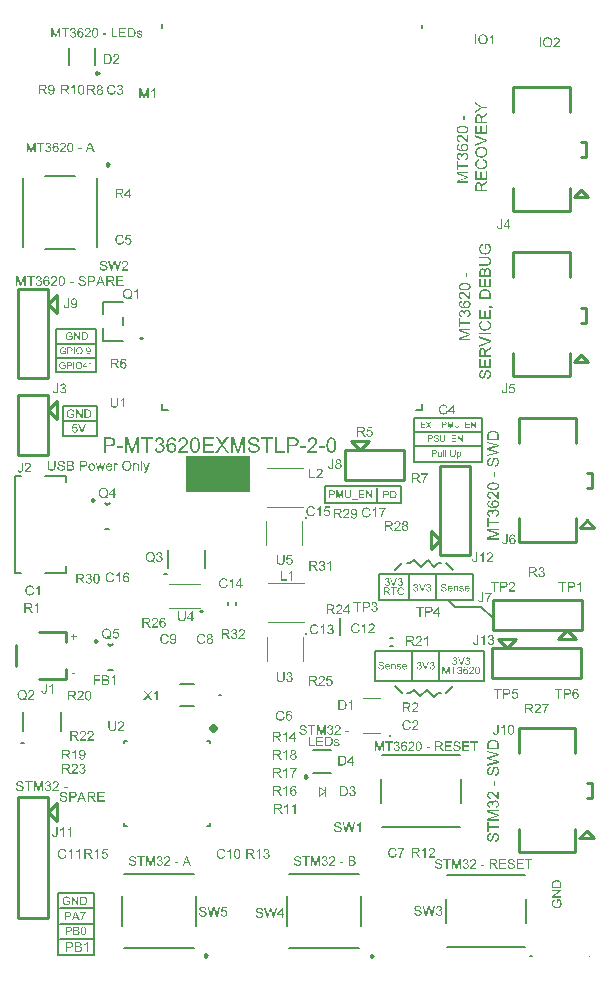
<source format=gto>
G04*
G04 #@! TF.GenerationSoftware,Altium Limited,Altium Designer,22.4.2 (48)*
G04*
G04 Layer_Color=65535*
%FSLAX44Y44*%
%MOMM*%
G71*
G04*
G04 #@! TF.SameCoordinates,FFC21B23-D813-4AC5-8D0E-201BBD69237A*
G04*
G04*
G04 #@! TF.FilePolarity,Positive*
G04*
G01*
G75*
%ADD10C,0.2540*%
%ADD11C,0.2500*%
%ADD12C,0.2000*%
%ADD13C,0.1500*%
%ADD14C,0.3810*%
%ADD15C,0.2540*%
%ADD16C,0.1524*%
%ADD17C,0.1000*%
%ADD18C,0.1000*%
%ADD19R,5.5000X3.1509*%
G36*
X355566Y322527D02*
X355686Y322509D01*
X355834Y322481D01*
X356000Y322435D01*
X356167Y322379D01*
X356333Y322305D01*
X356343D01*
X356352Y322296D01*
X356407Y322268D01*
X356490Y322213D01*
X356583Y322148D01*
X356694Y322056D01*
X356805Y321954D01*
X356916Y321834D01*
X357008Y321695D01*
X357017Y321677D01*
X357045Y321631D01*
X357082Y321547D01*
X357128Y321446D01*
X357175Y321325D01*
X357212Y321187D01*
X357239Y321030D01*
X357248Y320872D01*
Y320854D01*
Y320798D01*
X357239Y320724D01*
X357221Y320623D01*
X357193Y320503D01*
X357147Y320373D01*
X357091Y320244D01*
X357017Y320114D01*
X357008Y320096D01*
X356980Y320059D01*
X356925Y319994D01*
X356851Y319920D01*
X356758Y319837D01*
X356648Y319744D01*
X356518Y319661D01*
X356361Y319578D01*
X356370D01*
X356389Y319569D01*
X356416Y319560D01*
X356453Y319550D01*
X356555Y319513D01*
X356685Y319458D01*
X356833Y319384D01*
X356980Y319291D01*
X357119Y319171D01*
X357248Y319033D01*
X357258Y319014D01*
X357295Y318959D01*
X357350Y318866D01*
X357406Y318746D01*
X357461Y318598D01*
X357517Y318422D01*
X357554Y318219D01*
X357563Y317997D01*
Y317988D01*
Y317960D01*
Y317914D01*
X357554Y317858D01*
X357544Y317784D01*
X357526Y317701D01*
X357507Y317609D01*
X357489Y317507D01*
X357415Y317285D01*
X357360Y317165D01*
X357304Y317054D01*
X357230Y316934D01*
X357147Y316814D01*
X357054Y316693D01*
X356943Y316583D01*
X356934Y316573D01*
X356916Y316555D01*
X356879Y316527D01*
X356833Y316490D01*
X356777Y316444D01*
X356703Y316398D01*
X356620Y316342D01*
X356518Y316296D01*
X356416Y316240D01*
X356296Y316185D01*
X356176Y316139D01*
X356037Y316092D01*
X355889Y316056D01*
X355732Y316028D01*
X355575Y316009D01*
X355399Y316000D01*
X355316D01*
X355261Y316009D01*
X355187Y316019D01*
X355104Y316028D01*
X355011Y316046D01*
X354909Y316065D01*
X354688Y316120D01*
X354456Y316213D01*
X354336Y316268D01*
X354225Y316333D01*
X354114Y316416D01*
X354003Y316499D01*
X353994Y316509D01*
X353976Y316527D01*
X353948Y316555D01*
X353920Y316592D01*
X353874Y316638D01*
X353828Y316703D01*
X353772Y316767D01*
X353717Y316851D01*
X353661Y316943D01*
X353606Y317036D01*
X353504Y317257D01*
X353421Y317516D01*
X353393Y317655D01*
X353375Y317803D01*
X354160Y317905D01*
Y317895D01*
X354170Y317877D01*
X354179Y317840D01*
X354188Y317794D01*
X354198Y317738D01*
X354216Y317673D01*
X354262Y317535D01*
X354327Y317368D01*
X354410Y317211D01*
X354503Y317063D01*
X354613Y316934D01*
X354632Y316925D01*
X354669Y316888D01*
X354743Y316841D01*
X354835Y316795D01*
X354946Y316740D01*
X355085Y316693D01*
X355242Y316656D01*
X355409Y316647D01*
X355464D01*
X355501Y316656D01*
X355603Y316666D01*
X355732Y316693D01*
X355880Y316740D01*
X356037Y316804D01*
X356194Y316897D01*
X356343Y317026D01*
X356361Y317045D01*
X356407Y317100D01*
X356463Y317183D01*
X356537Y317294D01*
X356611Y317433D01*
X356666Y317590D01*
X356712Y317775D01*
X356731Y317979D01*
Y317988D01*
Y318006D01*
Y318034D01*
X356721Y318071D01*
X356712Y318173D01*
X356685Y318293D01*
X356648Y318441D01*
X356583Y318589D01*
X356490Y318737D01*
X356370Y318875D01*
X356352Y318894D01*
X356306Y318931D01*
X356231Y318986D01*
X356130Y319051D01*
X356000Y319116D01*
X355843Y319171D01*
X355667Y319208D01*
X355473Y319227D01*
X355390D01*
X355326Y319217D01*
X355242Y319208D01*
X355150Y319190D01*
X355039Y319171D01*
X354919Y319144D01*
X355011Y319837D01*
X355057D01*
X355094Y319828D01*
X355215D01*
X355316Y319846D01*
X355436Y319865D01*
X355575Y319892D01*
X355732Y319939D01*
X355880Y320003D01*
X356037Y320087D01*
X356047D01*
X356056Y320096D01*
X356102Y320133D01*
X356167Y320197D01*
X356241Y320281D01*
X356315Y320401D01*
X356379Y320540D01*
X356426Y320697D01*
X356444Y320789D01*
Y320891D01*
Y320900D01*
Y320909D01*
Y320965D01*
X356426Y321039D01*
X356407Y321141D01*
X356370Y321251D01*
X356324Y321372D01*
X356250Y321492D01*
X356148Y321603D01*
X356139Y321612D01*
X356093Y321649D01*
X356028Y321695D01*
X355945Y321751D01*
X355834Y321797D01*
X355704Y321843D01*
X355557Y321880D01*
X355390Y321889D01*
X355316D01*
X355233Y321871D01*
X355122Y321852D01*
X355002Y321815D01*
X354882Y321769D01*
X354752Y321695D01*
X354632Y321603D01*
X354623Y321594D01*
X354586Y321547D01*
X354530Y321483D01*
X354466Y321390D01*
X354401Y321270D01*
X354336Y321122D01*
X354281Y320946D01*
X354244Y320743D01*
X353458Y320882D01*
Y320891D01*
X353467Y320919D01*
X353476Y320956D01*
X353486Y321011D01*
X353504Y321076D01*
X353532Y321150D01*
X353587Y321325D01*
X353680Y321529D01*
X353791Y321732D01*
X353929Y321926D01*
X354105Y322102D01*
X354114Y322111D01*
X354133Y322121D01*
X354160Y322139D01*
X354198Y322167D01*
X354244Y322204D01*
X354308Y322241D01*
X354373Y322278D01*
X354456Y322324D01*
X354641Y322398D01*
X354854Y322472D01*
X355104Y322518D01*
X355233Y322537D01*
X355464D01*
X355566Y322527D01*
D02*
G37*
G36*
X344628D02*
X344748Y322509D01*
X344896Y322481D01*
X345063Y322435D01*
X345229Y322379D01*
X345396Y322305D01*
X345405D01*
X345414Y322296D01*
X345470Y322268D01*
X345553Y322213D01*
X345645Y322148D01*
X345756Y322056D01*
X345867Y321954D01*
X345978Y321834D01*
X346071Y321695D01*
X346080Y321677D01*
X346108Y321631D01*
X346145Y321547D01*
X346191Y321446D01*
X346237Y321325D01*
X346274Y321187D01*
X346302Y321030D01*
X346311Y320872D01*
Y320854D01*
Y320798D01*
X346302Y320724D01*
X346283Y320623D01*
X346255Y320503D01*
X346209Y320373D01*
X346154Y320244D01*
X346080Y320114D01*
X346071Y320096D01*
X346043Y320059D01*
X345987Y319994D01*
X345913Y319920D01*
X345821Y319837D01*
X345710Y319744D01*
X345581Y319661D01*
X345423Y319578D01*
X345433D01*
X345451Y319569D01*
X345479Y319560D01*
X345516Y319550D01*
X345618Y319513D01*
X345747Y319458D01*
X345895Y319384D01*
X346043Y319291D01*
X346182Y319171D01*
X346311Y319033D01*
X346320Y319014D01*
X346357Y318959D01*
X346413Y318866D01*
X346468Y318746D01*
X346524Y318598D01*
X346579Y318422D01*
X346616Y318219D01*
X346625Y317997D01*
Y317988D01*
Y317960D01*
Y317914D01*
X346616Y317858D01*
X346607Y317784D01*
X346588Y317701D01*
X346570Y317609D01*
X346551Y317507D01*
X346477Y317285D01*
X346422Y317165D01*
X346367Y317054D01*
X346292Y316934D01*
X346209Y316814D01*
X346117Y316693D01*
X346006Y316583D01*
X345997Y316573D01*
X345978Y316555D01*
X345941Y316527D01*
X345895Y316490D01*
X345840Y316444D01*
X345765Y316398D01*
X345682Y316342D01*
X345581Y316296D01*
X345479Y316240D01*
X345359Y316185D01*
X345238Y316139D01*
X345100Y316092D01*
X344952Y316056D01*
X344795Y316028D01*
X344637Y316009D01*
X344462Y316000D01*
X344379D01*
X344323Y316009D01*
X344249Y316019D01*
X344166Y316028D01*
X344074Y316046D01*
X343972Y316065D01*
X343750Y316120D01*
X343519Y316213D01*
X343399Y316268D01*
X343288Y316333D01*
X343177Y316416D01*
X343066Y316499D01*
X343056Y316509D01*
X343038Y316527D01*
X343010Y316555D01*
X342983Y316592D01*
X342936Y316638D01*
X342890Y316703D01*
X342835Y316767D01*
X342779Y316851D01*
X342724Y316943D01*
X342668Y317036D01*
X342566Y317257D01*
X342483Y317516D01*
X342456Y317655D01*
X342437Y317803D01*
X343223Y317905D01*
Y317895D01*
X343232Y317877D01*
X343242Y317840D01*
X343251Y317794D01*
X343260Y317738D01*
X343278Y317673D01*
X343325Y317535D01*
X343389Y317368D01*
X343473Y317211D01*
X343565Y317063D01*
X343676Y316934D01*
X343694Y316925D01*
X343731Y316888D01*
X343805Y316841D01*
X343898Y316795D01*
X344009Y316740D01*
X344147Y316693D01*
X344305Y316656D01*
X344471Y316647D01*
X344527D01*
X344564Y316656D01*
X344665Y316666D01*
X344795Y316693D01*
X344943Y316740D01*
X345100Y316804D01*
X345257Y316897D01*
X345405Y317026D01*
X345423Y317045D01*
X345470Y317100D01*
X345525Y317183D01*
X345599Y317294D01*
X345673Y317433D01*
X345728Y317590D01*
X345775Y317775D01*
X345793Y317979D01*
Y317988D01*
Y318006D01*
Y318034D01*
X345784Y318071D01*
X345775Y318173D01*
X345747Y318293D01*
X345710Y318441D01*
X345645Y318589D01*
X345553Y318737D01*
X345433Y318875D01*
X345414Y318894D01*
X345368Y318931D01*
X345294Y318986D01*
X345192Y319051D01*
X345063Y319116D01*
X344906Y319171D01*
X344730Y319208D01*
X344536Y319227D01*
X344453D01*
X344388Y319217D01*
X344305Y319208D01*
X344212Y319190D01*
X344101Y319171D01*
X343981Y319144D01*
X344074Y319837D01*
X344120D01*
X344157Y319828D01*
X344277D01*
X344379Y319846D01*
X344499Y319865D01*
X344637Y319892D01*
X344795Y319939D01*
X344943Y320003D01*
X345100Y320087D01*
X345109D01*
X345118Y320096D01*
X345164Y320133D01*
X345229Y320197D01*
X345303Y320281D01*
X345377Y320401D01*
X345442Y320540D01*
X345488Y320697D01*
X345507Y320789D01*
Y320891D01*
Y320900D01*
Y320909D01*
Y320965D01*
X345488Y321039D01*
X345470Y321141D01*
X345433Y321251D01*
X345386Y321372D01*
X345312Y321492D01*
X345211Y321603D01*
X345201Y321612D01*
X345155Y321649D01*
X345091Y321695D01*
X345007Y321751D01*
X344896Y321797D01*
X344767Y321843D01*
X344619Y321880D01*
X344453Y321889D01*
X344379D01*
X344296Y321871D01*
X344184Y321852D01*
X344064Y321815D01*
X343944Y321769D01*
X343815Y321695D01*
X343694Y321603D01*
X343685Y321594D01*
X343648Y321547D01*
X343593Y321483D01*
X343528Y321390D01*
X343463Y321270D01*
X343399Y321122D01*
X343343Y320946D01*
X343306Y320743D01*
X342520Y320882D01*
Y320891D01*
X342529Y320919D01*
X342539Y320956D01*
X342548Y321011D01*
X342566Y321076D01*
X342594Y321150D01*
X342650Y321325D01*
X342742Y321529D01*
X342853Y321732D01*
X342992Y321926D01*
X343167Y322102D01*
X343177Y322111D01*
X343195Y322121D01*
X343223Y322139D01*
X343260Y322167D01*
X343306Y322204D01*
X343371Y322241D01*
X343436Y322278D01*
X343519Y322324D01*
X343704Y322398D01*
X343916Y322472D01*
X344166Y322518D01*
X344296Y322537D01*
X344527D01*
X344628Y322527D01*
D02*
G37*
G36*
X350425Y316111D02*
X349538D01*
X347060Y322509D01*
X347984D01*
X349649Y317858D01*
Y317849D01*
X349658Y317831D01*
X349667Y317803D01*
X349686Y317766D01*
X349695Y317710D01*
X349713Y317655D01*
X349760Y317516D01*
X349815Y317359D01*
X349870Y317183D01*
X349981Y316814D01*
Y316823D01*
X349991Y316841D01*
X350000Y316869D01*
X350009Y316906D01*
X350037Y317008D01*
X350083Y317146D01*
X350129Y317304D01*
X350185Y317479D01*
X350250Y317664D01*
X350324Y317858D01*
X352062Y322509D01*
X352922D01*
X350425Y316111D01*
D02*
G37*
G36*
X315380Y256611D02*
X315445D01*
X315620Y256592D01*
X315814Y256564D01*
X316018Y256518D01*
X316240Y256463D01*
X316443Y256389D01*
X316453D01*
X316471Y256380D01*
X316499Y256361D01*
X316536Y256343D01*
X316628Y256296D01*
X316748Y256213D01*
X316887Y256121D01*
X317026Y256000D01*
X317155Y255862D01*
X317275Y255704D01*
Y255695D01*
X317285Y255686D01*
X317303Y255658D01*
X317321Y255631D01*
X317368Y255538D01*
X317423Y255418D01*
X317488Y255270D01*
X317534Y255094D01*
X317580Y254909D01*
X317599Y254706D01*
X316785Y254641D01*
Y254650D01*
Y254669D01*
X316776Y254697D01*
X316767Y254743D01*
X316739Y254845D01*
X316702Y254983D01*
X316647Y255131D01*
X316563Y255279D01*
X316462Y255418D01*
X316332Y255547D01*
X316314Y255557D01*
X316268Y255594D01*
X316175Y255649D01*
X316055Y255704D01*
X315898Y255760D01*
X315713Y255816D01*
X315482Y255853D01*
X315223Y255862D01*
X315093D01*
X315038Y255853D01*
X314964Y255843D01*
X314797Y255825D01*
X314613Y255788D01*
X314428Y255742D01*
X314252Y255668D01*
X314178Y255621D01*
X314104Y255575D01*
X314086Y255566D01*
X314049Y255529D01*
X313993Y255464D01*
X313938Y255390D01*
X313873Y255289D01*
X313818Y255177D01*
X313780Y255048D01*
X313762Y254900D01*
Y254882D01*
Y254845D01*
X313771Y254780D01*
X313790Y254706D01*
X313818Y254614D01*
X313864Y254521D01*
X313919Y254429D01*
X314002Y254336D01*
X314012Y254327D01*
X314058Y254299D01*
X314095Y254272D01*
X314132Y254253D01*
X314187Y254225D01*
X314252Y254188D01*
X314335Y254160D01*
X314428Y254123D01*
X314529Y254087D01*
X314650Y254040D01*
X314779Y254003D01*
X314927Y253957D01*
X315093Y253920D01*
X315278Y253874D01*
X315287D01*
X315324Y253865D01*
X315380Y253855D01*
X315445Y253837D01*
X315528Y253818D01*
X315630Y253791D01*
X315731Y253763D01*
X315842Y253735D01*
X316083Y253671D01*
X316314Y253606D01*
X316425Y253569D01*
X316526Y253532D01*
X316619Y253504D01*
X316693Y253467D01*
X316702D01*
X316721Y253458D01*
X316748Y253439D01*
X316785Y253421D01*
X316887Y253365D01*
X317007Y253291D01*
X317146Y253190D01*
X317285Y253079D01*
X317414Y252949D01*
X317525Y252811D01*
X317534Y252792D01*
X317571Y252746D01*
X317608Y252663D01*
X317664Y252552D01*
X317710Y252422D01*
X317756Y252265D01*
X317784Y252090D01*
X317793Y251905D01*
Y251895D01*
Y251886D01*
Y251858D01*
Y251821D01*
X317775Y251720D01*
X317756Y251590D01*
X317719Y251442D01*
X317673Y251285D01*
X317599Y251119D01*
X317497Y250943D01*
Y250934D01*
X317488Y250925D01*
X317442Y250869D01*
X317377Y250786D01*
X317285Y250693D01*
X317164Y250583D01*
X317016Y250462D01*
X316850Y250351D01*
X316656Y250250D01*
X316647D01*
X316628Y250240D01*
X316600Y250231D01*
X316563Y250213D01*
X316508Y250194D01*
X316443Y250166D01*
X316295Y250129D01*
X316120Y250083D01*
X315907Y250037D01*
X315676Y250009D01*
X315426Y250000D01*
X315278D01*
X315204Y250009D01*
X315121D01*
X315029Y250019D01*
X314918Y250028D01*
X314687Y250065D01*
X314446Y250102D01*
X314206Y250166D01*
X313975Y250250D01*
X313965D01*
X313947Y250259D01*
X313919Y250277D01*
X313882Y250296D01*
X313771Y250351D01*
X313642Y250435D01*
X313494Y250546D01*
X313337Y250675D01*
X313189Y250832D01*
X313050Y251008D01*
Y251017D01*
X313032Y251035D01*
X313022Y251063D01*
X312995Y251100D01*
X312976Y251147D01*
X312948Y251202D01*
X312884Y251341D01*
X312819Y251516D01*
X312764Y251710D01*
X312726Y251932D01*
X312708Y252164D01*
X313503Y252237D01*
Y252228D01*
Y252219D01*
X313512Y252191D01*
Y252154D01*
X313531Y252071D01*
X313559Y251951D01*
X313596Y251831D01*
X313633Y251692D01*
X313697Y251562D01*
X313762Y251442D01*
X313771Y251433D01*
X313799Y251396D01*
X313845Y251331D01*
X313919Y251267D01*
X314012Y251183D01*
X314113Y251100D01*
X314252Y251017D01*
X314400Y250943D01*
X314409D01*
X314418Y250934D01*
X314446Y250925D01*
X314474Y250915D01*
X314566Y250888D01*
X314687Y250851D01*
X314834Y250814D01*
X315001Y250786D01*
X315186Y250767D01*
X315389Y250758D01*
X315472D01*
X315565Y250767D01*
X315676Y250777D01*
X315805Y250795D01*
X315953Y250814D01*
X316101Y250851D01*
X316240Y250897D01*
X316258Y250906D01*
X316304Y250925D01*
X316369Y250962D01*
X316453Y250998D01*
X316536Y251063D01*
X316628Y251128D01*
X316721Y251202D01*
X316794Y251294D01*
X316804Y251304D01*
X316822Y251341D01*
X316850Y251387D01*
X316887Y251461D01*
X316924Y251535D01*
X316952Y251627D01*
X316970Y251729D01*
X316980Y251840D01*
Y251849D01*
Y251895D01*
X316970Y251951D01*
X316961Y252025D01*
X316933Y252099D01*
X316905Y252191D01*
X316859Y252284D01*
X316794Y252367D01*
X316785Y252376D01*
X316758Y252404D01*
X316721Y252441D01*
X316656Y252496D01*
X316582Y252552D01*
X316480Y252617D01*
X316360Y252681D01*
X316221Y252737D01*
X316212Y252746D01*
X316166Y252755D01*
X316092Y252783D01*
X316046Y252792D01*
X315981Y252811D01*
X315916Y252838D01*
X315833Y252857D01*
X315741Y252885D01*
X315630Y252912D01*
X315519Y252940D01*
X315389Y252977D01*
X315241Y253014D01*
X315084Y253051D01*
X315075D01*
X315047Y253060D01*
X315001Y253069D01*
X314945Y253088D01*
X314872Y253106D01*
X314788Y253125D01*
X314603Y253181D01*
X314400Y253245D01*
X314187Y253310D01*
X314002Y253375D01*
X313919Y253412D01*
X313845Y253449D01*
X313836D01*
X313827Y253458D01*
X313771Y253495D01*
X313688Y253541D01*
X313596Y253615D01*
X313485Y253698D01*
X313374Y253800D01*
X313263Y253920D01*
X313170Y254050D01*
X313161Y254068D01*
X313133Y254114D01*
X313096Y254188D01*
X313059Y254281D01*
X313022Y254401D01*
X312985Y254540D01*
X312958Y254688D01*
X312948Y254845D01*
Y254854D01*
Y254863D01*
Y254891D01*
Y254928D01*
X312967Y255020D01*
X312985Y255141D01*
X313013Y255279D01*
X313059Y255436D01*
X313124Y255594D01*
X313216Y255751D01*
Y255760D01*
X313226Y255769D01*
X313272Y255825D01*
X313337Y255899D01*
X313420Y255991D01*
X313531Y256093D01*
X313669Y256204D01*
X313836Y256306D01*
X314021Y256398D01*
X314030D01*
X314049Y256407D01*
X314076Y256416D01*
X314113Y256435D01*
X314160Y256453D01*
X314224Y256472D01*
X314363Y256509D01*
X314539Y256546D01*
X314742Y256583D01*
X314955Y256611D01*
X315195Y256620D01*
X315315D01*
X315380Y256611D01*
D02*
G37*
G36*
X326151Y254845D02*
X326253Y254835D01*
X326373Y254817D01*
X326502Y254789D01*
X326641Y254752D01*
X326771Y254697D01*
X326789Y254688D01*
X326826Y254669D01*
X326891Y254641D01*
X326965Y254595D01*
X327057Y254540D01*
X327140Y254466D01*
X327224Y254392D01*
X327298Y254299D01*
X327307Y254290D01*
X327325Y254253D01*
X327353Y254207D01*
X327399Y254142D01*
X327436Y254050D01*
X327473Y253957D01*
X327519Y253846D01*
X327547Y253726D01*
Y253717D01*
X327556Y253680D01*
X327566Y253624D01*
X327575Y253550D01*
Y253439D01*
X327584Y253310D01*
X327593Y253153D01*
Y252959D01*
Y250111D01*
X326808D01*
Y252922D01*
Y252931D01*
Y252940D01*
Y253005D01*
Y253088D01*
X326798Y253190D01*
X326789Y253310D01*
X326771Y253430D01*
X326743Y253541D01*
X326715Y253643D01*
Y253652D01*
X326697Y253680D01*
X326669Y253726D01*
X326641Y253782D01*
X326595Y253837D01*
X326539Y253902D01*
X326465Y253966D01*
X326382Y254022D01*
X326373Y254031D01*
X326345Y254050D01*
X326290Y254068D01*
X326225Y254096D01*
X326151Y254123D01*
X326059Y254151D01*
X325948Y254160D01*
X325837Y254170D01*
X325790D01*
X325754Y254160D01*
X325661Y254151D01*
X325541Y254133D01*
X325411Y254087D01*
X325263Y254031D01*
X325116Y253957D01*
X324977Y253846D01*
X324958Y253828D01*
X324921Y253782D01*
X324894Y253745D01*
X324866Y253698D01*
X324829Y253643D01*
X324801Y253578D01*
X324764Y253504D01*
X324727Y253412D01*
X324700Y253310D01*
X324672Y253199D01*
X324653Y253079D01*
X324635Y252949D01*
X324616Y252792D01*
Y252635D01*
Y250111D01*
X323830D01*
Y254752D01*
X324533D01*
Y254087D01*
X324542Y254096D01*
X324561Y254123D01*
X324589Y254160D01*
X324626Y254207D01*
X324681Y254262D01*
X324746Y254327D01*
X324820Y254401D01*
X324912Y254475D01*
X325005Y254540D01*
X325116Y254614D01*
X325236Y254678D01*
X325365Y254734D01*
X325513Y254780D01*
X325661Y254817D01*
X325827Y254845D01*
X326003Y254854D01*
X326077D01*
X326151Y254845D01*
D02*
G37*
G36*
X330515D02*
X330654Y254835D01*
X330802Y254817D01*
X330959Y254780D01*
X331125Y254743D01*
X331282Y254688D01*
X331292D01*
X331301Y254678D01*
X331347Y254660D01*
X331421Y254623D01*
X331513Y254577D01*
X331615Y254512D01*
X331717Y254438D01*
X331809Y254355D01*
X331893Y254262D01*
X331902Y254253D01*
X331920Y254216D01*
X331957Y254151D01*
X332004Y254077D01*
X332050Y253966D01*
X332096Y253846D01*
X332133Y253708D01*
X332170Y253550D01*
X331403Y253449D01*
Y253467D01*
X331393Y253504D01*
X331375Y253569D01*
X331347Y253652D01*
X331301Y253735D01*
X331245Y253828D01*
X331181Y253920D01*
X331088Y254003D01*
X331079Y254013D01*
X331042Y254031D01*
X330987Y254068D01*
X330903Y254105D01*
X330811Y254142D01*
X330691Y254179D01*
X330543Y254198D01*
X330386Y254207D01*
X330293D01*
X330201Y254198D01*
X330080Y254188D01*
X329960Y254160D01*
X329831Y254133D01*
X329711Y254087D01*
X329609Y254022D01*
X329600Y254013D01*
X329572Y253994D01*
X329535Y253957D01*
X329498Y253902D01*
X329452Y253846D01*
X329415Y253772D01*
X329387Y253689D01*
X329378Y253606D01*
Y253596D01*
Y253578D01*
X329387Y253550D01*
Y253513D01*
X329415Y253421D01*
X329470Y253328D01*
X329479Y253319D01*
X329489Y253310D01*
X329507Y253282D01*
X329544Y253255D01*
X329581Y253227D01*
X329637Y253190D01*
X329701Y253162D01*
X329775Y253125D01*
X329785D01*
X329803Y253116D01*
X329840Y253106D01*
X329905Y253079D01*
X329997Y253051D01*
X330117Y253023D01*
X330191Y252996D01*
X330275Y252977D01*
X330367Y252949D01*
X330469Y252922D01*
X330478D01*
X330506Y252912D01*
X330552Y252903D01*
X330607Y252885D01*
X330672Y252866D01*
X330755Y252848D01*
X330931Y252792D01*
X331125Y252737D01*
X331319Y252672D01*
X331495Y252607D01*
X331569Y252579D01*
X331634Y252552D01*
X331652Y252542D01*
X331689Y252524D01*
X331745Y252496D01*
X331828Y252450D01*
X331911Y252395D01*
X331994Y252321D01*
X332077Y252237D01*
X332151Y252145D01*
X332161Y252136D01*
X332179Y252099D01*
X332216Y252043D01*
X332253Y251960D01*
X332281Y251858D01*
X332318Y251747D01*
X332336Y251618D01*
X332346Y251470D01*
Y251452D01*
Y251405D01*
X332336Y251331D01*
X332318Y251230D01*
X332290Y251119D01*
X332244Y250998D01*
X332188Y250860D01*
X332114Y250730D01*
X332105Y250712D01*
X332068Y250675D01*
X332022Y250610D01*
X331948Y250536D01*
X331846Y250453D01*
X331735Y250361D01*
X331606Y250277D01*
X331449Y250194D01*
X331440D01*
X331430Y250185D01*
X331375Y250166D01*
X331282Y250139D01*
X331162Y250102D01*
X331014Y250065D01*
X330848Y250037D01*
X330672Y250019D01*
X330469Y250009D01*
X330386D01*
X330321Y250019D01*
X330247D01*
X330154Y250028D01*
X330062Y250037D01*
X329960Y250056D01*
X329738Y250102D01*
X329507Y250166D01*
X329285Y250259D01*
X329184Y250314D01*
X329091Y250379D01*
X329082Y250388D01*
X329073Y250398D01*
X329017Y250453D01*
X328934Y250536D01*
X328842Y250666D01*
X328740Y250823D01*
X328638Y251008D01*
X328555Y251239D01*
X328490Y251498D01*
X329267Y251618D01*
Y251609D01*
Y251600D01*
X329285Y251544D01*
X329304Y251452D01*
X329341Y251350D01*
X329387Y251239D01*
X329442Y251119D01*
X329526Y250998D01*
X329627Y250897D01*
X329646Y250888D01*
X329683Y250860D01*
X329757Y250823D01*
X329849Y250777D01*
X329969Y250730D01*
X330108Y250693D01*
X330275Y250666D01*
X330469Y250656D01*
X330561D01*
X330654Y250666D01*
X330774Y250684D01*
X330903Y250712D01*
X331042Y250749D01*
X331162Y250795D01*
X331273Y250869D01*
X331282Y250878D01*
X331319Y250906D01*
X331356Y250952D01*
X331412Y251017D01*
X331458Y251091D01*
X331504Y251183D01*
X331532Y251276D01*
X331541Y251387D01*
Y251396D01*
Y251433D01*
X331532Y251479D01*
X331513Y251544D01*
X331486Y251609D01*
X331440Y251674D01*
X331384Y251747D01*
X331301Y251803D01*
X331292Y251812D01*
X331264Y251821D01*
X331218Y251849D01*
X331144Y251877D01*
X331033Y251914D01*
X330968Y251942D01*
X330894Y251960D01*
X330811Y251988D01*
X330718Y252015D01*
X330617Y252043D01*
X330496Y252071D01*
X330487D01*
X330460Y252080D01*
X330413Y252090D01*
X330358Y252108D01*
X330284Y252127D01*
X330201Y252154D01*
X330025Y252201D01*
X329822Y252265D01*
X329627Y252321D01*
X329442Y252385D01*
X329359Y252422D01*
X329295Y252450D01*
X329276Y252459D01*
X329239Y252478D01*
X329184Y252515D01*
X329110Y252561D01*
X329026Y252626D01*
X328943Y252700D01*
X328860Y252783D01*
X328786Y252885D01*
X328777Y252894D01*
X328758Y252931D01*
X328731Y252996D01*
X328703Y253069D01*
X328675Y253162D01*
X328647Y253273D01*
X328629Y253384D01*
X328620Y253513D01*
Y253532D01*
Y253569D01*
X328629Y253624D01*
X328638Y253708D01*
X328657Y253791D01*
X328675Y253892D01*
X328712Y253985D01*
X328758Y254087D01*
X328768Y254096D01*
X328786Y254133D01*
X328814Y254179D01*
X328860Y254244D01*
X328915Y254308D01*
X328980Y254392D01*
X329054Y254466D01*
X329147Y254530D01*
X329156Y254540D01*
X329184Y254549D01*
X329221Y254577D01*
X329276Y254604D01*
X329350Y254641D01*
X329433Y254678D01*
X329535Y254715D01*
X329646Y254752D01*
X329664Y254762D01*
X329701Y254771D01*
X329766Y254789D01*
X329849Y254808D01*
X329951Y254826D01*
X330062Y254835D01*
X330191Y254854D01*
X330413D01*
X330515Y254845D01*
D02*
G37*
G36*
X335332D02*
X335406Y254835D01*
X335498Y254817D01*
X335600Y254799D01*
X335720Y254771D01*
X335831Y254743D01*
X335961Y254697D01*
X336081Y254650D01*
X336210Y254586D01*
X336340Y254512D01*
X336469Y254429D01*
X336589Y254327D01*
X336700Y254216D01*
X336710Y254207D01*
X336728Y254188D01*
X336756Y254151D01*
X336793Y254096D01*
X336839Y254031D01*
X336885Y253957D01*
X336941Y253865D01*
X336996Y253754D01*
X337052Y253633D01*
X337107Y253504D01*
X337153Y253356D01*
X337200Y253199D01*
X337237Y253023D01*
X337264Y252838D01*
X337283Y252644D01*
X337292Y252432D01*
Y252422D01*
Y252385D01*
Y252321D01*
X337283Y252228D01*
X333816D01*
Y252219D01*
Y252191D01*
X333825Y252154D01*
Y252099D01*
X333834Y252034D01*
X333853Y251960D01*
X333880Y251794D01*
X333936Y251609D01*
X334010Y251405D01*
X334112Y251220D01*
X334241Y251054D01*
X334250D01*
X334259Y251035D01*
X334315Y250989D01*
X334398Y250925D01*
X334509Y250860D01*
X334657Y250786D01*
X334823Y250721D01*
X335008Y250675D01*
X335110Y250666D01*
X335221Y250656D01*
X335295D01*
X335378Y250666D01*
X335480Y250684D01*
X335591Y250712D01*
X335720Y250749D01*
X335840Y250804D01*
X335961Y250878D01*
X335970Y250888D01*
X336016Y250925D01*
X336072Y250980D01*
X336136Y251054D01*
X336210Y251156D01*
X336293Y251285D01*
X336377Y251433D01*
X336451Y251609D01*
X337264Y251507D01*
Y251498D01*
X337255Y251479D01*
X337246Y251442D01*
X337227Y251387D01*
X337200Y251331D01*
X337172Y251257D01*
X337098Y251100D01*
X337005Y250925D01*
X336876Y250740D01*
X336728Y250564D01*
X336543Y250398D01*
X336534D01*
X336515Y250379D01*
X336488Y250361D01*
X336451Y250333D01*
X336395Y250305D01*
X336340Y250277D01*
X336266Y250240D01*
X336183Y250203D01*
X336090Y250166D01*
X335998Y250129D01*
X335766Y250074D01*
X335508Y250028D01*
X335221Y250009D01*
X335119D01*
X335055Y250019D01*
X334971Y250028D01*
X334870Y250046D01*
X334759Y250065D01*
X334638Y250083D01*
X334380Y250157D01*
X334241Y250213D01*
X334112Y250268D01*
X333973Y250342D01*
X333843Y250425D01*
X333723Y250518D01*
X333603Y250629D01*
X333594Y250638D01*
X333575Y250656D01*
X333548Y250693D01*
X333511Y250749D01*
X333464Y250814D01*
X333418Y250888D01*
X333363Y250980D01*
X333307Y251082D01*
X333252Y251202D01*
X333196Y251331D01*
X333150Y251479D01*
X333104Y251637D01*
X333067Y251803D01*
X333039Y251988D01*
X333021Y252182D01*
X333011Y252385D01*
Y252395D01*
Y252441D01*
Y252496D01*
X333021Y252579D01*
X333030Y252681D01*
X333039Y252792D01*
X333058Y252922D01*
X333085Y253051D01*
X333159Y253347D01*
X333205Y253495D01*
X333261Y253652D01*
X333335Y253800D01*
X333418Y253939D01*
X333511Y254077D01*
X333612Y254207D01*
X333621Y254216D01*
X333640Y254235D01*
X333677Y254262D01*
X333723Y254308D01*
X333779Y254355D01*
X333853Y254410D01*
X333936Y254475D01*
X334038Y254530D01*
X334139Y254595D01*
X334259Y254650D01*
X334389Y254706D01*
X334528Y254752D01*
X334675Y254799D01*
X334833Y254826D01*
X334999Y254845D01*
X335175Y254854D01*
X335267D01*
X335332Y254845D01*
D02*
G37*
G36*
X320909D02*
X320983Y254835D01*
X321075Y254817D01*
X321177Y254799D01*
X321297Y254771D01*
X321408Y254743D01*
X321538Y254697D01*
X321658Y254650D01*
X321787Y254586D01*
X321917Y254512D01*
X322046Y254429D01*
X322166Y254327D01*
X322277Y254216D01*
X322286Y254207D01*
X322305Y254188D01*
X322333Y254151D01*
X322370Y254096D01*
X322416Y254031D01*
X322462Y253957D01*
X322518Y253865D01*
X322573Y253754D01*
X322629Y253633D01*
X322684Y253504D01*
X322730Y253356D01*
X322776Y253199D01*
X322813Y253023D01*
X322841Y252838D01*
X322860Y252644D01*
X322869Y252432D01*
Y252422D01*
Y252385D01*
Y252321D01*
X322860Y252228D01*
X319393D01*
Y252219D01*
Y252191D01*
X319402Y252154D01*
Y252099D01*
X319411Y252034D01*
X319429Y251960D01*
X319457Y251794D01*
X319513Y251609D01*
X319587Y251405D01*
X319688Y251220D01*
X319818Y251054D01*
X319827D01*
X319836Y251035D01*
X319892Y250989D01*
X319975Y250925D01*
X320086Y250860D01*
X320234Y250786D01*
X320400Y250721D01*
X320585Y250675D01*
X320687Y250666D01*
X320798Y250656D01*
X320872D01*
X320955Y250666D01*
X321057Y250684D01*
X321168Y250712D01*
X321297Y250749D01*
X321417Y250804D01*
X321538Y250878D01*
X321547Y250888D01*
X321593Y250925D01*
X321648Y250980D01*
X321713Y251054D01*
X321787Y251156D01*
X321870Y251285D01*
X321954Y251433D01*
X322028Y251609D01*
X322841Y251507D01*
Y251498D01*
X322832Y251479D01*
X322823Y251442D01*
X322804Y251387D01*
X322776Y251331D01*
X322749Y251257D01*
X322675Y251100D01*
X322582Y250925D01*
X322453Y250740D01*
X322305Y250564D01*
X322120Y250398D01*
X322111D01*
X322092Y250379D01*
X322065Y250361D01*
X322028Y250333D01*
X321972Y250305D01*
X321917Y250277D01*
X321843Y250240D01*
X321759Y250203D01*
X321667Y250166D01*
X321575Y250129D01*
X321343Y250074D01*
X321085Y250028D01*
X320798Y250009D01*
X320696D01*
X320631Y250019D01*
X320548Y250028D01*
X320447Y250046D01*
X320336Y250065D01*
X320215Y250083D01*
X319956Y250157D01*
X319818Y250213D01*
X319688Y250268D01*
X319550Y250342D01*
X319420Y250425D01*
X319300Y250518D01*
X319180Y250629D01*
X319171Y250638D01*
X319152Y250656D01*
X319124Y250693D01*
X319087Y250749D01*
X319041Y250814D01*
X318995Y250888D01*
X318939Y250980D01*
X318884Y251082D01*
X318829Y251202D01*
X318773Y251331D01*
X318727Y251479D01*
X318681Y251637D01*
X318644Y251803D01*
X318616Y251988D01*
X318597Y252182D01*
X318588Y252385D01*
Y252395D01*
Y252441D01*
Y252496D01*
X318597Y252579D01*
X318607Y252681D01*
X318616Y252792D01*
X318634Y252922D01*
X318662Y253051D01*
X318736Y253347D01*
X318782Y253495D01*
X318838Y253652D01*
X318912Y253800D01*
X318995Y253939D01*
X319087Y254077D01*
X319189Y254207D01*
X319198Y254216D01*
X319217Y254235D01*
X319254Y254262D01*
X319300Y254308D01*
X319356Y254355D01*
X319429Y254410D01*
X319513Y254475D01*
X319614Y254530D01*
X319716Y254595D01*
X319836Y254650D01*
X319966Y254706D01*
X320104Y254752D01*
X320252Y254799D01*
X320410Y254826D01*
X320576Y254845D01*
X320752Y254854D01*
X320844D01*
X320909Y254845D01*
D02*
G37*
G36*
X388566Y260344D02*
X388686Y260325D01*
X388834Y260297D01*
X389000Y260251D01*
X389167Y260196D01*
X389333Y260122D01*
X389342D01*
X389352Y260112D01*
X389407Y260085D01*
X389490Y260029D01*
X389583Y259965D01*
X389694Y259872D01*
X389805Y259770D01*
X389916Y259650D01*
X390008Y259512D01*
X390017Y259493D01*
X390045Y259447D01*
X390082Y259364D01*
X390128Y259262D01*
X390175Y259142D01*
X390212Y259003D01*
X390239Y258846D01*
X390248Y258689D01*
Y258670D01*
Y258615D01*
X390239Y258541D01*
X390221Y258439D01*
X390193Y258319D01*
X390147Y258189D01*
X390091Y258060D01*
X390017Y257931D01*
X390008Y257912D01*
X389980Y257875D01*
X389925Y257810D01*
X389851Y257736D01*
X389758Y257653D01*
X389648Y257561D01*
X389518Y257477D01*
X389361Y257394D01*
X389370D01*
X389389Y257385D01*
X389416Y257376D01*
X389453Y257367D01*
X389555Y257330D01*
X389685Y257274D01*
X389832Y257200D01*
X389980Y257108D01*
X390119Y256987D01*
X390248Y256849D01*
X390258Y256830D01*
X390295Y256775D01*
X390350Y256682D01*
X390406Y256562D01*
X390461Y256414D01*
X390517Y256239D01*
X390554Y256035D01*
X390563Y255813D01*
Y255804D01*
Y255776D01*
Y255730D01*
X390554Y255675D01*
X390544Y255601D01*
X390526Y255517D01*
X390507Y255425D01*
X390489Y255323D01*
X390415Y255101D01*
X390359Y254981D01*
X390304Y254870D01*
X390230Y254750D01*
X390147Y254630D01*
X390054Y254510D01*
X389943Y254399D01*
X389934Y254389D01*
X389916Y254371D01*
X389879Y254343D01*
X389832Y254306D01*
X389777Y254260D01*
X389703Y254214D01*
X389620Y254158D01*
X389518Y254112D01*
X389416Y254057D01*
X389296Y254001D01*
X389176Y253955D01*
X389037Y253909D01*
X388889Y253872D01*
X388732Y253844D01*
X388575Y253825D01*
X388399Y253816D01*
X388316D01*
X388261Y253825D01*
X388187Y253835D01*
X388104Y253844D01*
X388011Y253862D01*
X387909Y253881D01*
X387687Y253936D01*
X387456Y254029D01*
X387336Y254084D01*
X387225Y254149D01*
X387114Y254232D01*
X387003Y254315D01*
X386994Y254325D01*
X386976Y254343D01*
X386948Y254371D01*
X386920Y254408D01*
X386874Y254454D01*
X386828Y254519D01*
X386772Y254584D01*
X386717Y254667D01*
X386661Y254759D01*
X386606Y254852D01*
X386504Y255074D01*
X386421Y255333D01*
X386393Y255471D01*
X386375Y255619D01*
X387160Y255721D01*
Y255712D01*
X387170Y255693D01*
X387179Y255656D01*
X387188Y255610D01*
X387197Y255554D01*
X387216Y255490D01*
X387262Y255351D01*
X387327Y255185D01*
X387410Y255027D01*
X387503Y254879D01*
X387614Y254750D01*
X387632Y254741D01*
X387669Y254704D01*
X387743Y254658D01*
X387835Y254611D01*
X387946Y254556D01*
X388085Y254510D01*
X388242Y254473D01*
X388409Y254463D01*
X388464D01*
X388501Y254473D01*
X388603Y254482D01*
X388732Y254510D01*
X388880Y254556D01*
X389037Y254621D01*
X389194Y254713D01*
X389342Y254842D01*
X389361Y254861D01*
X389407Y254916D01*
X389463Y255000D01*
X389537Y255111D01*
X389611Y255249D01*
X389666Y255406D01*
X389712Y255591D01*
X389731Y255795D01*
Y255804D01*
Y255823D01*
Y255850D01*
X389721Y255887D01*
X389712Y255989D01*
X389685Y256109D01*
X389648Y256257D01*
X389583Y256405D01*
X389490Y256553D01*
X389370Y256692D01*
X389352Y256710D01*
X389305Y256747D01*
X389231Y256803D01*
X389130Y256867D01*
X389000Y256932D01*
X388843Y256987D01*
X388667Y257024D01*
X388473Y257043D01*
X388390D01*
X388326Y257034D01*
X388242Y257024D01*
X388150Y257006D01*
X388039Y256987D01*
X387919Y256960D01*
X388011Y257653D01*
X388057D01*
X388094Y257644D01*
X388214D01*
X388316Y257662D01*
X388436Y257681D01*
X388575Y257709D01*
X388732Y257755D01*
X388880Y257820D01*
X389037Y257903D01*
X389047D01*
X389056Y257912D01*
X389102Y257949D01*
X389167Y258014D01*
X389241Y258097D01*
X389315Y258217D01*
X389380Y258356D01*
X389426Y258513D01*
X389444Y258605D01*
Y258707D01*
Y258716D01*
Y258726D01*
Y258781D01*
X389426Y258855D01*
X389407Y258957D01*
X389370Y259068D01*
X389324Y259188D01*
X389250Y259308D01*
X389148Y259419D01*
X389139Y259428D01*
X389093Y259465D01*
X389028Y259512D01*
X388945Y259567D01*
X388834Y259613D01*
X388704Y259660D01*
X388557Y259696D01*
X388390Y259706D01*
X388316D01*
X388233Y259687D01*
X388122Y259669D01*
X388002Y259632D01*
X387882Y259585D01*
X387752Y259512D01*
X387632Y259419D01*
X387623Y259410D01*
X387586Y259364D01*
X387530Y259299D01*
X387466Y259206D01*
X387401Y259086D01*
X387336Y258938D01*
X387281Y258763D01*
X387244Y258559D01*
X386458Y258698D01*
Y258707D01*
X386467Y258735D01*
X386476Y258772D01*
X386486Y258827D01*
X386504Y258892D01*
X386532Y258966D01*
X386587Y259142D01*
X386680Y259345D01*
X386791Y259548D01*
X386929Y259743D01*
X387105Y259918D01*
X387114Y259928D01*
X387133Y259937D01*
X387160Y259955D01*
X387197Y259983D01*
X387244Y260020D01*
X387308Y260057D01*
X387373Y260094D01*
X387456Y260140D01*
X387641Y260214D01*
X387854Y260288D01*
X388104Y260334D01*
X388233Y260353D01*
X388464D01*
X388566Y260344D01*
D02*
G37*
G36*
X377628D02*
X377748Y260325D01*
X377896Y260297D01*
X378063Y260251D01*
X378229Y260196D01*
X378396Y260122D01*
X378405D01*
X378414Y260112D01*
X378470Y260085D01*
X378553Y260029D01*
X378645Y259965D01*
X378756Y259872D01*
X378867Y259770D01*
X378978Y259650D01*
X379071Y259512D01*
X379080Y259493D01*
X379108Y259447D01*
X379145Y259364D01*
X379191Y259262D01*
X379237Y259142D01*
X379274Y259003D01*
X379302Y258846D01*
X379311Y258689D01*
Y258670D01*
Y258615D01*
X379302Y258541D01*
X379283Y258439D01*
X379255Y258319D01*
X379209Y258189D01*
X379154Y258060D01*
X379080Y257931D01*
X379071Y257912D01*
X379043Y257875D01*
X378987Y257810D01*
X378913Y257736D01*
X378821Y257653D01*
X378710Y257561D01*
X378581Y257477D01*
X378423Y257394D01*
X378433D01*
X378451Y257385D01*
X378479Y257376D01*
X378516Y257367D01*
X378618Y257330D01*
X378747Y257274D01*
X378895Y257200D01*
X379043Y257108D01*
X379182Y256987D01*
X379311Y256849D01*
X379320Y256830D01*
X379357Y256775D01*
X379413Y256682D01*
X379468Y256562D01*
X379524Y256414D01*
X379579Y256239D01*
X379616Y256035D01*
X379625Y255813D01*
Y255804D01*
Y255776D01*
Y255730D01*
X379616Y255675D01*
X379607Y255601D01*
X379588Y255517D01*
X379570Y255425D01*
X379551Y255323D01*
X379477Y255101D01*
X379422Y254981D01*
X379366Y254870D01*
X379292Y254750D01*
X379209Y254630D01*
X379117Y254510D01*
X379006Y254399D01*
X378997Y254389D01*
X378978Y254371D01*
X378941Y254343D01*
X378895Y254306D01*
X378839Y254260D01*
X378765Y254214D01*
X378682Y254158D01*
X378581Y254112D01*
X378479Y254057D01*
X378359Y254001D01*
X378238Y253955D01*
X378100Y253909D01*
X377952Y253872D01*
X377795Y253844D01*
X377637Y253825D01*
X377462Y253816D01*
X377379D01*
X377323Y253825D01*
X377249Y253835D01*
X377166Y253844D01*
X377074Y253862D01*
X376972Y253881D01*
X376750Y253936D01*
X376519Y254029D01*
X376399Y254084D01*
X376288Y254149D01*
X376177Y254232D01*
X376066Y254315D01*
X376057Y254325D01*
X376038Y254343D01*
X376010Y254371D01*
X375983Y254408D01*
X375936Y254454D01*
X375890Y254519D01*
X375835Y254584D01*
X375779Y254667D01*
X375724Y254759D01*
X375668Y254852D01*
X375566Y255074D01*
X375483Y255333D01*
X375456Y255471D01*
X375437Y255619D01*
X376223Y255721D01*
Y255712D01*
X376232Y255693D01*
X376241Y255656D01*
X376251Y255610D01*
X376260Y255554D01*
X376278Y255490D01*
X376325Y255351D01*
X376389Y255185D01*
X376473Y255027D01*
X376565Y254879D01*
X376676Y254750D01*
X376694Y254741D01*
X376731Y254704D01*
X376805Y254658D01*
X376898Y254611D01*
X377009Y254556D01*
X377147Y254510D01*
X377305Y254473D01*
X377471Y254463D01*
X377527D01*
X377564Y254473D01*
X377665Y254482D01*
X377795Y254510D01*
X377943Y254556D01*
X378100Y254621D01*
X378257Y254713D01*
X378405Y254842D01*
X378423Y254861D01*
X378470Y254916D01*
X378525Y255000D01*
X378599Y255111D01*
X378673Y255249D01*
X378728Y255406D01*
X378775Y255591D01*
X378793Y255795D01*
Y255804D01*
Y255823D01*
Y255850D01*
X378784Y255887D01*
X378775Y255989D01*
X378747Y256109D01*
X378710Y256257D01*
X378645Y256405D01*
X378553Y256553D01*
X378433Y256692D01*
X378414Y256710D01*
X378368Y256747D01*
X378294Y256803D01*
X378192Y256867D01*
X378063Y256932D01*
X377906Y256987D01*
X377730Y257024D01*
X377536Y257043D01*
X377453D01*
X377388Y257034D01*
X377305Y257024D01*
X377212Y257006D01*
X377101Y256987D01*
X376981Y256960D01*
X377074Y257653D01*
X377120D01*
X377157Y257644D01*
X377277D01*
X377379Y257662D01*
X377499Y257681D01*
X377637Y257709D01*
X377795Y257755D01*
X377943Y257820D01*
X378100Y257903D01*
X378109D01*
X378118Y257912D01*
X378164Y257949D01*
X378229Y258014D01*
X378303Y258097D01*
X378377Y258217D01*
X378442Y258356D01*
X378488Y258513D01*
X378507Y258605D01*
Y258707D01*
Y258716D01*
Y258726D01*
Y258781D01*
X378488Y258855D01*
X378470Y258957D01*
X378433Y259068D01*
X378386Y259188D01*
X378312Y259308D01*
X378211Y259419D01*
X378201Y259428D01*
X378155Y259465D01*
X378091Y259512D01*
X378007Y259567D01*
X377896Y259613D01*
X377767Y259660D01*
X377619Y259696D01*
X377453Y259706D01*
X377379D01*
X377295Y259687D01*
X377184Y259669D01*
X377064Y259632D01*
X376944Y259585D01*
X376815Y259512D01*
X376694Y259419D01*
X376685Y259410D01*
X376648Y259364D01*
X376593Y259299D01*
X376528Y259206D01*
X376463Y259086D01*
X376399Y258938D01*
X376343Y258763D01*
X376306Y258559D01*
X375520Y258698D01*
Y258707D01*
X375530Y258735D01*
X375539Y258772D01*
X375548Y258827D01*
X375566Y258892D01*
X375594Y258966D01*
X375650Y259142D01*
X375742Y259345D01*
X375853Y259548D01*
X375992Y259743D01*
X376167Y259918D01*
X376177Y259928D01*
X376195Y259937D01*
X376223Y259955D01*
X376260Y259983D01*
X376306Y260020D01*
X376371Y260057D01*
X376436Y260094D01*
X376519Y260140D01*
X376704Y260214D01*
X376916Y260288D01*
X377166Y260334D01*
X377295Y260353D01*
X377527D01*
X377628Y260344D01*
D02*
G37*
G36*
X383425Y253927D02*
X382538D01*
X380060Y260325D01*
X380984D01*
X382649Y255675D01*
Y255665D01*
X382658Y255647D01*
X382667Y255619D01*
X382686Y255582D01*
X382695Y255527D01*
X382713Y255471D01*
X382760Y255333D01*
X382815Y255175D01*
X382871Y255000D01*
X382981Y254630D01*
Y254639D01*
X382991Y254658D01*
X383000Y254685D01*
X383009Y254722D01*
X383037Y254824D01*
X383083Y254963D01*
X383129Y255120D01*
X383185Y255296D01*
X383250Y255480D01*
X383324Y255675D01*
X385062Y260325D01*
X385922D01*
X383425Y253927D01*
D02*
G37*
G36*
X387128Y252527D02*
X387193D01*
X387267Y252518D01*
X387443Y252481D01*
X387637Y252435D01*
X387840Y252361D01*
X388044Y252250D01*
X388145Y252185D01*
X388238Y252111D01*
X388247Y252102D01*
X388256Y252093D01*
X388284Y252065D01*
X388312Y252037D01*
X388358Y251991D01*
X388395Y251936D01*
X388497Y251806D01*
X388598Y251640D01*
X388691Y251436D01*
X388774Y251205D01*
X388829Y250946D01*
X388044Y250882D01*
Y250891D01*
X388034Y250900D01*
X388025Y250956D01*
X387997Y251039D01*
X387960Y251140D01*
X387923Y251252D01*
X387868Y251362D01*
X387803Y251464D01*
X387738Y251547D01*
X387720Y251566D01*
X387683Y251603D01*
X387618Y251658D01*
X387526Y251723D01*
X387406Y251779D01*
X387276Y251834D01*
X387119Y251871D01*
X386953Y251889D01*
X386888D01*
X386814Y251880D01*
X386731Y251862D01*
X386620Y251834D01*
X386509Y251797D01*
X386398Y251751D01*
X386287Y251677D01*
X386268Y251667D01*
X386222Y251631D01*
X386157Y251566D01*
X386074Y251473D01*
X385982Y251362D01*
X385880Y251233D01*
X385788Y251067D01*
X385695Y250882D01*
Y250872D01*
X385686Y250854D01*
X385677Y250826D01*
X385658Y250789D01*
X385649Y250734D01*
X385630Y250669D01*
X385612Y250595D01*
X385593Y250503D01*
X385566Y250401D01*
X385547Y250290D01*
X385529Y250170D01*
X385519Y250040D01*
X385501Y249892D01*
X385492Y249744D01*
X385482Y249578D01*
Y249412D01*
X385492Y249421D01*
X385529Y249476D01*
X385593Y249550D01*
X385677Y249643D01*
X385769Y249754D01*
X385889Y249855D01*
X386019Y249957D01*
X386167Y250050D01*
X386176D01*
X386185Y250059D01*
X386241Y250086D01*
X386324Y250114D01*
X386435Y250161D01*
X386564Y250198D01*
X386712Y250225D01*
X386869Y250253D01*
X387036Y250262D01*
X387110D01*
X387165Y250253D01*
X387239Y250244D01*
X387313Y250235D01*
X387406Y250216D01*
X387498Y250188D01*
X387711Y250124D01*
X387822Y250077D01*
X387933Y250013D01*
X388044Y249948D01*
X388164Y249874D01*
X388275Y249781D01*
X388376Y249680D01*
X388386Y249671D01*
X388404Y249652D01*
X388432Y249624D01*
X388460Y249578D01*
X388506Y249513D01*
X388552Y249449D01*
X388598Y249365D01*
X388654Y249273D01*
X388709Y249171D01*
X388755Y249060D01*
X388802Y248931D01*
X388848Y248801D01*
X388876Y248663D01*
X388903Y248505D01*
X388922Y248348D01*
X388931Y248182D01*
Y248173D01*
Y248154D01*
Y248127D01*
Y248080D01*
X388922Y248025D01*
Y247969D01*
X388894Y247821D01*
X388866Y247646D01*
X388820Y247461D01*
X388755Y247257D01*
X388663Y247063D01*
Y247054D01*
X388654Y247045D01*
X388635Y247017D01*
X388617Y246980D01*
X388561Y246888D01*
X388478Y246767D01*
X388376Y246638D01*
X388256Y246509D01*
X388108Y246379D01*
X387951Y246268D01*
X387942D01*
X387933Y246259D01*
X387905Y246240D01*
X387868Y246231D01*
X387775Y246185D01*
X387655Y246139D01*
X387498Y246083D01*
X387322Y246046D01*
X387128Y246009D01*
X386916Y246000D01*
X386869D01*
X386823Y246009D01*
X386749D01*
X386666Y246019D01*
X386573Y246037D01*
X386463Y246065D01*
X386352Y246092D01*
X386222Y246129D01*
X386093Y246176D01*
X385963Y246231D01*
X385825Y246305D01*
X385695Y246388D01*
X385566Y246481D01*
X385436Y246592D01*
X385316Y246721D01*
X385307Y246730D01*
X385288Y246758D01*
X385261Y246795D01*
X385224Y246860D01*
X385168Y246943D01*
X385122Y247036D01*
X385066Y247156D01*
X385011Y247285D01*
X384946Y247442D01*
X384891Y247618D01*
X384845Y247812D01*
X384798Y248025D01*
X384752Y248265D01*
X384724Y248524D01*
X384706Y248801D01*
X384697Y249097D01*
Y249107D01*
Y249116D01*
Y249144D01*
Y249181D01*
X384706Y249273D01*
Y249402D01*
X384715Y249550D01*
X384734Y249726D01*
X384752Y249920D01*
X384780Y250133D01*
X384817Y250345D01*
X384863Y250577D01*
X384919Y250798D01*
X384983Y251020D01*
X385066Y251233D01*
X385159Y251436D01*
X385261Y251631D01*
X385381Y251797D01*
X385390Y251806D01*
X385409Y251825D01*
X385446Y251862D01*
X385492Y251917D01*
X385547Y251973D01*
X385621Y252028D01*
X385714Y252102D01*
X385806Y252167D01*
X385917Y252232D01*
X386037Y252306D01*
X386176Y252361D01*
X386315Y252426D01*
X386472Y252472D01*
X386638Y252509D01*
X386814Y252527D01*
X386999Y252537D01*
X387073D01*
X387128Y252527D01*
D02*
G37*
G36*
X381960D02*
X382080Y252509D01*
X382228Y252481D01*
X382394Y252435D01*
X382561Y252379D01*
X382727Y252306D01*
X382737D01*
X382746Y252296D01*
X382801Y252269D01*
X382884Y252213D01*
X382977Y252148D01*
X383088Y252056D01*
X383199Y251954D01*
X383310Y251834D01*
X383402Y251695D01*
X383411Y251677D01*
X383439Y251631D01*
X383476Y251547D01*
X383522Y251446D01*
X383569Y251325D01*
X383606Y251187D01*
X383633Y251030D01*
X383643Y250872D01*
Y250854D01*
Y250798D01*
X383633Y250725D01*
X383615Y250623D01*
X383587Y250503D01*
X383541Y250373D01*
X383485Y250244D01*
X383411Y250114D01*
X383402Y250096D01*
X383374Y250059D01*
X383319Y249994D01*
X383245Y249920D01*
X383153Y249837D01*
X383042Y249744D01*
X382912Y249661D01*
X382755Y249578D01*
X382764D01*
X382783Y249569D01*
X382811Y249559D01*
X382847Y249550D01*
X382949Y249513D01*
X383079Y249458D01*
X383227Y249384D01*
X383374Y249291D01*
X383513Y249171D01*
X383643Y249032D01*
X383652Y249014D01*
X383689Y248959D01*
X383744Y248866D01*
X383800Y248746D01*
X383855Y248598D01*
X383911Y248422D01*
X383948Y248219D01*
X383957Y247997D01*
Y247988D01*
Y247960D01*
Y247914D01*
X383948Y247858D01*
X383938Y247784D01*
X383920Y247701D01*
X383901Y247609D01*
X383883Y247507D01*
X383809Y247285D01*
X383754Y247165D01*
X383698Y247054D01*
X383624Y246934D01*
X383541Y246814D01*
X383448Y246693D01*
X383338Y246583D01*
X383328Y246573D01*
X383310Y246555D01*
X383273Y246527D01*
X383227Y246490D01*
X383171Y246444D01*
X383097Y246398D01*
X383014Y246342D01*
X382912Y246296D01*
X382811Y246240D01*
X382690Y246185D01*
X382570Y246139D01*
X382431Y246092D01*
X382284Y246056D01*
X382126Y246028D01*
X381969Y246009D01*
X381793Y246000D01*
X381710D01*
X381655Y246009D01*
X381581Y246019D01*
X381498Y246028D01*
X381405Y246046D01*
X381303Y246065D01*
X381082Y246120D01*
X380850Y246213D01*
X380730Y246268D01*
X380619Y246333D01*
X380508Y246416D01*
X380397Y246499D01*
X380388Y246509D01*
X380370Y246527D01*
X380342Y246555D01*
X380314Y246592D01*
X380268Y246638D01*
X380222Y246703D01*
X380166Y246767D01*
X380111Y246851D01*
X380055Y246943D01*
X380000Y247036D01*
X379898Y247257D01*
X379815Y247516D01*
X379787Y247655D01*
X379769Y247803D01*
X380555Y247905D01*
Y247895D01*
X380564Y247877D01*
X380573Y247840D01*
X380582Y247794D01*
X380592Y247738D01*
X380610Y247673D01*
X380656Y247535D01*
X380721Y247368D01*
X380804Y247211D01*
X380897Y247063D01*
X381008Y246934D01*
X381026Y246925D01*
X381063Y246888D01*
X381137Y246841D01*
X381230Y246795D01*
X381340Y246740D01*
X381479Y246693D01*
X381636Y246656D01*
X381803Y246647D01*
X381858D01*
X381895Y246656D01*
X381997Y246666D01*
X382126Y246693D01*
X382274Y246740D01*
X382431Y246804D01*
X382589Y246897D01*
X382737Y247026D01*
X382755Y247045D01*
X382801Y247100D01*
X382857Y247183D01*
X382931Y247294D01*
X383005Y247433D01*
X383060Y247590D01*
X383106Y247775D01*
X383125Y247978D01*
Y247988D01*
Y248006D01*
Y248034D01*
X383116Y248071D01*
X383106Y248173D01*
X383079Y248293D01*
X383042Y248441D01*
X382977Y248589D01*
X382884Y248737D01*
X382764Y248875D01*
X382746Y248894D01*
X382700Y248931D01*
X382626Y248986D01*
X382524Y249051D01*
X382394Y249116D01*
X382237Y249171D01*
X382062Y249208D01*
X381867Y249227D01*
X381784D01*
X381720Y249217D01*
X381636Y249208D01*
X381544Y249190D01*
X381433Y249171D01*
X381313Y249144D01*
X381405Y249837D01*
X381451D01*
X381488Y249828D01*
X381609D01*
X381710Y249846D01*
X381830Y249865D01*
X381969Y249892D01*
X382126Y249939D01*
X382274Y250003D01*
X382431Y250086D01*
X382441D01*
X382450Y250096D01*
X382496Y250133D01*
X382561Y250198D01*
X382635Y250281D01*
X382709Y250401D01*
X382774Y250540D01*
X382820Y250697D01*
X382838Y250789D01*
Y250891D01*
Y250900D01*
Y250909D01*
Y250965D01*
X382820Y251039D01*
X382801Y251140D01*
X382764Y251252D01*
X382718Y251372D01*
X382644Y251492D01*
X382542Y251603D01*
X382533Y251612D01*
X382487Y251649D01*
X382422Y251695D01*
X382339Y251751D01*
X382228Y251797D01*
X382099Y251843D01*
X381951Y251880D01*
X381784Y251889D01*
X381710D01*
X381627Y251871D01*
X381516Y251852D01*
X381396Y251815D01*
X381276Y251769D01*
X381146Y251695D01*
X381026Y251603D01*
X381017Y251594D01*
X380980Y251547D01*
X380924Y251483D01*
X380860Y251390D01*
X380795Y251270D01*
X380730Y251122D01*
X380675Y250946D01*
X380638Y250743D01*
X379852Y250882D01*
Y250891D01*
X379861Y250919D01*
X379870Y250956D01*
X379880Y251011D01*
X379898Y251076D01*
X379926Y251150D01*
X379981Y251325D01*
X380074Y251529D01*
X380185Y251732D01*
X380323Y251926D01*
X380499Y252102D01*
X380508Y252111D01*
X380527Y252121D01*
X380555Y252139D01*
X380592Y252167D01*
X380638Y252204D01*
X380703Y252241D01*
X380767Y252278D01*
X380850Y252324D01*
X381035Y252398D01*
X381248Y252472D01*
X381498Y252518D01*
X381627Y252537D01*
X381858D01*
X381960Y252527D01*
D02*
G37*
G36*
X373241Y246111D02*
X372428D01*
Y251464D01*
X370560Y246111D01*
X369802D01*
X367953Y251557D01*
Y246111D01*
X367139D01*
Y252509D01*
X368406D01*
X369922Y247969D01*
Y247960D01*
X369931Y247942D01*
X369941Y247914D01*
X369959Y247868D01*
X369996Y247757D01*
X370042Y247618D01*
X370089Y247461D01*
X370144Y247304D01*
X370190Y247156D01*
X370227Y247026D01*
X370236Y247045D01*
X370246Y247091D01*
X370273Y247174D01*
X370310Y247285D01*
X370357Y247433D01*
X370421Y247609D01*
X370486Y247812D01*
X370569Y248053D01*
X372104Y252509D01*
X373241D01*
Y246111D01*
D02*
G37*
G36*
X391982Y252527D02*
X392056Y252518D01*
X392149Y252509D01*
X392250Y252490D01*
X392352Y252472D01*
X392592Y252407D01*
X392833Y252315D01*
X392953Y252259D01*
X393073Y252194D01*
X393184Y252111D01*
X393286Y252019D01*
X393295Y252010D01*
X393313Y252000D01*
X393332Y251963D01*
X393369Y251926D01*
X393415Y251880D01*
X393461Y251815D01*
X393508Y251751D01*
X393563Y251667D01*
X393656Y251492D01*
X393748Y251270D01*
X393785Y251159D01*
X393803Y251030D01*
X393822Y250900D01*
X393831Y250762D01*
Y250743D01*
Y250697D01*
X393822Y250623D01*
X393813Y250521D01*
X393794Y250410D01*
X393757Y250281D01*
X393720Y250142D01*
X393665Y250003D01*
X393656Y249985D01*
X393637Y249939D01*
X393600Y249865D01*
X393545Y249763D01*
X393471Y249652D01*
X393378Y249513D01*
X393267Y249375D01*
X393138Y249217D01*
X393119Y249199D01*
X393073Y249144D01*
X393027Y249097D01*
X392981Y249051D01*
X392925Y248996D01*
X392851Y248922D01*
X392777Y248848D01*
X392685Y248764D01*
X392592Y248672D01*
X392481Y248570D01*
X392361Y248469D01*
X392232Y248348D01*
X392084Y248228D01*
X391936Y248099D01*
X391927Y248090D01*
X391908Y248071D01*
X391871Y248043D01*
X391825Y248006D01*
X391769Y247951D01*
X391705Y247895D01*
X391557Y247775D01*
X391400Y247637D01*
X391252Y247498D01*
X391122Y247378D01*
X391067Y247331D01*
X391021Y247285D01*
X391011Y247276D01*
X390984Y247248D01*
X390947Y247211D01*
X390900Y247156D01*
X390854Y247091D01*
X390799Y247026D01*
X390688Y246869D01*
X393840D01*
Y246111D01*
X389597D01*
Y246120D01*
Y246157D01*
Y246213D01*
X389606Y246287D01*
X389615Y246370D01*
X389634Y246462D01*
X389652Y246555D01*
X389689Y246656D01*
Y246666D01*
X389698Y246675D01*
X389717Y246730D01*
X389754Y246814D01*
X389809Y246925D01*
X389883Y247054D01*
X389976Y247202D01*
X390078Y247350D01*
X390207Y247507D01*
Y247516D01*
X390225Y247526D01*
X390272Y247581D01*
X390355Y247664D01*
X390475Y247784D01*
X390614Y247923D01*
X390789Y248090D01*
X391002Y248274D01*
X391233Y248469D01*
X391242Y248478D01*
X391279Y248505D01*
X391335Y248552D01*
X391400Y248607D01*
X391483Y248681D01*
X391585Y248764D01*
X391686Y248857D01*
X391806Y248959D01*
X392038Y249181D01*
X392269Y249402D01*
X392380Y249513D01*
X392481Y249624D01*
X392574Y249726D01*
X392648Y249828D01*
Y249837D01*
X392666Y249846D01*
X392685Y249874D01*
X392703Y249911D01*
X392768Y250013D01*
X392842Y250133D01*
X392907Y250281D01*
X392971Y250438D01*
X393008Y250613D01*
X393027Y250780D01*
Y250789D01*
Y250798D01*
X393018Y250854D01*
X393008Y250946D01*
X392981Y251048D01*
X392944Y251178D01*
X392879Y251307D01*
X392796Y251436D01*
X392685Y251566D01*
X392666Y251584D01*
X392620Y251621D01*
X392555Y251667D01*
X392454Y251732D01*
X392324Y251788D01*
X392176Y251843D01*
X392001Y251880D01*
X391806Y251889D01*
X391751D01*
X391714Y251880D01*
X391603Y251871D01*
X391474Y251843D01*
X391335Y251806D01*
X391178Y251742D01*
X391030Y251658D01*
X390891Y251547D01*
X390873Y251529D01*
X390836Y251483D01*
X390780Y251409D01*
X390725Y251298D01*
X390660Y251168D01*
X390605Y251002D01*
X390568Y250817D01*
X390549Y250604D01*
X389745Y250688D01*
Y250697D01*
X389754Y250725D01*
Y250771D01*
X389763Y250835D01*
X389782Y250909D01*
X389800Y250993D01*
X389828Y251094D01*
X389856Y251196D01*
X389930Y251418D01*
X390041Y251640D01*
X390105Y251751D01*
X390188Y251862D01*
X390272Y251963D01*
X390364Y252056D01*
X390373Y252065D01*
X390392Y252074D01*
X390420Y252102D01*
X390466Y252130D01*
X390521Y252167D01*
X390586Y252204D01*
X390660Y252250D01*
X390752Y252296D01*
X390854Y252342D01*
X390965Y252389D01*
X391085Y252426D01*
X391215Y252463D01*
X391353Y252490D01*
X391501Y252518D01*
X391659Y252527D01*
X391825Y252537D01*
X391917D01*
X391982Y252527D01*
D02*
G37*
G36*
X379205Y251751D02*
X377097D01*
Y246111D01*
X376246D01*
Y251751D01*
X374138D01*
Y252509D01*
X379205D01*
Y251751D01*
D02*
G37*
G36*
X396956Y252527D02*
X397076Y252509D01*
X397215Y252481D01*
X397363Y252444D01*
X397520Y252398D01*
X397668Y252324D01*
X397677D01*
X397687Y252315D01*
X397733Y252287D01*
X397807Y252241D01*
X397899Y252176D01*
X398001Y252084D01*
X398112Y251982D01*
X398214Y251862D01*
X398315Y251723D01*
X398325Y251705D01*
X398362Y251658D01*
X398399Y251575D01*
X398463Y251455D01*
X398519Y251316D01*
X398593Y251159D01*
X398657Y250974D01*
X398713Y250771D01*
Y250762D01*
X398722Y250743D01*
X398731Y250715D01*
X398741Y250669D01*
X398750Y250613D01*
X398759Y250549D01*
X398778Y250466D01*
X398787Y250373D01*
X398805Y250271D01*
X398815Y250161D01*
X398824Y250031D01*
X398842Y249902D01*
X398852Y249754D01*
Y249606D01*
X398861Y249439D01*
Y249264D01*
Y249254D01*
Y249217D01*
Y249153D01*
Y249079D01*
X398852Y248977D01*
Y248866D01*
X398842Y248746D01*
X398833Y248617D01*
X398805Y248321D01*
X398759Y248015D01*
X398704Y247720D01*
X398667Y247581D01*
X398620Y247442D01*
Y247433D01*
X398611Y247415D01*
X398593Y247378D01*
X398574Y247331D01*
X398556Y247267D01*
X398519Y247202D01*
X398445Y247045D01*
X398352Y246878D01*
X398232Y246693D01*
X398093Y246527D01*
X397927Y246370D01*
X397918D01*
X397909Y246351D01*
X397881Y246333D01*
X397844Y246314D01*
X397798Y246287D01*
X397751Y246250D01*
X397613Y246185D01*
X397446Y246120D01*
X397252Y246056D01*
X397021Y246019D01*
X396771Y246000D01*
X396679D01*
X396614Y246009D01*
X396540Y246019D01*
X396448Y246037D01*
X396346Y246056D01*
X396235Y246083D01*
X396124Y246120D01*
X396004Y246157D01*
X395884Y246213D01*
X395764Y246277D01*
X395643Y246351D01*
X395523Y246444D01*
X395412Y246546D01*
X395311Y246656D01*
X395301Y246666D01*
X395283Y246693D01*
X395255Y246740D01*
X395209Y246814D01*
X395163Y246897D01*
X395116Y247008D01*
X395052Y247137D01*
X394996Y247285D01*
X394941Y247451D01*
X394885Y247646D01*
X394830Y247858D01*
X394784Y248099D01*
X394737Y248358D01*
X394710Y248635D01*
X394691Y248940D01*
X394682Y249264D01*
Y249273D01*
Y249310D01*
Y249375D01*
Y249449D01*
X394691Y249550D01*
Y249661D01*
X394700Y249781D01*
X394710Y249920D01*
X394737Y250207D01*
X394784Y250512D01*
X394839Y250817D01*
X394876Y250956D01*
X394913Y251094D01*
Y251104D01*
X394922Y251122D01*
X394941Y251159D01*
X394959Y251205D01*
X394978Y251270D01*
X395015Y251335D01*
X395089Y251492D01*
X395181Y251658D01*
X395301Y251834D01*
X395440Y252010D01*
X395606Y252158D01*
X395616D01*
X395625Y252176D01*
X395653Y252194D01*
X395690Y252213D01*
X395736Y252250D01*
X395791Y252278D01*
X395930Y252352D01*
X396096Y252416D01*
X396291Y252481D01*
X396522Y252518D01*
X396771Y252537D01*
X396855D01*
X396956Y252527D01*
D02*
G37*
G36*
X249329Y202987D02*
X249410D01*
X249630Y202964D01*
X249872Y202929D01*
X250127Y202872D01*
X250404Y202802D01*
X250658Y202710D01*
X250670D01*
X250693Y202698D01*
X250728Y202675D01*
X250774Y202652D01*
X250889Y202594D01*
X251040Y202490D01*
X251213Y202375D01*
X251387Y202225D01*
X251548Y202051D01*
X251698Y201855D01*
Y201843D01*
X251710Y201832D01*
X251733Y201797D01*
X251756Y201762D01*
X251814Y201647D01*
X251883Y201497D01*
X251964Y201312D01*
X252022Y201092D01*
X252080Y200861D01*
X252103Y200607D01*
X251086Y200526D01*
Y200537D01*
Y200560D01*
X251075Y200595D01*
X251063Y200653D01*
X251028Y200780D01*
X250982Y200953D01*
X250913Y201138D01*
X250809Y201323D01*
X250681Y201497D01*
X250520Y201658D01*
X250497Y201670D01*
X250439Y201716D01*
X250323Y201785D01*
X250173Y201855D01*
X249977Y201924D01*
X249745Y201993D01*
X249457Y202040D01*
X249133Y202051D01*
X248971D01*
X248902Y202040D01*
X248809Y202028D01*
X248601Y202005D01*
X248370Y201959D01*
X248139Y201901D01*
X247919Y201808D01*
X247827Y201751D01*
X247735Y201693D01*
X247711Y201681D01*
X247665Y201635D01*
X247596Y201554D01*
X247526Y201462D01*
X247446Y201335D01*
X247376Y201196D01*
X247330Y201034D01*
X247307Y200849D01*
Y200826D01*
Y200780D01*
X247318Y200699D01*
X247341Y200607D01*
X247376Y200491D01*
X247434Y200375D01*
X247503Y200260D01*
X247607Y200144D01*
X247619Y200133D01*
X247677Y200098D01*
X247723Y200063D01*
X247769Y200040D01*
X247838Y200006D01*
X247919Y199959D01*
X248023Y199925D01*
X248139Y199879D01*
X248266Y199832D01*
X248416Y199774D01*
X248578Y199728D01*
X248763Y199671D01*
X248971Y199624D01*
X249202Y199566D01*
X249214D01*
X249260Y199555D01*
X249329Y199543D01*
X249410Y199520D01*
X249514Y199497D01*
X249641Y199462D01*
X249769Y199428D01*
X249907Y199393D01*
X250208Y199312D01*
X250497Y199231D01*
X250635Y199185D01*
X250762Y199139D01*
X250878Y199104D01*
X250970Y199058D01*
X250982D01*
X251005Y199046D01*
X251040Y199023D01*
X251086Y199000D01*
X251213Y198931D01*
X251363Y198838D01*
X251537Y198711D01*
X251710Y198573D01*
X251872Y198411D01*
X252011Y198237D01*
X252022Y198214D01*
X252068Y198157D01*
X252115Y198053D01*
X252184Y197914D01*
X252242Y197752D01*
X252299Y197556D01*
X252334Y197336D01*
X252346Y197105D01*
Y197093D01*
Y197082D01*
Y197047D01*
Y197001D01*
X252323Y196874D01*
X252299Y196712D01*
X252253Y196527D01*
X252195Y196331D01*
X252103Y196122D01*
X251976Y195903D01*
Y195891D01*
X251964Y195880D01*
X251907Y195810D01*
X251826Y195706D01*
X251710Y195591D01*
X251560Y195452D01*
X251375Y195302D01*
X251167Y195163D01*
X250924Y195036D01*
X250913D01*
X250889Y195025D01*
X250855Y195013D01*
X250809Y194990D01*
X250739Y194967D01*
X250658Y194932D01*
X250473Y194886D01*
X250254Y194828D01*
X249988Y194770D01*
X249699Y194736D01*
X249387Y194724D01*
X249202D01*
X249110Y194736D01*
X249006D01*
X248890Y194747D01*
X248752Y194759D01*
X248463Y194805D01*
X248162Y194851D01*
X247862Y194932D01*
X247573Y195036D01*
X247561D01*
X247538Y195048D01*
X247503Y195071D01*
X247457Y195094D01*
X247318Y195163D01*
X247157Y195267D01*
X246972Y195406D01*
X246775Y195568D01*
X246590Y195764D01*
X246417Y195984D01*
Y195995D01*
X246394Y196019D01*
X246382Y196053D01*
X246348Y196099D01*
X246325Y196157D01*
X246290Y196227D01*
X246209Y196400D01*
X246128Y196619D01*
X246059Y196862D01*
X246012Y197139D01*
X245989Y197428D01*
X246983Y197521D01*
Y197509D01*
Y197498D01*
X246995Y197463D01*
Y197417D01*
X247018Y197313D01*
X247053Y197163D01*
X247099Y197012D01*
X247145Y196839D01*
X247226Y196677D01*
X247307Y196527D01*
X247318Y196515D01*
X247353Y196469D01*
X247411Y196388D01*
X247503Y196307D01*
X247619Y196203D01*
X247746Y196099D01*
X247919Y195995D01*
X248104Y195903D01*
X248116D01*
X248127Y195891D01*
X248162Y195880D01*
X248197Y195868D01*
X248312Y195833D01*
X248463Y195787D01*
X248647Y195741D01*
X248855Y195706D01*
X249087Y195683D01*
X249341Y195672D01*
X249445D01*
X249561Y195683D01*
X249699Y195695D01*
X249861Y195718D01*
X250046Y195741D01*
X250231Y195787D01*
X250404Y195845D01*
X250427Y195857D01*
X250485Y195880D01*
X250566Y195926D01*
X250670Y195972D01*
X250774Y196053D01*
X250889Y196134D01*
X251005Y196227D01*
X251098Y196342D01*
X251109Y196354D01*
X251132Y196400D01*
X251167Y196458D01*
X251213Y196550D01*
X251259Y196642D01*
X251294Y196758D01*
X251317Y196885D01*
X251329Y197024D01*
Y197036D01*
Y197093D01*
X251317Y197163D01*
X251306Y197255D01*
X251271Y197348D01*
X251236Y197463D01*
X251178Y197579D01*
X251098Y197683D01*
X251086Y197694D01*
X251051Y197729D01*
X251005Y197775D01*
X250924Y197845D01*
X250832Y197914D01*
X250705Y197995D01*
X250554Y198076D01*
X250381Y198145D01*
X250369Y198157D01*
X250312Y198168D01*
X250219Y198203D01*
X250161Y198214D01*
X250081Y198237D01*
X250000Y198272D01*
X249896Y198295D01*
X249780Y198330D01*
X249641Y198365D01*
X249503Y198399D01*
X249341Y198445D01*
X249156Y198492D01*
X248960Y198538D01*
X248948D01*
X248913Y198549D01*
X248855Y198561D01*
X248786Y198584D01*
X248694Y198607D01*
X248590Y198630D01*
X248359Y198700D01*
X248104Y198781D01*
X247838Y198862D01*
X247607Y198942D01*
X247503Y198989D01*
X247411Y199035D01*
X247399D01*
X247388Y199046D01*
X247318Y199093D01*
X247214Y199150D01*
X247099Y199243D01*
X246960Y199347D01*
X246821Y199474D01*
X246683Y199624D01*
X246567Y199786D01*
X246556Y199809D01*
X246521Y199867D01*
X246475Y199959D01*
X246429Y200075D01*
X246382Y200225D01*
X246336Y200399D01*
X246301Y200583D01*
X246290Y200780D01*
Y200791D01*
Y200803D01*
Y200838D01*
Y200884D01*
X246313Y201000D01*
X246336Y201150D01*
X246371Y201323D01*
X246429Y201520D01*
X246509Y201716D01*
X246625Y201912D01*
Y201924D01*
X246637Y201936D01*
X246694Y202005D01*
X246775Y202097D01*
X246879Y202213D01*
X247018Y202340D01*
X247191Y202479D01*
X247399Y202606D01*
X247631Y202722D01*
X247642D01*
X247665Y202733D01*
X247700Y202745D01*
X247746Y202768D01*
X247804Y202791D01*
X247885Y202814D01*
X248058Y202860D01*
X248278Y202906D01*
X248532Y202953D01*
X248798Y202987D01*
X249098Y202999D01*
X249248D01*
X249329Y202987D01*
D02*
G37*
G36*
X272293Y202883D02*
X272443Y202860D01*
X272628Y202826D01*
X272836Y202768D01*
X273044Y202698D01*
X273252Y202606D01*
X273264D01*
X273276Y202594D01*
X273345Y202560D01*
X273449Y202490D01*
X273564Y202409D01*
X273703Y202294D01*
X273842Y202167D01*
X273980Y202017D01*
X274096Y201843D01*
X274108Y201820D01*
X274142Y201762D01*
X274188Y201658D01*
X274246Y201531D01*
X274304Y201381D01*
X274350Y201208D01*
X274385Y201011D01*
X274396Y200815D01*
Y200791D01*
Y200722D01*
X274385Y200630D01*
X274362Y200503D01*
X274327Y200352D01*
X274269Y200191D01*
X274200Y200029D01*
X274108Y199867D01*
X274096Y199844D01*
X274061Y199798D01*
X273992Y199717D01*
X273899Y199624D01*
X273784Y199520D01*
X273645Y199405D01*
X273484Y199301D01*
X273287Y199197D01*
X273299D01*
X273322Y199185D01*
X273356Y199174D01*
X273403Y199162D01*
X273530Y199116D01*
X273692Y199046D01*
X273876Y198954D01*
X274061Y198838D01*
X274235Y198688D01*
X274396Y198515D01*
X274408Y198492D01*
X274454Y198422D01*
X274524Y198307D01*
X274593Y198157D01*
X274662Y197972D01*
X274732Y197752D01*
X274778Y197498D01*
X274789Y197220D01*
Y197209D01*
Y197174D01*
Y197116D01*
X274778Y197047D01*
X274766Y196955D01*
X274743Y196851D01*
X274720Y196735D01*
X274697Y196608D01*
X274604Y196331D01*
X274535Y196180D01*
X274466Y196042D01*
X274373Y195891D01*
X274269Y195741D01*
X274154Y195591D01*
X274015Y195452D01*
X274004Y195441D01*
X273980Y195417D01*
X273934Y195383D01*
X273876Y195337D01*
X273807Y195279D01*
X273715Y195221D01*
X273611Y195152D01*
X273484Y195094D01*
X273356Y195025D01*
X273206Y194955D01*
X273056Y194897D01*
X272882Y194840D01*
X272698Y194793D01*
X272501Y194759D01*
X272305Y194736D01*
X272085Y194724D01*
X271981D01*
X271912Y194736D01*
X271819Y194747D01*
X271715Y194759D01*
X271600Y194782D01*
X271473Y194805D01*
X271195Y194874D01*
X270906Y194990D01*
X270756Y195059D01*
X270617Y195140D01*
X270479Y195244D01*
X270340Y195348D01*
X270328Y195360D01*
X270305Y195383D01*
X270271Y195417D01*
X270236Y195464D01*
X270178Y195522D01*
X270120Y195602D01*
X270051Y195683D01*
X269982Y195787D01*
X269912Y195903D01*
X269843Y196019D01*
X269716Y196296D01*
X269612Y196619D01*
X269577Y196793D01*
X269554Y196978D01*
X270536Y197105D01*
Y197093D01*
X270548Y197070D01*
X270560Y197024D01*
X270571Y196966D01*
X270583Y196897D01*
X270606Y196816D01*
X270664Y196642D01*
X270744Y196434D01*
X270849Y196238D01*
X270964Y196053D01*
X271103Y195891D01*
X271126Y195880D01*
X271172Y195833D01*
X271264Y195776D01*
X271380Y195718D01*
X271519Y195649D01*
X271692Y195591D01*
X271889Y195545D01*
X272097Y195533D01*
X272166D01*
X272212Y195545D01*
X272339Y195556D01*
X272501Y195591D01*
X272686Y195649D01*
X272882Y195730D01*
X273079Y195845D01*
X273264Y196007D01*
X273287Y196030D01*
X273345Y196099D01*
X273414Y196203D01*
X273507Y196342D01*
X273599Y196515D01*
X273668Y196712D01*
X273726Y196943D01*
X273749Y197197D01*
Y197209D01*
Y197232D01*
Y197267D01*
X273738Y197313D01*
X273726Y197440D01*
X273692Y197590D01*
X273645Y197775D01*
X273564Y197960D01*
X273449Y198145D01*
X273299Y198318D01*
X273276Y198341D01*
X273218Y198388D01*
X273125Y198457D01*
X272998Y198538D01*
X272836Y198619D01*
X272640Y198688D01*
X272420Y198734D01*
X272178Y198757D01*
X272073D01*
X271993Y198746D01*
X271889Y198734D01*
X271773Y198711D01*
X271634Y198688D01*
X271484Y198654D01*
X271600Y199520D01*
X271658D01*
X271704Y199509D01*
X271854D01*
X271981Y199532D01*
X272131Y199555D01*
X272305Y199590D01*
X272501Y199647D01*
X272686Y199728D01*
X272882Y199832D01*
X272894D01*
X272906Y199844D01*
X272963Y199890D01*
X273044Y199971D01*
X273137Y200075D01*
X273229Y200225D01*
X273310Y200399D01*
X273368Y200595D01*
X273391Y200711D01*
Y200838D01*
Y200849D01*
Y200861D01*
Y200930D01*
X273368Y201023D01*
X273345Y201150D01*
X273299Y201288D01*
X273241Y201439D01*
X273148Y201589D01*
X273021Y201728D01*
X273010Y201739D01*
X272952Y201785D01*
X272871Y201843D01*
X272767Y201912D01*
X272628Y201970D01*
X272467Y202028D01*
X272281Y202074D01*
X272073Y202086D01*
X271981D01*
X271877Y202063D01*
X271738Y202040D01*
X271588Y201993D01*
X271438Y201936D01*
X271276Y201843D01*
X271126Y201728D01*
X271114Y201716D01*
X271068Y201658D01*
X270999Y201577D01*
X270918Y201462D01*
X270837Y201312D01*
X270756Y201127D01*
X270687Y200907D01*
X270641Y200653D01*
X269658Y200826D01*
Y200838D01*
X269670Y200872D01*
X269681Y200919D01*
X269693Y200988D01*
X269716Y201069D01*
X269751Y201161D01*
X269820Y201381D01*
X269935Y201635D01*
X270074Y201889D01*
X270247Y202132D01*
X270467Y202352D01*
X270479Y202363D01*
X270502Y202375D01*
X270536Y202398D01*
X270583Y202433D01*
X270641Y202479D01*
X270721Y202525D01*
X270802Y202571D01*
X270906Y202629D01*
X271137Y202722D01*
X271403Y202814D01*
X271715Y202872D01*
X271877Y202895D01*
X272166D01*
X272293Y202883D01*
D02*
G37*
G36*
X288011Y197267D02*
X284971D01*
Y198249D01*
X288011D01*
Y197267D01*
D02*
G37*
G36*
X268225Y194863D02*
X267208D01*
Y201554D01*
X264874Y194863D01*
X263926D01*
X261614Y201670D01*
Y194863D01*
X260597D01*
Y202860D01*
X262181D01*
X264076Y197186D01*
Y197174D01*
X264088Y197151D01*
X264099Y197116D01*
X264122Y197059D01*
X264168Y196920D01*
X264226Y196747D01*
X264284Y196550D01*
X264353Y196354D01*
X264411Y196169D01*
X264457Y196007D01*
X264469Y196030D01*
X264481Y196088D01*
X264515Y196192D01*
X264562Y196331D01*
X264619Y196515D01*
X264700Y196735D01*
X264781Y196989D01*
X264885Y197290D01*
X266803Y202860D01*
X268225D01*
Y194863D01*
D02*
G37*
G36*
X278603Y202883D02*
X278696Y202872D01*
X278811Y202860D01*
X278938Y202837D01*
X279065Y202814D01*
X279366Y202733D01*
X279667Y202617D01*
X279817Y202548D01*
X279967Y202467D01*
X280106Y202363D01*
X280233Y202248D01*
X280244Y202236D01*
X280267Y202225D01*
X280291Y202178D01*
X280337Y202132D01*
X280395Y202074D01*
X280452Y201993D01*
X280510Y201912D01*
X280579Y201808D01*
X280695Y201589D01*
X280811Y201312D01*
X280857Y201173D01*
X280880Y201011D01*
X280903Y200849D01*
X280915Y200676D01*
Y200653D01*
Y200595D01*
X280903Y200503D01*
X280891Y200375D01*
X280868Y200237D01*
X280822Y200075D01*
X280776Y199902D01*
X280707Y199728D01*
X280695Y199705D01*
X280672Y199647D01*
X280626Y199555D01*
X280556Y199428D01*
X280464Y199289D01*
X280348Y199116D01*
X280210Y198942D01*
X280048Y198746D01*
X280025Y198723D01*
X279967Y198654D01*
X279909Y198596D01*
X279851Y198538D01*
X279782Y198468D01*
X279690Y198376D01*
X279597Y198284D01*
X279482Y198180D01*
X279366Y198064D01*
X279227Y197937D01*
X279077Y197810D01*
X278915Y197659D01*
X278730Y197509D01*
X278545Y197348D01*
X278534Y197336D01*
X278511Y197313D01*
X278465Y197278D01*
X278407Y197232D01*
X278337Y197163D01*
X278256Y197093D01*
X278072Y196943D01*
X277875Y196770D01*
X277690Y196596D01*
X277528Y196446D01*
X277459Y196388D01*
X277401Y196331D01*
X277390Y196319D01*
X277355Y196284D01*
X277309Y196238D01*
X277251Y196169D01*
X277193Y196088D01*
X277124Y196007D01*
X276985Y195810D01*
X280926D01*
Y194863D01*
X275621D01*
Y194874D01*
Y194921D01*
Y194990D01*
X275633Y195082D01*
X275645Y195186D01*
X275668Y195302D01*
X275691Y195417D01*
X275737Y195545D01*
Y195556D01*
X275749Y195568D01*
X275772Y195637D01*
X275818Y195741D01*
X275887Y195880D01*
X275980Y196042D01*
X276095Y196227D01*
X276222Y196411D01*
X276384Y196608D01*
Y196619D01*
X276407Y196631D01*
X276465Y196700D01*
X276569Y196804D01*
X276719Y196955D01*
X276893Y197128D01*
X277112Y197336D01*
X277378Y197567D01*
X277667Y197810D01*
X277679Y197821D01*
X277725Y197856D01*
X277794Y197914D01*
X277875Y197983D01*
X277979Y198076D01*
X278106Y198180D01*
X278233Y198295D01*
X278384Y198422D01*
X278673Y198700D01*
X278962Y198977D01*
X279100Y199116D01*
X279227Y199254D01*
X279343Y199382D01*
X279435Y199509D01*
Y199520D01*
X279458Y199532D01*
X279482Y199566D01*
X279505Y199613D01*
X279586Y199740D01*
X279678Y199890D01*
X279759Y200075D01*
X279840Y200271D01*
X279886Y200491D01*
X279909Y200699D01*
Y200711D01*
Y200722D01*
X279898Y200791D01*
X279886Y200907D01*
X279851Y201034D01*
X279805Y201196D01*
X279724Y201358D01*
X279620Y201520D01*
X279482Y201681D01*
X279458Y201705D01*
X279401Y201751D01*
X279320Y201808D01*
X279193Y201889D01*
X279031Y201959D01*
X278846Y202028D01*
X278626Y202074D01*
X278384Y202086D01*
X278314D01*
X278268Y202074D01*
X278129Y202063D01*
X277968Y202028D01*
X277794Y201982D01*
X277598Y201901D01*
X277413Y201797D01*
X277239Y201658D01*
X277216Y201635D01*
X277170Y201577D01*
X277101Y201485D01*
X277031Y201346D01*
X276951Y201184D01*
X276881Y200976D01*
X276835Y200745D01*
X276812Y200480D01*
X275806Y200583D01*
Y200595D01*
X275818Y200630D01*
Y200688D01*
X275830Y200768D01*
X275853Y200861D01*
X275876Y200965D01*
X275910Y201092D01*
X275945Y201219D01*
X276038Y201497D01*
X276176Y201774D01*
X276257Y201912D01*
X276361Y202051D01*
X276465Y202178D01*
X276581Y202294D01*
X276592Y202306D01*
X276615Y202317D01*
X276650Y202352D01*
X276708Y202386D01*
X276777Y202433D01*
X276858Y202479D01*
X276951Y202537D01*
X277066Y202594D01*
X277193Y202652D01*
X277332Y202710D01*
X277482Y202756D01*
X277644Y202802D01*
X277817Y202837D01*
X278002Y202872D01*
X278199Y202883D01*
X278407Y202895D01*
X278522D01*
X278603Y202883D01*
D02*
G37*
G36*
X259534Y201912D02*
X256899D01*
Y194863D01*
X255836D01*
Y201912D01*
X253201D01*
Y202860D01*
X259534D01*
Y201912D01*
D02*
G37*
G36*
X277754Y191044D02*
X277927Y191033D01*
X278112Y191010D01*
X278309Y190963D01*
X278517Y190917D01*
X278713Y190848D01*
X278725D01*
X278736Y190836D01*
X278794Y190813D01*
X278886Y190767D01*
X279002Y190709D01*
X279129Y190628D01*
X279256Y190536D01*
X279372Y190432D01*
X279476Y190316D01*
X279487Y190305D01*
X279510Y190258D01*
X279557Y190177D01*
X279615Y190085D01*
X279672Y189946D01*
X279730Y189796D01*
X279776Y189623D01*
X279823Y189426D01*
X278863Y189299D01*
Y189322D01*
X278852Y189369D01*
X278829Y189450D01*
X278794Y189554D01*
X278736Y189657D01*
X278667Y189773D01*
X278586Y189889D01*
X278470Y189993D01*
X278459Y190004D01*
X278412Y190027D01*
X278343Y190074D01*
X278239Y190120D01*
X278124Y190166D01*
X277973Y190212D01*
X277789Y190235D01*
X277592Y190247D01*
X277476D01*
X277361Y190235D01*
X277211Y190224D01*
X277060Y190189D01*
X276899Y190154D01*
X276748Y190097D01*
X276621Y190016D01*
X276610Y190004D01*
X276575Y189981D01*
X276529Y189935D01*
X276483Y189865D01*
X276425Y189796D01*
X276378Y189704D01*
X276344Y189600D01*
X276332Y189496D01*
Y189484D01*
Y189461D01*
X276344Y189426D01*
Y189380D01*
X276378Y189265D01*
X276448Y189149D01*
X276459Y189137D01*
X276471Y189126D01*
X276494Y189091D01*
X276540Y189056D01*
X276586Y189022D01*
X276656Y188976D01*
X276737Y188941D01*
X276829Y188895D01*
X276841D01*
X276864Y188883D01*
X276910Y188872D01*
X276991Y188837D01*
X277107Y188802D01*
X277257Y188768D01*
X277349Y188733D01*
X277453Y188710D01*
X277569Y188675D01*
X277696Y188640D01*
X277708D01*
X277742Y188629D01*
X277800Y188617D01*
X277869Y188594D01*
X277950Y188571D01*
X278054Y188548D01*
X278274Y188479D01*
X278517Y188409D01*
X278759Y188328D01*
X278979Y188248D01*
X279071Y188213D01*
X279152Y188178D01*
X279175Y188167D01*
X279221Y188144D01*
X279291Y188109D01*
X279395Y188051D01*
X279499Y187982D01*
X279603Y187889D01*
X279707Y187785D01*
X279799Y187670D01*
X279811Y187658D01*
X279834Y187612D01*
X279880Y187543D01*
X279926Y187439D01*
X279961Y187311D01*
X280007Y187173D01*
X280030Y187011D01*
X280042Y186826D01*
Y186803D01*
Y186745D01*
X280030Y186653D01*
X280007Y186525D01*
X279973Y186387D01*
X279915Y186237D01*
X279846Y186063D01*
X279753Y185902D01*
X279742Y185878D01*
X279695Y185832D01*
X279638Y185751D01*
X279545Y185659D01*
X279418Y185555D01*
X279279Y185439D01*
X279118Y185335D01*
X278921Y185231D01*
X278909D01*
X278898Y185220D01*
X278829Y185196D01*
X278713Y185162D01*
X278563Y185116D01*
X278378Y185069D01*
X278170Y185035D01*
X277950Y185012D01*
X277696Y185000D01*
X277592D01*
X277511Y185012D01*
X277419D01*
X277303Y185023D01*
X277188Y185035D01*
X277060Y185058D01*
X276783Y185116D01*
X276494Y185196D01*
X276217Y185312D01*
X276090Y185381D01*
X275974Y185462D01*
X275963Y185474D01*
X275951Y185485D01*
X275882Y185555D01*
X275778Y185659D01*
X275662Y185821D01*
X275535Y186017D01*
X275408Y186248D01*
X275304Y186537D01*
X275223Y186861D01*
X276194Y187011D01*
Y186999D01*
Y186988D01*
X276217Y186919D01*
X276240Y186803D01*
X276286Y186676D01*
X276344Y186537D01*
X276413Y186387D01*
X276517Y186237D01*
X276644Y186110D01*
X276667Y186098D01*
X276714Y186063D01*
X276806Y186017D01*
X276922Y185959D01*
X277072Y185902D01*
X277245Y185855D01*
X277453Y185821D01*
X277696Y185809D01*
X277812D01*
X277927Y185821D01*
X278077Y185844D01*
X278239Y185878D01*
X278412Y185925D01*
X278563Y185982D01*
X278701Y186075D01*
X278713Y186086D01*
X278759Y186121D01*
X278806Y186179D01*
X278875Y186260D01*
X278933Y186352D01*
X278990Y186468D01*
X279025Y186583D01*
X279037Y186722D01*
Y186734D01*
Y186780D01*
X279025Y186838D01*
X279002Y186919D01*
X278967Y186999D01*
X278909Y187080D01*
X278840Y187173D01*
X278736Y187242D01*
X278725Y187254D01*
X278690Y187265D01*
X278632Y187300D01*
X278540Y187334D01*
X278401Y187381D01*
X278320Y187415D01*
X278228Y187439D01*
X278124Y187473D01*
X278008Y187508D01*
X277881Y187543D01*
X277731Y187577D01*
X277719D01*
X277684Y187589D01*
X277627Y187600D01*
X277557Y187623D01*
X277465Y187647D01*
X277361Y187681D01*
X277141Y187739D01*
X276887Y187820D01*
X276644Y187889D01*
X276413Y187970D01*
X276309Y188016D01*
X276228Y188051D01*
X276205Y188063D01*
X276159Y188086D01*
X276090Y188132D01*
X275997Y188190D01*
X275893Y188271D01*
X275789Y188363D01*
X275685Y188467D01*
X275593Y188594D01*
X275581Y188606D01*
X275558Y188652D01*
X275523Y188733D01*
X275489Y188825D01*
X275454Y188941D01*
X275419Y189080D01*
X275396Y189218D01*
X275385Y189380D01*
Y189403D01*
Y189450D01*
X275396Y189519D01*
X275408Y189623D01*
X275431Y189727D01*
X275454Y189854D01*
X275500Y189970D01*
X275558Y190097D01*
X275569Y190108D01*
X275593Y190154D01*
X275627Y190212D01*
X275685Y190293D01*
X275754Y190374D01*
X275835Y190478D01*
X275928Y190571D01*
X276043Y190651D01*
X276055Y190663D01*
X276090Y190674D01*
X276136Y190709D01*
X276205Y190744D01*
X276298Y190790D01*
X276402Y190836D01*
X276529Y190882D01*
X276667Y190929D01*
X276691Y190940D01*
X276737Y190952D01*
X276818Y190975D01*
X276922Y190998D01*
X277049Y191021D01*
X277188Y191033D01*
X277349Y191056D01*
X277627D01*
X277754Y191044D01*
D02*
G37*
G36*
X270958Y193113D02*
X271189Y193102D01*
X271421Y193078D01*
X271652Y193044D01*
X271848Y193009D01*
X271860D01*
X271883Y192997D01*
X271917D01*
X271964Y192974D01*
X272091Y192940D01*
X272253Y192882D01*
X272438Y192801D01*
X272634Y192697D01*
X272831Y192581D01*
X273015Y192431D01*
X273027Y192420D01*
X273039Y192408D01*
X273073Y192373D01*
X273119Y192339D01*
X273235Y192223D01*
X273374Y192061D01*
X273524Y191865D01*
X273686Y191634D01*
X273836Y191368D01*
X273963Y191067D01*
Y191056D01*
X273975Y191033D01*
X273998Y190986D01*
X274009Y190917D01*
X274044Y190836D01*
X274067Y190744D01*
X274090Y190640D01*
X274125Y190513D01*
X274160Y190386D01*
X274183Y190235D01*
X274240Y189912D01*
X274275Y189554D01*
X274287Y189160D01*
Y189149D01*
Y189126D01*
Y189068D01*
Y189010D01*
X274275Y188929D01*
Y188837D01*
X274264Y188617D01*
X274229Y188363D01*
X274194Y188097D01*
X274137Y187820D01*
X274067Y187543D01*
Y187531D01*
X274056Y187508D01*
X274044Y187473D01*
X274032Y187427D01*
X273986Y187300D01*
X273917Y187138D01*
X273848Y186953D01*
X273755Y186768D01*
X273640Y186572D01*
X273524Y186387D01*
X273512Y186364D01*
X273466Y186306D01*
X273397Y186225D01*
X273304Y186121D01*
X273200Y186005D01*
X273073Y185890D01*
X272946Y185763D01*
X272796Y185659D01*
X272773Y185647D01*
X272726Y185613D01*
X272646Y185566D01*
X272530Y185508D01*
X272391Y185439D01*
X272230Y185381D01*
X272045Y185312D01*
X271837Y185254D01*
X271814D01*
X271779Y185243D01*
X271744Y185231D01*
X271629Y185220D01*
X271467Y185196D01*
X271282Y185173D01*
X271062Y185150D01*
X270820Y185139D01*
X270554Y185127D01*
X267676D01*
Y193125D01*
X270750D01*
X270958Y193113D01*
D02*
G37*
G36*
X266023Y192177D02*
X261297D01*
Y189738D01*
X265723D01*
Y188791D01*
X261297D01*
Y186075D01*
X266208D01*
Y185127D01*
X260233D01*
Y193125D01*
X266023D01*
Y192177D01*
D02*
G37*
G36*
X255021Y186075D02*
X258962D01*
Y185127D01*
X253958D01*
Y193125D01*
X255021D01*
Y186075D01*
D02*
G37*
G36*
X381458Y434363D02*
X381516Y434355D01*
X381642Y434338D01*
X381791Y434305D01*
X381950Y434255D01*
X382108Y434180D01*
X382266Y434088D01*
X382275D01*
X382283Y434072D01*
X382333Y434038D01*
X382408Y433972D01*
X382500Y433888D01*
X382600Y433780D01*
X382700Y433647D01*
X382799Y433488D01*
X382883Y433313D01*
Y433305D01*
X382891Y433288D01*
X382900Y433263D01*
X382916Y433230D01*
X382933Y433180D01*
X382949Y433122D01*
X382991Y432989D01*
X383033Y432822D01*
X383066Y432639D01*
X383091Y432430D01*
X383100Y432214D01*
Y432205D01*
Y432189D01*
Y432155D01*
Y432105D01*
X383091Y432047D01*
Y431980D01*
X383074Y431830D01*
X383041Y431647D01*
X382999Y431456D01*
X382941Y431256D01*
X382866Y431056D01*
Y431047D01*
X382858Y431031D01*
X382841Y431006D01*
X382825Y430972D01*
X382766Y430881D01*
X382691Y430764D01*
X382600Y430639D01*
X382483Y430514D01*
X382350Y430389D01*
X382191Y430272D01*
X382183D01*
X382175Y430264D01*
X382150Y430248D01*
X382116Y430231D01*
X382033Y430189D01*
X381916Y430139D01*
X381775Y430089D01*
X381625Y430048D01*
X381450Y430014D01*
X381275Y430006D01*
X381217D01*
X381150Y430014D01*
X381067Y430023D01*
X380967Y430039D01*
X380858Y430064D01*
X380750Y430098D01*
X380642Y430148D01*
X380633Y430156D01*
X380592Y430173D01*
X380542Y430206D01*
X380475Y430256D01*
X380409Y430306D01*
X380325Y430373D01*
X380250Y430448D01*
X380183Y430531D01*
Y428498D01*
X379475D01*
Y434280D01*
X380117D01*
Y433730D01*
X380125Y433747D01*
X380159Y433780D01*
X380200Y433838D01*
X380267Y433905D01*
X380342Y433988D01*
X380425Y434063D01*
X380525Y434138D01*
X380625Y434205D01*
X380642Y434213D01*
X380675Y434230D01*
X380742Y434255D01*
X380825Y434288D01*
X380925Y434322D01*
X381042Y434347D01*
X381175Y434363D01*
X381325Y434371D01*
X381417D01*
X381458Y434363D01*
D02*
G37*
G36*
X378292Y432530D02*
Y432522D01*
Y432489D01*
Y432447D01*
Y432389D01*
X378284Y432314D01*
Y432230D01*
X378276Y432130D01*
X378267Y432030D01*
X378242Y431805D01*
X378209Y431572D01*
X378159Y431347D01*
X378126Y431239D01*
X378092Y431139D01*
Y431131D01*
X378084Y431114D01*
X378067Y431089D01*
X378051Y431056D01*
X378001Y430964D01*
X377926Y430847D01*
X377826Y430714D01*
X377709Y430581D01*
X377559Y430439D01*
X377376Y430314D01*
X377368D01*
X377351Y430298D01*
X377326Y430289D01*
X377284Y430264D01*
X377234Y430239D01*
X377168Y430214D01*
X377101Y430189D01*
X377018Y430156D01*
X376926Y430123D01*
X376826Y430098D01*
X376718Y430073D01*
X376593Y430048D01*
X376468Y430031D01*
X376334Y430014D01*
X376035Y429998D01*
X375960D01*
X375901Y430006D01*
X375835D01*
X375751Y430014D01*
X375660Y430023D01*
X375568Y430031D01*
X375360Y430064D01*
X375135Y430114D01*
X374918Y430181D01*
X374710Y430272D01*
X374702D01*
X374685Y430289D01*
X374660Y430306D01*
X374627Y430322D01*
X374535Y430389D01*
X374427Y430481D01*
X374302Y430597D01*
X374185Y430731D01*
X374068Y430897D01*
X373977Y431081D01*
Y431089D01*
X373969Y431106D01*
X373960Y431139D01*
X373943Y431181D01*
X373927Y431231D01*
X373910Y431297D01*
X373885Y431372D01*
X373868Y431464D01*
X373852Y431564D01*
X373827Y431672D01*
X373810Y431789D01*
X373793Y431914D01*
X373777Y432055D01*
X373769Y432205D01*
X373760Y432364D01*
Y432530D01*
Y435863D01*
X374527D01*
Y432530D01*
Y432522D01*
Y432497D01*
Y432455D01*
Y432405D01*
X374535Y432347D01*
Y432272D01*
X374543Y432114D01*
X374560Y431931D01*
X374585Y431747D01*
X374618Y431572D01*
X374635Y431497D01*
X374660Y431422D01*
X374668Y431406D01*
X374685Y431364D01*
X374727Y431306D01*
X374777Y431222D01*
X374835Y431139D01*
X374918Y431047D01*
X375018Y430956D01*
X375135Y430881D01*
X375151Y430872D01*
X375193Y430847D01*
X375268Y430822D01*
X375368Y430789D01*
X375485Y430747D01*
X375635Y430722D01*
X375793Y430697D01*
X375968Y430689D01*
X376051D01*
X376101Y430697D01*
X376176D01*
X376251Y430706D01*
X376435Y430739D01*
X376634Y430781D01*
X376826Y430847D01*
X377009Y430939D01*
X377093Y430997D01*
X377168Y431064D01*
X377176Y431072D01*
X377184Y431081D01*
X377201Y431106D01*
X377226Y431139D01*
X377251Y431189D01*
X377284Y431239D01*
X377318Y431314D01*
X377351Y431389D01*
X377384Y431481D01*
X377409Y431589D01*
X377443Y431714D01*
X377468Y431847D01*
X377493Y431997D01*
X377509Y432155D01*
X377526Y432339D01*
Y432530D01*
Y435863D01*
X378292D01*
Y432530D01*
D02*
G37*
G36*
X366729Y430098D02*
X366096D01*
Y430706D01*
X366087Y430697D01*
X366071Y430672D01*
X366045Y430639D01*
X366004Y430597D01*
X365954Y430547D01*
X365896Y430481D01*
X365829Y430423D01*
X365746Y430356D01*
X365654Y430289D01*
X365554Y430231D01*
X365446Y430173D01*
X365329Y430114D01*
X365196Y430073D01*
X365062Y430039D01*
X364912Y430014D01*
X364762Y430006D01*
X364704D01*
X364629Y430014D01*
X364538Y430023D01*
X364429Y430039D01*
X364313Y430064D01*
X364196Y430098D01*
X364071Y430148D01*
X364054Y430156D01*
X364021Y430173D01*
X363963Y430206D01*
X363896Y430248D01*
X363813Y430298D01*
X363738Y430356D01*
X363663Y430423D01*
X363596Y430498D01*
X363588Y430506D01*
X363571Y430539D01*
X363546Y430581D01*
X363513Y430647D01*
X363471Y430722D01*
X363438Y430814D01*
X363405Y430914D01*
X363380Y431022D01*
Y431031D01*
X363371Y431064D01*
X363363Y431114D01*
Y431181D01*
X363354Y431281D01*
X363346Y431389D01*
X363338Y431531D01*
Y431689D01*
Y434280D01*
X364046D01*
Y431955D01*
Y431947D01*
Y431931D01*
Y431906D01*
Y431864D01*
Y431772D01*
X364054Y431656D01*
Y431531D01*
X364063Y431406D01*
X364071Y431297D01*
X364088Y431206D01*
Y431197D01*
X364104Y431164D01*
X364121Y431114D01*
X364146Y431047D01*
X364188Y430981D01*
X364238Y430906D01*
X364296Y430839D01*
X364371Y430772D01*
X364379Y430764D01*
X364413Y430747D01*
X364454Y430722D01*
X364521Y430697D01*
X364596Y430664D01*
X364688Y430639D01*
X364787Y430622D01*
X364904Y430614D01*
X364962D01*
X365021Y430622D01*
X365096Y430631D01*
X365187Y430656D01*
X365287Y430681D01*
X365396Y430722D01*
X365504Y430772D01*
X365521Y430781D01*
X365554Y430806D01*
X365604Y430839D01*
X365662Y430889D01*
X365729Y430956D01*
X365796Y431031D01*
X365854Y431114D01*
X365904Y431214D01*
X365912Y431231D01*
X365920Y431264D01*
X365937Y431331D01*
X365962Y431422D01*
X365987Y431539D01*
X366004Y431680D01*
X366012Y431847D01*
X366021Y432039D01*
Y434280D01*
X366729D01*
Y430098D01*
D02*
G37*
G36*
X370319D02*
X369611D01*
Y435863D01*
X370319D01*
Y430098D01*
D02*
G37*
G36*
X368528D02*
X367820D01*
Y435863D01*
X368528D01*
Y430098D01*
D02*
G37*
G36*
X360564Y435854D02*
X360705Y435846D01*
X360855Y435838D01*
X360997Y435821D01*
X361122Y435804D01*
X361138D01*
X361197Y435788D01*
X361272Y435771D01*
X361372Y435746D01*
X361480Y435704D01*
X361597Y435654D01*
X361722Y435596D01*
X361830Y435530D01*
X361847Y435521D01*
X361880Y435496D01*
X361930Y435446D01*
X361996Y435388D01*
X362071Y435313D01*
X362146Y435213D01*
X362230Y435105D01*
X362296Y434980D01*
X362305Y434963D01*
X362321Y434921D01*
X362355Y434846D01*
X362388Y434746D01*
X362413Y434630D01*
X362446Y434496D01*
X362463Y434347D01*
X362471Y434188D01*
Y434180D01*
Y434155D01*
Y434122D01*
X362463Y434063D01*
X362455Y434005D01*
X362446Y433930D01*
X362430Y433847D01*
X362413Y433755D01*
X362355Y433563D01*
X362321Y433463D01*
X362271Y433355D01*
X362213Y433247D01*
X362155Y433147D01*
X362080Y433047D01*
X361996Y432947D01*
X361988Y432938D01*
X361972Y432922D01*
X361946Y432897D01*
X361905Y432872D01*
X361855Y432830D01*
X361788Y432789D01*
X361705Y432739D01*
X361613Y432697D01*
X361505Y432647D01*
X361380Y432597D01*
X361247Y432555D01*
X361088Y432522D01*
X360922Y432489D01*
X360738Y432464D01*
X360530Y432447D01*
X360314Y432439D01*
X358839D01*
Y430098D01*
X358073D01*
Y435863D01*
X360439D01*
X360564Y435854D01*
D02*
G37*
G36*
X358566Y256527D02*
X358686Y256509D01*
X358834Y256481D01*
X359000Y256435D01*
X359167Y256380D01*
X359333Y256306D01*
X359342D01*
X359352Y256296D01*
X359407Y256269D01*
X359490Y256213D01*
X359583Y256148D01*
X359694Y256056D01*
X359805Y255954D01*
X359916Y255834D01*
X360008Y255695D01*
X360017Y255677D01*
X360045Y255631D01*
X360082Y255547D01*
X360128Y255446D01*
X360175Y255326D01*
X360212Y255187D01*
X360239Y255030D01*
X360249Y254872D01*
Y254854D01*
Y254799D01*
X360239Y254725D01*
X360221Y254623D01*
X360193Y254503D01*
X360147Y254373D01*
X360091Y254244D01*
X360017Y254114D01*
X360008Y254096D01*
X359980Y254059D01*
X359925Y253994D01*
X359851Y253920D01*
X359758Y253837D01*
X359648Y253745D01*
X359518Y253661D01*
X359361Y253578D01*
X359370D01*
X359389Y253569D01*
X359417Y253560D01*
X359453Y253550D01*
X359555Y253513D01*
X359685Y253458D01*
X359832Y253384D01*
X359980Y253291D01*
X360119Y253171D01*
X360249Y253033D01*
X360258Y253014D01*
X360295Y252959D01*
X360350Y252866D01*
X360406Y252746D01*
X360461Y252598D01*
X360517Y252422D01*
X360554Y252219D01*
X360563Y251997D01*
Y251988D01*
Y251960D01*
Y251914D01*
X360554Y251858D01*
X360544Y251784D01*
X360526Y251701D01*
X360507Y251609D01*
X360489Y251507D01*
X360415Y251285D01*
X360359Y251165D01*
X360304Y251054D01*
X360230Y250934D01*
X360147Y250814D01*
X360054Y250693D01*
X359944Y250583D01*
X359934Y250573D01*
X359916Y250555D01*
X359879Y250527D01*
X359832Y250490D01*
X359777Y250444D01*
X359703Y250398D01*
X359620Y250342D01*
X359518Y250296D01*
X359417Y250240D01*
X359296Y250185D01*
X359176Y250139D01*
X359037Y250093D01*
X358890Y250056D01*
X358732Y250028D01*
X358575Y250009D01*
X358399Y250000D01*
X358316D01*
X358261Y250009D01*
X358187Y250019D01*
X358104Y250028D01*
X358011Y250046D01*
X357909Y250065D01*
X357687Y250120D01*
X357456Y250213D01*
X357336Y250268D01*
X357225Y250333D01*
X357114Y250416D01*
X357003Y250499D01*
X356994Y250508D01*
X356976Y250527D01*
X356948Y250555D01*
X356920Y250592D01*
X356874Y250638D01*
X356828Y250703D01*
X356772Y250767D01*
X356717Y250851D01*
X356661Y250943D01*
X356606Y251035D01*
X356504Y251257D01*
X356421Y251516D01*
X356393Y251655D01*
X356375Y251803D01*
X357160Y251905D01*
Y251895D01*
X357170Y251877D01*
X357179Y251840D01*
X357188Y251794D01*
X357197Y251738D01*
X357216Y251674D01*
X357262Y251535D01*
X357327Y251368D01*
X357410Y251211D01*
X357503Y251063D01*
X357614Y250934D01*
X357632Y250925D01*
X357669Y250888D01*
X357743Y250841D01*
X357836Y250795D01*
X357946Y250740D01*
X358085Y250693D01*
X358242Y250656D01*
X358409Y250647D01*
X358464D01*
X358501Y250656D01*
X358603Y250666D01*
X358732Y250693D01*
X358880Y250740D01*
X359037Y250804D01*
X359195Y250897D01*
X359342Y251026D01*
X359361Y251045D01*
X359407Y251100D01*
X359463Y251183D01*
X359537Y251294D01*
X359611Y251433D01*
X359666Y251590D01*
X359712Y251775D01*
X359731Y251979D01*
Y251988D01*
Y252006D01*
Y252034D01*
X359722Y252071D01*
X359712Y252173D01*
X359685Y252293D01*
X359648Y252441D01*
X359583Y252589D01*
X359490Y252737D01*
X359370Y252875D01*
X359352Y252894D01*
X359305Y252931D01*
X359231Y252986D01*
X359130Y253051D01*
X359000Y253116D01*
X358843Y253171D01*
X358668Y253208D01*
X358473Y253227D01*
X358390D01*
X358326Y253218D01*
X358242Y253208D01*
X358150Y253190D01*
X358039Y253171D01*
X357919Y253144D01*
X358011Y253837D01*
X358057D01*
X358094Y253828D01*
X358214D01*
X358316Y253846D01*
X358436Y253865D01*
X358575Y253892D01*
X358732Y253939D01*
X358880Y254003D01*
X359037Y254087D01*
X359047D01*
X359056Y254096D01*
X359102Y254133D01*
X359167Y254198D01*
X359241Y254281D01*
X359315Y254401D01*
X359380Y254540D01*
X359426Y254697D01*
X359444Y254789D01*
Y254891D01*
Y254900D01*
Y254909D01*
Y254965D01*
X359426Y255039D01*
X359407Y255141D01*
X359370Y255252D01*
X359324Y255372D01*
X359250Y255492D01*
X359148Y255603D01*
X359139Y255612D01*
X359093Y255649D01*
X359028Y255695D01*
X358945Y255751D01*
X358834Y255797D01*
X358704Y255843D01*
X358557Y255880D01*
X358390Y255889D01*
X358316D01*
X358233Y255871D01*
X358122Y255853D01*
X358002Y255816D01*
X357882Y255769D01*
X357752Y255695D01*
X357632Y255603D01*
X357623Y255594D01*
X357586Y255547D01*
X357530Y255483D01*
X357466Y255390D01*
X357401Y255270D01*
X357336Y255122D01*
X357281Y254946D01*
X357244Y254743D01*
X356458Y254882D01*
Y254891D01*
X356467Y254919D01*
X356476Y254956D01*
X356486Y255011D01*
X356504Y255076D01*
X356532Y255150D01*
X356587Y255326D01*
X356680Y255529D01*
X356791Y255732D01*
X356929Y255926D01*
X357105Y256102D01*
X357114Y256111D01*
X357133Y256121D01*
X357160Y256139D01*
X357197Y256167D01*
X357244Y256204D01*
X357309Y256241D01*
X357373Y256278D01*
X357456Y256324D01*
X357641Y256398D01*
X357854Y256472D01*
X358104Y256518D01*
X358233Y256537D01*
X358464D01*
X358566Y256527D01*
D02*
G37*
G36*
X347628D02*
X347748Y256509D01*
X347896Y256481D01*
X348063Y256435D01*
X348229Y256380D01*
X348396Y256306D01*
X348405D01*
X348414Y256296D01*
X348470Y256269D01*
X348553Y256213D01*
X348645Y256148D01*
X348756Y256056D01*
X348867Y255954D01*
X348978Y255834D01*
X349071Y255695D01*
X349080Y255677D01*
X349108Y255631D01*
X349145Y255547D01*
X349191Y255446D01*
X349237Y255326D01*
X349274Y255187D01*
X349302Y255030D01*
X349311Y254872D01*
Y254854D01*
Y254799D01*
X349302Y254725D01*
X349283Y254623D01*
X349255Y254503D01*
X349209Y254373D01*
X349154Y254244D01*
X349080Y254114D01*
X349071Y254096D01*
X349043Y254059D01*
X348987Y253994D01*
X348913Y253920D01*
X348821Y253837D01*
X348710Y253745D01*
X348581Y253661D01*
X348423Y253578D01*
X348433D01*
X348451Y253569D01*
X348479Y253560D01*
X348516Y253550D01*
X348618Y253513D01*
X348747Y253458D01*
X348895Y253384D01*
X349043Y253291D01*
X349182Y253171D01*
X349311Y253033D01*
X349320Y253014D01*
X349357Y252959D01*
X349413Y252866D01*
X349468Y252746D01*
X349524Y252598D01*
X349579Y252422D01*
X349616Y252219D01*
X349625Y251997D01*
Y251988D01*
Y251960D01*
Y251914D01*
X349616Y251858D01*
X349607Y251784D01*
X349588Y251701D01*
X349570Y251609D01*
X349551Y251507D01*
X349477Y251285D01*
X349422Y251165D01*
X349366Y251054D01*
X349292Y250934D01*
X349209Y250814D01*
X349117Y250693D01*
X349006Y250583D01*
X348997Y250573D01*
X348978Y250555D01*
X348941Y250527D01*
X348895Y250490D01*
X348839Y250444D01*
X348765Y250398D01*
X348682Y250342D01*
X348581Y250296D01*
X348479Y250240D01*
X348359Y250185D01*
X348238Y250139D01*
X348100Y250093D01*
X347952Y250056D01*
X347795Y250028D01*
X347638Y250009D01*
X347462Y250000D01*
X347379D01*
X347323Y250009D01*
X347249Y250019D01*
X347166Y250028D01*
X347074Y250046D01*
X346972Y250065D01*
X346750Y250120D01*
X346519Y250213D01*
X346399Y250268D01*
X346288Y250333D01*
X346177Y250416D01*
X346066Y250499D01*
X346057Y250508D01*
X346038Y250527D01*
X346010Y250555D01*
X345983Y250592D01*
X345936Y250638D01*
X345890Y250703D01*
X345835Y250767D01*
X345779Y250851D01*
X345724Y250943D01*
X345668Y251035D01*
X345566Y251257D01*
X345483Y251516D01*
X345456Y251655D01*
X345437Y251803D01*
X346223Y251905D01*
Y251895D01*
X346232Y251877D01*
X346241Y251840D01*
X346251Y251794D01*
X346260Y251738D01*
X346278Y251674D01*
X346325Y251535D01*
X346389Y251368D01*
X346473Y251211D01*
X346565Y251063D01*
X346676Y250934D01*
X346694Y250925D01*
X346731Y250888D01*
X346805Y250841D01*
X346898Y250795D01*
X347009Y250740D01*
X347147Y250693D01*
X347305Y250656D01*
X347471Y250647D01*
X347527D01*
X347564Y250656D01*
X347665Y250666D01*
X347795Y250693D01*
X347943Y250740D01*
X348100Y250804D01*
X348257Y250897D01*
X348405Y251026D01*
X348423Y251045D01*
X348470Y251100D01*
X348525Y251183D01*
X348599Y251294D01*
X348673Y251433D01*
X348728Y251590D01*
X348775Y251775D01*
X348793Y251979D01*
Y251988D01*
Y252006D01*
Y252034D01*
X348784Y252071D01*
X348775Y252173D01*
X348747Y252293D01*
X348710Y252441D01*
X348645Y252589D01*
X348553Y252737D01*
X348433Y252875D01*
X348414Y252894D01*
X348368Y252931D01*
X348294Y252986D01*
X348192Y253051D01*
X348063Y253116D01*
X347906Y253171D01*
X347730Y253208D01*
X347536Y253227D01*
X347453D01*
X347388Y253218D01*
X347305Y253208D01*
X347212Y253190D01*
X347101Y253171D01*
X346981Y253144D01*
X347074Y253837D01*
X347120D01*
X347157Y253828D01*
X347277D01*
X347379Y253846D01*
X347499Y253865D01*
X347638Y253892D01*
X347795Y253939D01*
X347943Y254003D01*
X348100Y254087D01*
X348109D01*
X348118Y254096D01*
X348165Y254133D01*
X348229Y254198D01*
X348303Y254281D01*
X348377Y254401D01*
X348442Y254540D01*
X348488Y254697D01*
X348507Y254789D01*
Y254891D01*
Y254900D01*
Y254909D01*
Y254965D01*
X348488Y255039D01*
X348470Y255141D01*
X348433Y255252D01*
X348386Y255372D01*
X348312Y255492D01*
X348211Y255603D01*
X348201Y255612D01*
X348155Y255649D01*
X348091Y255695D01*
X348007Y255751D01*
X347896Y255797D01*
X347767Y255843D01*
X347619Y255880D01*
X347453Y255889D01*
X347379D01*
X347295Y255871D01*
X347184Y255853D01*
X347064Y255816D01*
X346944Y255769D01*
X346815Y255695D01*
X346694Y255603D01*
X346685Y255594D01*
X346648Y255547D01*
X346593Y255483D01*
X346528Y255390D01*
X346463Y255270D01*
X346399Y255122D01*
X346343Y254946D01*
X346306Y254743D01*
X345520Y254882D01*
Y254891D01*
X345530Y254919D01*
X345539Y254956D01*
X345548Y255011D01*
X345566Y255076D01*
X345594Y255150D01*
X345650Y255326D01*
X345742Y255529D01*
X345853Y255732D01*
X345992Y255926D01*
X346167Y256102D01*
X346177Y256111D01*
X346195Y256121D01*
X346223Y256139D01*
X346260Y256167D01*
X346306Y256204D01*
X346371Y256241D01*
X346436Y256278D01*
X346519Y256324D01*
X346704Y256398D01*
X346916Y256472D01*
X347166Y256518D01*
X347295Y256537D01*
X347527D01*
X347628Y256527D01*
D02*
G37*
G36*
X353425Y250111D02*
X352538D01*
X350060Y256509D01*
X350984D01*
X352649Y251858D01*
Y251849D01*
X352658Y251831D01*
X352667Y251803D01*
X352686Y251766D01*
X352695Y251710D01*
X352713Y251655D01*
X352760Y251516D01*
X352815Y251359D01*
X352871Y251183D01*
X352981Y250814D01*
Y250823D01*
X352991Y250841D01*
X353000Y250869D01*
X353009Y250906D01*
X353037Y251008D01*
X353083Y251147D01*
X353129Y251304D01*
X353185Y251479D01*
X353250Y251664D01*
X353324Y251858D01*
X355062Y256509D01*
X355922D01*
X353425Y250111D01*
D02*
G37*
G36*
X138277Y446577D02*
X138406D01*
X138554Y446558D01*
X138906Y446484D01*
X139295Y446391D01*
X139703Y446243D01*
X140110Y446021D01*
X140314Y445891D01*
X140499Y445743D01*
X140517Y445725D01*
X140536Y445706D01*
X140591Y445651D01*
X140647Y445595D01*
X140739Y445503D01*
X140814Y445392D01*
X141017Y445132D01*
X141221Y444799D01*
X141406Y444392D01*
X141573Y443929D01*
X141684Y443410D01*
X140110Y443281D01*
Y443299D01*
X140091Y443318D01*
X140073Y443429D01*
X140017Y443595D01*
X139943Y443799D01*
X139869Y444021D01*
X139758Y444244D01*
X139628Y444447D01*
X139499Y444614D01*
X139462Y444651D01*
X139388Y444725D01*
X139258Y444836D01*
X139073Y444966D01*
X138832Y445077D01*
X138573Y445188D01*
X138258Y445262D01*
X137925Y445299D01*
X137795D01*
X137647Y445280D01*
X137481Y445243D01*
X137258Y445188D01*
X137036Y445114D01*
X136814Y445021D01*
X136592Y444873D01*
X136555Y444855D01*
X136462Y444781D01*
X136333Y444651D01*
X136166Y444466D01*
X135981Y444244D01*
X135777Y443984D01*
X135592Y443651D01*
X135407Y443281D01*
Y443262D01*
X135388Y443225D01*
X135370Y443170D01*
X135333Y443096D01*
X135314Y442984D01*
X135277Y442855D01*
X135240Y442707D01*
X135203Y442522D01*
X135147Y442318D01*
X135110Y442096D01*
X135073Y441855D01*
X135055Y441596D01*
X135018Y441299D01*
X134999Y441003D01*
X134981Y440670D01*
Y440336D01*
X134999Y440355D01*
X135073Y440466D01*
X135203Y440614D01*
X135370Y440799D01*
X135555Y441022D01*
X135796Y441225D01*
X136055Y441429D01*
X136351Y441614D01*
X136370D01*
X136388Y441633D01*
X136499Y441688D01*
X136666Y441744D01*
X136888Y441836D01*
X137147Y441910D01*
X137444Y441966D01*
X137758Y442021D01*
X138092Y442040D01*
X138240D01*
X138351Y442021D01*
X138499Y442003D01*
X138647Y441984D01*
X138832Y441948D01*
X139017Y441892D01*
X139443Y441762D01*
X139665Y441670D01*
X139888Y441540D01*
X140110Y441410D01*
X140351Y441262D01*
X140573Y441077D01*
X140777Y440873D01*
X140795Y440855D01*
X140832Y440818D01*
X140888Y440762D01*
X140943Y440670D01*
X141036Y440540D01*
X141128Y440411D01*
X141221Y440244D01*
X141332Y440059D01*
X141443Y439855D01*
X141536Y439633D01*
X141628Y439374D01*
X141721Y439114D01*
X141776Y438837D01*
X141832Y438522D01*
X141869Y438207D01*
X141888Y437874D01*
Y437855D01*
Y437818D01*
Y437763D01*
Y437670D01*
X141869Y437559D01*
Y437448D01*
X141813Y437152D01*
X141758Y436800D01*
X141665Y436429D01*
X141536Y436022D01*
X141350Y435633D01*
Y435615D01*
X141332Y435596D01*
X141295Y435541D01*
X141258Y435467D01*
X141147Y435281D01*
X140980Y435041D01*
X140777Y434781D01*
X140536Y434522D01*
X140239Y434263D01*
X139925Y434041D01*
X139906D01*
X139888Y434022D01*
X139832Y433985D01*
X139758Y433967D01*
X139573Y433874D01*
X139332Y433782D01*
X139017Y433671D01*
X138666Y433596D01*
X138277Y433522D01*
X137851Y433504D01*
X137758D01*
X137666Y433522D01*
X137518D01*
X137351Y433541D01*
X137166Y433578D01*
X136944Y433633D01*
X136721Y433689D01*
X136462Y433763D01*
X136203Y433856D01*
X135944Y433967D01*
X135666Y434115D01*
X135407Y434282D01*
X135147Y434467D01*
X134888Y434689D01*
X134648Y434948D01*
X134629Y434967D01*
X134592Y435022D01*
X134536Y435096D01*
X134462Y435226D01*
X134351Y435393D01*
X134259Y435578D01*
X134148Y435818D01*
X134037Y436078D01*
X133907Y436393D01*
X133796Y436744D01*
X133703Y437133D01*
X133611Y437559D01*
X133518Y438040D01*
X133462Y438559D01*
X133425Y439114D01*
X133407Y439707D01*
Y439725D01*
Y439744D01*
Y439799D01*
Y439874D01*
X133425Y440059D01*
Y440318D01*
X133444Y440614D01*
X133481Y440966D01*
X133518Y441355D01*
X133574Y441781D01*
X133648Y442207D01*
X133740Y442670D01*
X133851Y443114D01*
X133981Y443558D01*
X134148Y443984D01*
X134333Y444392D01*
X134536Y444781D01*
X134777Y445114D01*
X134796Y445132D01*
X134833Y445169D01*
X134907Y445243D01*
X134999Y445354D01*
X135110Y445466D01*
X135259Y445577D01*
X135444Y445725D01*
X135629Y445854D01*
X135851Y445984D01*
X136092Y446132D01*
X136370Y446243D01*
X136647Y446373D01*
X136962Y446465D01*
X137295Y446540D01*
X137647Y446577D01*
X138018Y446595D01*
X138166D01*
X138277Y446577D01*
D02*
G37*
G36*
X207603Y446743D02*
X207733D01*
X208084Y446706D01*
X208473Y446651D01*
X208881Y446558D01*
X209325Y446447D01*
X209732Y446299D01*
X209751D01*
X209788Y446280D01*
X209843Y446243D01*
X209918Y446206D01*
X210103Y446114D01*
X210343Y445947D01*
X210621Y445762D01*
X210899Y445521D01*
X211158Y445243D01*
X211399Y444929D01*
Y444910D01*
X211417Y444892D01*
X211454Y444836D01*
X211491Y444781D01*
X211584Y444595D01*
X211695Y444355D01*
X211825Y444058D01*
X211917Y443707D01*
X212010Y443336D01*
X212047Y442929D01*
X210417Y442799D01*
Y442818D01*
Y442855D01*
X210399Y442910D01*
X210380Y443003D01*
X210325Y443207D01*
X210251Y443484D01*
X210140Y443781D01*
X209973Y444077D01*
X209769Y444355D01*
X209510Y444614D01*
X209473Y444632D01*
X209380Y444706D01*
X209195Y444818D01*
X208955Y444929D01*
X208640Y445040D01*
X208270Y445151D01*
X207807Y445225D01*
X207288Y445243D01*
X207029D01*
X206918Y445225D01*
X206770Y445206D01*
X206436Y445169D01*
X206066Y445095D01*
X205696Y445003D01*
X205344Y444855D01*
X205196Y444762D01*
X205048Y444669D01*
X205011Y444651D01*
X204937Y444577D01*
X204825Y444447D01*
X204714Y444299D01*
X204585Y444095D01*
X204474Y443873D01*
X204400Y443614D01*
X204363Y443318D01*
Y443281D01*
Y443207D01*
X204381Y443077D01*
X204418Y442929D01*
X204474Y442744D01*
X204566Y442559D01*
X204677Y442373D01*
X204844Y442188D01*
X204862Y442170D01*
X204955Y442114D01*
X205029Y442059D01*
X205103Y442021D01*
X205214Y441966D01*
X205344Y441892D01*
X205511Y441836D01*
X205696Y441762D01*
X205899Y441688D01*
X206140Y441596D01*
X206399Y441522D01*
X206696Y441429D01*
X207029Y441355D01*
X207399Y441262D01*
X207418D01*
X207492Y441244D01*
X207603Y441225D01*
X207733Y441188D01*
X207899Y441151D01*
X208103Y441096D01*
X208307Y441040D01*
X208529Y440985D01*
X209010Y440855D01*
X209473Y440725D01*
X209695Y440651D01*
X209899Y440577D01*
X210084Y440522D01*
X210232Y440448D01*
X210251D01*
X210288Y440429D01*
X210343Y440392D01*
X210417Y440355D01*
X210621Y440244D01*
X210862Y440096D01*
X211140Y439892D01*
X211417Y439670D01*
X211677Y439411D01*
X211899Y439133D01*
X211917Y439096D01*
X211991Y439003D01*
X212065Y438837D01*
X212176Y438615D01*
X212269Y438355D01*
X212362Y438040D01*
X212417Y437689D01*
X212436Y437318D01*
Y437300D01*
Y437281D01*
Y437226D01*
Y437152D01*
X212399Y436948D01*
X212362Y436689D01*
X212288Y436393D01*
X212195Y436078D01*
X212047Y435744D01*
X211843Y435393D01*
Y435374D01*
X211825Y435355D01*
X211732Y435244D01*
X211602Y435078D01*
X211417Y434893D01*
X211177Y434670D01*
X210880Y434430D01*
X210547Y434207D01*
X210158Y434004D01*
X210140D01*
X210103Y433985D01*
X210047Y433967D01*
X209973Y433930D01*
X209862Y433893D01*
X209732Y433837D01*
X209436Y433763D01*
X209084Y433671D01*
X208658Y433578D01*
X208195Y433522D01*
X207696Y433504D01*
X207399D01*
X207251Y433522D01*
X207085D01*
X206899Y433541D01*
X206677Y433559D01*
X206214Y433633D01*
X205733Y433708D01*
X205251Y433837D01*
X204788Y434004D01*
X204770D01*
X204733Y434022D01*
X204677Y434059D01*
X204603Y434096D01*
X204381Y434207D01*
X204122Y434374D01*
X203826Y434596D01*
X203511Y434856D01*
X203214Y435170D01*
X202937Y435522D01*
Y435541D01*
X202900Y435578D01*
X202881Y435633D01*
X202826Y435707D01*
X202789Y435800D01*
X202733Y435911D01*
X202603Y436189D01*
X202474Y436541D01*
X202363Y436930D01*
X202289Y437374D01*
X202252Y437837D01*
X203844Y437985D01*
Y437966D01*
Y437948D01*
X203863Y437892D01*
Y437818D01*
X203900Y437652D01*
X203955Y437411D01*
X204029Y437170D01*
X204103Y436892D01*
X204233Y436633D01*
X204363Y436393D01*
X204381Y436374D01*
X204437Y436300D01*
X204529Y436170D01*
X204677Y436041D01*
X204862Y435874D01*
X205066Y435707D01*
X205344Y435541D01*
X205640Y435393D01*
X205659D01*
X205677Y435374D01*
X205733Y435355D01*
X205788Y435337D01*
X205973Y435281D01*
X206214Y435207D01*
X206511Y435133D01*
X206844Y435078D01*
X207214Y435041D01*
X207621Y435022D01*
X207788D01*
X207973Y435041D01*
X208195Y435059D01*
X208455Y435096D01*
X208751Y435133D01*
X209047Y435207D01*
X209325Y435300D01*
X209362Y435318D01*
X209455Y435355D01*
X209584Y435430D01*
X209751Y435504D01*
X209918Y435633D01*
X210103Y435763D01*
X210288Y435911D01*
X210436Y436096D01*
X210455Y436115D01*
X210492Y436189D01*
X210547Y436281D01*
X210621Y436429D01*
X210695Y436578D01*
X210751Y436763D01*
X210788Y436967D01*
X210806Y437189D01*
Y437207D01*
Y437300D01*
X210788Y437411D01*
X210769Y437559D01*
X210714Y437707D01*
X210658Y437892D01*
X210566Y438078D01*
X210436Y438244D01*
X210417Y438263D01*
X210362Y438318D01*
X210288Y438392D01*
X210158Y438503D01*
X210010Y438615D01*
X209806Y438744D01*
X209566Y438874D01*
X209288Y438985D01*
X209269Y439003D01*
X209177Y439022D01*
X209029Y439077D01*
X208936Y439096D01*
X208806Y439133D01*
X208677Y439188D01*
X208510Y439226D01*
X208325Y439281D01*
X208103Y439337D01*
X207881Y439392D01*
X207621Y439466D01*
X207325Y439540D01*
X207010Y439614D01*
X206992D01*
X206936Y439633D01*
X206844Y439651D01*
X206733Y439688D01*
X206584Y439725D01*
X206418Y439762D01*
X206047Y439874D01*
X205640Y440003D01*
X205214Y440133D01*
X204844Y440262D01*
X204677Y440336D01*
X204529Y440411D01*
X204511D01*
X204492Y440429D01*
X204381Y440503D01*
X204214Y440596D01*
X204029Y440744D01*
X203807Y440910D01*
X203585Y441114D01*
X203363Y441355D01*
X203178Y441614D01*
X203159Y441651D01*
X203103Y441744D01*
X203029Y441892D01*
X202955Y442077D01*
X202881Y442318D01*
X202807Y442595D01*
X202752Y442892D01*
X202733Y443207D01*
Y443225D01*
Y443244D01*
Y443299D01*
Y443373D01*
X202770Y443558D01*
X202807Y443799D01*
X202863Y444077D01*
X202955Y444392D01*
X203085Y444706D01*
X203270Y445021D01*
Y445040D01*
X203289Y445058D01*
X203381Y445169D01*
X203511Y445317D01*
X203677Y445503D01*
X203900Y445706D01*
X204177Y445928D01*
X204511Y446132D01*
X204881Y446317D01*
X204900D01*
X204937Y446336D01*
X204992Y446354D01*
X205066Y446391D01*
X205159Y446428D01*
X205288Y446465D01*
X205566Y446540D01*
X205918Y446614D01*
X206325Y446688D01*
X206751Y446743D01*
X207233Y446762D01*
X207473D01*
X207603Y446743D01*
D02*
G37*
G36*
X181587Y440448D02*
X186383Y433726D01*
X184291D01*
X181050Y438281D01*
X181032Y438300D01*
X180995Y438355D01*
X180958Y438429D01*
X180884Y438522D01*
X180717Y438781D01*
X180532Y439059D01*
X180513Y439040D01*
X180458Y438966D01*
X180383Y438855D01*
X180291Y438707D01*
X180087Y438411D01*
X179995Y438281D01*
X179921Y438170D01*
X176680Y433726D01*
X174643D01*
X179587Y440355D01*
X175217Y446540D01*
X177236D01*
X179569Y443244D01*
Y443225D01*
X179606Y443207D01*
X179643Y443151D01*
X179698Y443077D01*
X179809Y442892D01*
X179976Y442670D01*
X180143Y442410D01*
X180310Y442151D01*
X180458Y441910D01*
X180587Y441688D01*
X180606Y441725D01*
X180661Y441799D01*
X180754Y441948D01*
X180884Y442133D01*
X181032Y442336D01*
X181217Y442595D01*
X181402Y442855D01*
X181624Y443133D01*
X184179Y446540D01*
X186031D01*
X181587Y440448D01*
D02*
G37*
G36*
X127926Y446577D02*
X128167Y446540D01*
X128463Y446484D01*
X128796Y446391D01*
X129130Y446280D01*
X129463Y446132D01*
X129481D01*
X129500Y446114D01*
X129611Y446058D01*
X129778Y445947D01*
X129963Y445817D01*
X130185Y445632D01*
X130407Y445429D01*
X130629Y445188D01*
X130815Y444910D01*
X130833Y444873D01*
X130889Y444781D01*
X130963Y444614D01*
X131055Y444410D01*
X131148Y444169D01*
X131222Y443892D01*
X131278Y443577D01*
X131296Y443262D01*
Y443225D01*
Y443114D01*
X131278Y442966D01*
X131241Y442762D01*
X131185Y442522D01*
X131092Y442262D01*
X130981Y442003D01*
X130833Y441744D01*
X130815Y441707D01*
X130759Y441633D01*
X130648Y441503D01*
X130500Y441355D01*
X130315Y441188D01*
X130092Y441003D01*
X129833Y440836D01*
X129518Y440670D01*
X129537D01*
X129574Y440651D01*
X129629Y440633D01*
X129704Y440614D01*
X129907Y440540D01*
X130167Y440429D01*
X130463Y440281D01*
X130759Y440096D01*
X131037Y439855D01*
X131296Y439577D01*
X131314Y439540D01*
X131389Y439429D01*
X131500Y439244D01*
X131611Y439003D01*
X131722Y438707D01*
X131833Y438355D01*
X131907Y437948D01*
X131926Y437504D01*
Y437485D01*
Y437429D01*
Y437337D01*
X131907Y437226D01*
X131889Y437078D01*
X131852Y436911D01*
X131814Y436726D01*
X131777Y436522D01*
X131629Y436078D01*
X131518Y435837D01*
X131407Y435615D01*
X131259Y435374D01*
X131092Y435133D01*
X130907Y434893D01*
X130685Y434670D01*
X130667Y434652D01*
X130629Y434615D01*
X130555Y434559D01*
X130463Y434485D01*
X130352Y434393D01*
X130204Y434300D01*
X130037Y434189D01*
X129833Y434096D01*
X129629Y433985D01*
X129389Y433874D01*
X129148Y433782D01*
X128870Y433689D01*
X128574Y433615D01*
X128259Y433559D01*
X127944Y433522D01*
X127593Y433504D01*
X127426D01*
X127315Y433522D01*
X127167Y433541D01*
X127000Y433559D01*
X126815Y433596D01*
X126611Y433633D01*
X126167Y433745D01*
X125704Y433930D01*
X125463Y434041D01*
X125241Y434170D01*
X125019Y434337D01*
X124797Y434504D01*
X124778Y434522D01*
X124741Y434559D01*
X124686Y434615D01*
X124630Y434689D01*
X124537Y434781D01*
X124445Y434911D01*
X124334Y435041D01*
X124223Y435207D01*
X124112Y435393D01*
X124001Y435578D01*
X123797Y436022D01*
X123630Y436541D01*
X123575Y436818D01*
X123538Y437115D01*
X125112Y437318D01*
Y437300D01*
X125130Y437263D01*
X125148Y437189D01*
X125167Y437096D01*
X125186Y436985D01*
X125223Y436855D01*
X125315Y436578D01*
X125445Y436244D01*
X125611Y435930D01*
X125797Y435633D01*
X126019Y435374D01*
X126056Y435355D01*
X126130Y435281D01*
X126278Y435189D01*
X126463Y435096D01*
X126685Y434985D01*
X126963Y434893D01*
X127278Y434819D01*
X127611Y434800D01*
X127722D01*
X127796Y434819D01*
X128000Y434837D01*
X128259Y434893D01*
X128556Y434985D01*
X128870Y435115D01*
X129185Y435300D01*
X129481Y435559D01*
X129518Y435596D01*
X129611Y435707D01*
X129722Y435874D01*
X129870Y436096D01*
X130018Y436374D01*
X130129Y436689D01*
X130222Y437059D01*
X130259Y437466D01*
Y437485D01*
Y437522D01*
Y437578D01*
X130241Y437652D01*
X130222Y437855D01*
X130167Y438096D01*
X130092Y438392D01*
X129963Y438689D01*
X129778Y438985D01*
X129537Y439263D01*
X129500Y439300D01*
X129407Y439374D01*
X129259Y439485D01*
X129056Y439614D01*
X128796Y439744D01*
X128482Y439855D01*
X128130Y439929D01*
X127741Y439966D01*
X127574D01*
X127445Y439948D01*
X127278Y439929D01*
X127093Y439892D01*
X126871Y439855D01*
X126630Y439799D01*
X126815Y441188D01*
X126908D01*
X126982Y441170D01*
X127222D01*
X127426Y441207D01*
X127667Y441244D01*
X127944Y441299D01*
X128259Y441392D01*
X128556Y441522D01*
X128870Y441688D01*
X128889D01*
X128907Y441707D01*
X129000Y441781D01*
X129130Y441910D01*
X129278Y442077D01*
X129426Y442318D01*
X129556Y442595D01*
X129648Y442910D01*
X129685Y443096D01*
Y443299D01*
Y443318D01*
Y443336D01*
Y443447D01*
X129648Y443595D01*
X129611Y443799D01*
X129537Y444021D01*
X129444Y444262D01*
X129296Y444503D01*
X129093Y444725D01*
X129074Y444743D01*
X128982Y444818D01*
X128852Y444910D01*
X128685Y445021D01*
X128463Y445114D01*
X128204Y445206D01*
X127907Y445280D01*
X127574Y445299D01*
X127426D01*
X127259Y445262D01*
X127037Y445225D01*
X126797Y445151D01*
X126556Y445058D01*
X126297Y444910D01*
X126056Y444725D01*
X126037Y444706D01*
X125963Y444614D01*
X125852Y444484D01*
X125723Y444299D01*
X125593Y444058D01*
X125463Y443762D01*
X125352Y443410D01*
X125278Y443003D01*
X123704Y443281D01*
Y443299D01*
X123723Y443355D01*
X123741Y443429D01*
X123760Y443540D01*
X123797Y443670D01*
X123852Y443818D01*
X123963Y444169D01*
X124149Y444577D01*
X124371Y444984D01*
X124649Y445373D01*
X125000Y445725D01*
X125019Y445743D01*
X125056Y445762D01*
X125112Y445799D01*
X125186Y445854D01*
X125278Y445928D01*
X125408Y446003D01*
X125537Y446077D01*
X125704Y446169D01*
X126074Y446317D01*
X126500Y446465D01*
X127000Y446558D01*
X127259Y446595D01*
X127722D01*
X127926Y446577D01*
D02*
G37*
G36*
X267578Y437578D02*
X262708D01*
Y439151D01*
X267578D01*
Y437578D01*
D02*
G37*
G36*
X251654D02*
X246784D01*
Y439151D01*
X251654D01*
Y437578D01*
D02*
G37*
G36*
X96374D02*
X91504D01*
Y439151D01*
X96374D01*
Y437578D01*
D02*
G37*
G36*
X200067Y433726D02*
X198437D01*
Y444447D01*
X194697Y433726D01*
X193179D01*
X189475Y444632D01*
Y433726D01*
X187846D01*
Y446540D01*
X190382D01*
X193419Y437448D01*
Y437429D01*
X193438Y437392D01*
X193456Y437337D01*
X193493Y437244D01*
X193567Y437022D01*
X193660Y436744D01*
X193752Y436429D01*
X193864Y436115D01*
X193956Y435818D01*
X194030Y435559D01*
X194049Y435596D01*
X194067Y435689D01*
X194123Y435855D01*
X194197Y436078D01*
X194289Y436374D01*
X194419Y436726D01*
X194549Y437133D01*
X194715Y437615D01*
X197789Y446540D01*
X200067D01*
Y433726D01*
D02*
G37*
G36*
X110465D02*
X108835D01*
Y444447D01*
X105095Y433726D01*
X103577D01*
X99873Y444632D01*
Y433726D01*
X98244D01*
Y446540D01*
X100781D01*
X103817Y437448D01*
Y437429D01*
X103836Y437392D01*
X103854Y437337D01*
X103891Y437244D01*
X103966Y437022D01*
X104058Y436744D01*
X104151Y436429D01*
X104262Y436115D01*
X104354Y435818D01*
X104428Y435559D01*
X104447Y435596D01*
X104466Y435689D01*
X104521Y435855D01*
X104595Y436078D01*
X104688Y436374D01*
X104817Y436726D01*
X104947Y437133D01*
X105114Y437615D01*
X108187Y446540D01*
X110465D01*
Y433726D01*
D02*
G37*
G36*
X257487Y446577D02*
X257635Y446558D01*
X257820Y446540D01*
X258024Y446502D01*
X258227Y446465D01*
X258709Y446336D01*
X259190Y446151D01*
X259431Y446040D01*
X259672Y445910D01*
X259894Y445743D01*
X260098Y445558D01*
X260116Y445540D01*
X260153Y445521D01*
X260190Y445447D01*
X260264Y445373D01*
X260357Y445280D01*
X260449Y445151D01*
X260542Y445021D01*
X260653Y444855D01*
X260838Y444503D01*
X261023Y444058D01*
X261097Y443836D01*
X261134Y443577D01*
X261171Y443318D01*
X261190Y443040D01*
Y443003D01*
Y442910D01*
X261171Y442762D01*
X261153Y442559D01*
X261116Y442336D01*
X261042Y442077D01*
X260968Y441799D01*
X260857Y441522D01*
X260838Y441484D01*
X260801Y441392D01*
X260727Y441244D01*
X260616Y441040D01*
X260468Y440818D01*
X260283Y440540D01*
X260061Y440262D01*
X259801Y439948D01*
X259764Y439911D01*
X259672Y439799D01*
X259579Y439707D01*
X259487Y439614D01*
X259375Y439503D01*
X259227Y439355D01*
X259079Y439207D01*
X258894Y439040D01*
X258709Y438855D01*
X258487Y438652D01*
X258246Y438448D01*
X257987Y438207D01*
X257690Y437966D01*
X257394Y437707D01*
X257376Y437689D01*
X257339Y437652D01*
X257264Y437596D01*
X257172Y437522D01*
X257061Y437411D01*
X256931Y437300D01*
X256635Y437059D01*
X256320Y436781D01*
X256024Y436504D01*
X255765Y436263D01*
X255653Y436170D01*
X255561Y436078D01*
X255542Y436059D01*
X255487Y436004D01*
X255413Y435930D01*
X255320Y435818D01*
X255228Y435689D01*
X255117Y435559D01*
X254894Y435244D01*
X261208D01*
Y433726D01*
X252709D01*
Y433745D01*
Y433819D01*
Y433930D01*
X252728Y434078D01*
X252746Y434244D01*
X252783Y434430D01*
X252820Y434615D01*
X252894Y434819D01*
Y434837D01*
X252913Y434856D01*
X252950Y434967D01*
X253024Y435133D01*
X253135Y435355D01*
X253283Y435615D01*
X253469Y435911D01*
X253672Y436207D01*
X253932Y436522D01*
Y436541D01*
X253969Y436559D01*
X254061Y436670D01*
X254228Y436837D01*
X254468Y437078D01*
X254746Y437355D01*
X255098Y437689D01*
X255524Y438059D01*
X255987Y438448D01*
X256005Y438466D01*
X256079Y438522D01*
X256190Y438615D01*
X256320Y438726D01*
X256487Y438874D01*
X256690Y439040D01*
X256894Y439226D01*
X257135Y439429D01*
X257598Y439874D01*
X258061Y440318D01*
X258283Y440540D01*
X258487Y440762D01*
X258672Y440966D01*
X258820Y441170D01*
Y441188D01*
X258857Y441207D01*
X258894Y441262D01*
X258931Y441336D01*
X259061Y441540D01*
X259209Y441781D01*
X259338Y442077D01*
X259468Y442392D01*
X259542Y442744D01*
X259579Y443077D01*
Y443096D01*
Y443114D01*
X259561Y443225D01*
X259542Y443410D01*
X259487Y443614D01*
X259412Y443873D01*
X259283Y444132D01*
X259116Y444392D01*
X258894Y444651D01*
X258857Y444688D01*
X258764Y444762D01*
X258635Y444855D01*
X258431Y444984D01*
X258172Y445095D01*
X257875Y445206D01*
X257524Y445280D01*
X257135Y445299D01*
X257024D01*
X256950Y445280D01*
X256728Y445262D01*
X256468Y445206D01*
X256190Y445132D01*
X255876Y445003D01*
X255579Y444836D01*
X255302Y444614D01*
X255265Y444577D01*
X255191Y444484D01*
X255079Y444336D01*
X254968Y444114D01*
X254839Y443855D01*
X254728Y443521D01*
X254654Y443151D01*
X254617Y442725D01*
X253006Y442892D01*
Y442910D01*
X253024Y442966D01*
Y443058D01*
X253043Y443188D01*
X253080Y443336D01*
X253117Y443503D01*
X253172Y443707D01*
X253228Y443910D01*
X253376Y444355D01*
X253598Y444799D01*
X253728Y445021D01*
X253894Y445243D01*
X254061Y445447D01*
X254246Y445632D01*
X254265Y445651D01*
X254302Y445669D01*
X254357Y445725D01*
X254450Y445780D01*
X254561Y445854D01*
X254691Y445928D01*
X254839Y446021D01*
X255024Y446114D01*
X255228Y446206D01*
X255450Y446299D01*
X255690Y446373D01*
X255950Y446447D01*
X256227Y446502D01*
X256524Y446558D01*
X256839Y446577D01*
X257172Y446595D01*
X257357D01*
X257487Y446577D01*
D02*
G37*
G36*
X241211Y446521D02*
X241525Y446502D01*
X241859Y446484D01*
X242173Y446447D01*
X242451Y446410D01*
X242488D01*
X242618Y446373D01*
X242785Y446336D01*
X243007Y446280D01*
X243247Y446188D01*
X243507Y446077D01*
X243784Y445947D01*
X244025Y445799D01*
X244062Y445780D01*
X244136Y445725D01*
X244247Y445614D01*
X244395Y445484D01*
X244562Y445317D01*
X244729Y445095D01*
X244914Y444855D01*
X245062Y444577D01*
X245081Y444540D01*
X245118Y444447D01*
X245192Y444281D01*
X245266Y444058D01*
X245321Y443799D01*
X245395Y443503D01*
X245432Y443170D01*
X245451Y442818D01*
Y442799D01*
Y442744D01*
Y442670D01*
X245432Y442540D01*
X245414Y442410D01*
X245395Y442244D01*
X245358Y442059D01*
X245321Y441855D01*
X245192Y441429D01*
X245118Y441207D01*
X245007Y440966D01*
X244877Y440725D01*
X244747Y440503D01*
X244581Y440281D01*
X244395Y440059D01*
X244377Y440040D01*
X244340Y440003D01*
X244284Y439948D01*
X244192Y439892D01*
X244081Y439799D01*
X243932Y439707D01*
X243747Y439596D01*
X243544Y439503D01*
X243303Y439392D01*
X243025Y439281D01*
X242729Y439188D01*
X242377Y439114D01*
X242007Y439040D01*
X241599Y438985D01*
X241136Y438948D01*
X240655Y438929D01*
X237378D01*
Y433726D01*
X235674D01*
Y446540D01*
X240933D01*
X241211Y446521D01*
D02*
G37*
G36*
X227342Y435244D02*
X233656D01*
Y433726D01*
X225638D01*
Y446540D01*
X227342D01*
Y435244D01*
D02*
G37*
G36*
X223953Y445021D02*
X219731D01*
Y433726D01*
X218028D01*
Y445021D01*
X213806D01*
Y446540D01*
X223953D01*
Y445021D01*
D02*
G37*
G36*
X173310D02*
X165737D01*
Y441114D01*
X172829D01*
Y439596D01*
X165737D01*
Y435244D01*
X173606D01*
Y433726D01*
X164033D01*
Y446540D01*
X173310D01*
Y445021D01*
D02*
G37*
G36*
X147998Y446577D02*
X148146Y446558D01*
X148331Y446540D01*
X148535Y446502D01*
X148739Y446465D01*
X149220Y446336D01*
X149701Y446151D01*
X149942Y446040D01*
X150183Y445910D01*
X150405Y445743D01*
X150609Y445558D01*
X150627Y445540D01*
X150664Y445521D01*
X150701Y445447D01*
X150775Y445373D01*
X150868Y445280D01*
X150961Y445151D01*
X151053Y445021D01*
X151164Y444855D01*
X151349Y444503D01*
X151535Y444058D01*
X151609Y443836D01*
X151646Y443577D01*
X151683Y443318D01*
X151701Y443040D01*
Y443003D01*
Y442910D01*
X151683Y442762D01*
X151664Y442559D01*
X151627Y442336D01*
X151553Y442077D01*
X151479Y441799D01*
X151368Y441522D01*
X151349Y441484D01*
X151313Y441392D01*
X151238Y441244D01*
X151127Y441040D01*
X150979Y440818D01*
X150794Y440540D01*
X150572Y440262D01*
X150313Y439948D01*
X150275Y439911D01*
X150183Y439799D01*
X150090Y439707D01*
X149998Y439614D01*
X149887Y439503D01*
X149739Y439355D01*
X149590Y439207D01*
X149405Y439040D01*
X149220Y438855D01*
X148998Y438652D01*
X148757Y438448D01*
X148498Y438207D01*
X148202Y437966D01*
X147905Y437707D01*
X147887Y437689D01*
X147850Y437652D01*
X147776Y437596D01*
X147683Y437522D01*
X147572Y437411D01*
X147443Y437300D01*
X147146Y437059D01*
X146832Y436781D01*
X146535Y436504D01*
X146276Y436263D01*
X146165Y436170D01*
X146072Y436078D01*
X146054Y436059D01*
X145998Y436004D01*
X145924Y435930D01*
X145832Y435818D01*
X145739Y435689D01*
X145628Y435559D01*
X145406Y435244D01*
X151720D01*
Y433726D01*
X143221D01*
Y433745D01*
Y433819D01*
Y433930D01*
X143239Y434078D01*
X143258Y434244D01*
X143295Y434430D01*
X143332Y434615D01*
X143406Y434819D01*
Y434837D01*
X143424Y434856D01*
X143461Y434967D01*
X143535Y435133D01*
X143647Y435355D01*
X143795Y435615D01*
X143980Y435911D01*
X144184Y436207D01*
X144443Y436522D01*
Y436541D01*
X144480Y436559D01*
X144572Y436670D01*
X144739Y436837D01*
X144980Y437078D01*
X145258Y437355D01*
X145609Y437689D01*
X146035Y438059D01*
X146498Y438448D01*
X146517Y438466D01*
X146591Y438522D01*
X146702Y438615D01*
X146832Y438726D01*
X146998Y438874D01*
X147202Y439040D01*
X147406Y439226D01*
X147646Y439429D01*
X148109Y439874D01*
X148572Y440318D01*
X148794Y440540D01*
X148998Y440762D01*
X149183Y440966D01*
X149331Y441170D01*
Y441188D01*
X149368Y441207D01*
X149405Y441262D01*
X149442Y441336D01*
X149572Y441540D01*
X149720Y441781D01*
X149850Y442077D01*
X149979Y442392D01*
X150053Y442744D01*
X150090Y443077D01*
Y443096D01*
Y443114D01*
X150072Y443225D01*
X150053Y443410D01*
X149998Y443614D01*
X149924Y443873D01*
X149794Y444132D01*
X149628Y444392D01*
X149405Y444651D01*
X149368Y444688D01*
X149276Y444762D01*
X149146Y444855D01*
X148942Y444984D01*
X148683Y445095D01*
X148387Y445206D01*
X148035Y445280D01*
X147646Y445299D01*
X147535D01*
X147461Y445280D01*
X147239Y445262D01*
X146980Y445206D01*
X146702Y445132D01*
X146387Y445003D01*
X146091Y444836D01*
X145813Y444614D01*
X145776Y444577D01*
X145702Y444484D01*
X145591Y444336D01*
X145480Y444114D01*
X145350Y443855D01*
X145239Y443521D01*
X145165Y443151D01*
X145128Y442725D01*
X143517Y442892D01*
Y442910D01*
X143535Y442966D01*
Y443058D01*
X143554Y443188D01*
X143591Y443336D01*
X143628Y443503D01*
X143684Y443707D01*
X143739Y443910D01*
X143887Y444355D01*
X144109Y444799D01*
X144239Y445021D01*
X144406Y445243D01*
X144572Y445447D01*
X144758Y445632D01*
X144776Y445651D01*
X144813Y445669D01*
X144869Y445725D01*
X144961Y445780D01*
X145072Y445854D01*
X145202Y445928D01*
X145350Y446021D01*
X145535Y446114D01*
X145739Y446206D01*
X145961Y446299D01*
X146202Y446373D01*
X146461Y446447D01*
X146739Y446502D01*
X147035Y446558D01*
X147350Y446577D01*
X147683Y446595D01*
X147868D01*
X147998Y446577D01*
D02*
G37*
G36*
X122408Y445021D02*
X118186D01*
Y433726D01*
X116483D01*
Y445021D01*
X112261D01*
Y446540D01*
X122408D01*
Y445021D01*
D02*
G37*
G36*
X85930Y446521D02*
X86245Y446502D01*
X86578Y446484D01*
X86893Y446447D01*
X87171Y446410D01*
X87208D01*
X87338Y446373D01*
X87504Y446336D01*
X87726Y446280D01*
X87967Y446188D01*
X88226Y446077D01*
X88504Y445947D01*
X88745Y445799D01*
X88782Y445780D01*
X88856Y445725D01*
X88967Y445614D01*
X89115Y445484D01*
X89282Y445317D01*
X89448Y445095D01*
X89634Y444855D01*
X89782Y444577D01*
X89800Y444540D01*
X89837Y444447D01*
X89911Y444281D01*
X89986Y444058D01*
X90041Y443799D01*
X90115Y443503D01*
X90152Y443170D01*
X90171Y442818D01*
Y442799D01*
Y442744D01*
Y442670D01*
X90152Y442540D01*
X90134Y442410D01*
X90115Y442244D01*
X90078Y442059D01*
X90041Y441855D01*
X89911Y441429D01*
X89837Y441207D01*
X89726Y440966D01*
X89597Y440725D01*
X89467Y440503D01*
X89300Y440281D01*
X89115Y440059D01*
X89097Y440040D01*
X89060Y440003D01*
X89004Y439948D01*
X88912Y439892D01*
X88800Y439799D01*
X88652Y439707D01*
X88467Y439596D01*
X88264Y439503D01*
X88023Y439392D01*
X87745Y439281D01*
X87449Y439188D01*
X87097Y439114D01*
X86727Y439040D01*
X86319Y438985D01*
X85856Y438948D01*
X85375Y438929D01*
X82097D01*
Y433726D01*
X80394D01*
Y446540D01*
X85653D01*
X85930Y446521D01*
D02*
G37*
G36*
X273411Y446577D02*
X273652Y446540D01*
X273929Y446484D01*
X274226Y446410D01*
X274540Y446317D01*
X274837Y446169D01*
X274855D01*
X274874Y446151D01*
X274966Y446095D01*
X275114Y446003D01*
X275300Y445873D01*
X275503Y445688D01*
X275725Y445484D01*
X275929Y445243D01*
X276133Y444966D01*
X276151Y444929D01*
X276225Y444836D01*
X276299Y444669D01*
X276429Y444429D01*
X276540Y444151D01*
X276688Y443836D01*
X276818Y443466D01*
X276929Y443058D01*
Y443040D01*
X276948Y443003D01*
X276966Y442947D01*
X276985Y442855D01*
X277003Y442744D01*
X277022Y442614D01*
X277059Y442447D01*
X277077Y442262D01*
X277114Y442059D01*
X277133Y441836D01*
X277151Y441577D01*
X277188Y441318D01*
X277207Y441022D01*
Y440725D01*
X277225Y440392D01*
Y440040D01*
Y440022D01*
Y439948D01*
Y439818D01*
Y439670D01*
X277207Y439466D01*
Y439244D01*
X277188Y439003D01*
X277170Y438744D01*
X277114Y438152D01*
X277022Y437541D01*
X276911Y436948D01*
X276836Y436670D01*
X276744Y436393D01*
Y436374D01*
X276725Y436337D01*
X276688Y436263D01*
X276651Y436170D01*
X276614Y436041D01*
X276540Y435911D01*
X276392Y435596D01*
X276207Y435263D01*
X275966Y434893D01*
X275688Y434559D01*
X275355Y434244D01*
X275337D01*
X275318Y434207D01*
X275263Y434170D01*
X275189Y434133D01*
X275096Y434078D01*
X275003Y434004D01*
X274726Y433874D01*
X274392Y433745D01*
X274004Y433615D01*
X273541Y433541D01*
X273041Y433504D01*
X272855D01*
X272726Y433522D01*
X272578Y433541D01*
X272393Y433578D01*
X272189Y433615D01*
X271967Y433671D01*
X271744Y433745D01*
X271504Y433819D01*
X271263Y433930D01*
X271022Y434059D01*
X270782Y434207D01*
X270541Y434393D01*
X270319Y434596D01*
X270115Y434819D01*
X270096Y434837D01*
X270059Y434893D01*
X270004Y434985D01*
X269911Y435133D01*
X269819Y435300D01*
X269726Y435522D01*
X269597Y435781D01*
X269485Y436078D01*
X269374Y436411D01*
X269263Y436800D01*
X269152Y437226D01*
X269060Y437707D01*
X268967Y438226D01*
X268911Y438781D01*
X268874Y439392D01*
X268856Y440040D01*
Y440059D01*
Y440133D01*
Y440262D01*
Y440411D01*
X268874Y440614D01*
Y440836D01*
X268893Y441077D01*
X268911Y441355D01*
X268967Y441929D01*
X269060Y442540D01*
X269171Y443151D01*
X269245Y443429D01*
X269319Y443707D01*
Y443725D01*
X269337Y443762D01*
X269374Y443836D01*
X269411Y443929D01*
X269448Y444058D01*
X269522Y444188D01*
X269671Y444503D01*
X269856Y444836D01*
X270096Y445188D01*
X270374Y445540D01*
X270707Y445836D01*
X270726D01*
X270744Y445873D01*
X270800Y445910D01*
X270874Y445947D01*
X270967Y446021D01*
X271078Y446077D01*
X271356Y446225D01*
X271689Y446354D01*
X272078Y446484D01*
X272541Y446558D01*
X273041Y446595D01*
X273207D01*
X273411Y446577D01*
D02*
G37*
G36*
X157960D02*
X158201Y446540D01*
X158478Y446484D01*
X158775Y446410D01*
X159089Y446317D01*
X159386Y446169D01*
X159404D01*
X159423Y446151D01*
X159515Y446095D01*
X159663Y446003D01*
X159849Y445873D01*
X160052Y445688D01*
X160275Y445484D01*
X160478Y445243D01*
X160682Y444966D01*
X160700Y444929D01*
X160774Y444836D01*
X160849Y444669D01*
X160978Y444429D01*
X161089Y444151D01*
X161237Y443836D01*
X161367Y443466D01*
X161478Y443058D01*
Y443040D01*
X161497Y443003D01*
X161515Y442947D01*
X161534Y442855D01*
X161552Y442744D01*
X161571Y442614D01*
X161608Y442447D01*
X161626Y442262D01*
X161663Y442059D01*
X161682Y441836D01*
X161700Y441577D01*
X161737Y441318D01*
X161756Y441022D01*
Y440725D01*
X161774Y440392D01*
Y440040D01*
Y440022D01*
Y439948D01*
Y439818D01*
Y439670D01*
X161756Y439466D01*
Y439244D01*
X161737Y439003D01*
X161719Y438744D01*
X161663Y438152D01*
X161571Y437541D01*
X161460Y436948D01*
X161385Y436670D01*
X161293Y436393D01*
Y436374D01*
X161274Y436337D01*
X161237Y436263D01*
X161200Y436170D01*
X161163Y436041D01*
X161089Y435911D01*
X160941Y435596D01*
X160756Y435263D01*
X160515Y434893D01*
X160238Y434559D01*
X159904Y434244D01*
X159886D01*
X159867Y434207D01*
X159812Y434170D01*
X159738Y434133D01*
X159645Y434078D01*
X159552Y434004D01*
X159275Y433874D01*
X158941Y433745D01*
X158553Y433615D01*
X158090Y433541D01*
X157590Y433504D01*
X157404D01*
X157275Y433522D01*
X157127Y433541D01*
X156941Y433578D01*
X156738Y433615D01*
X156516Y433671D01*
X156293Y433745D01*
X156053Y433819D01*
X155812Y433930D01*
X155571Y434059D01*
X155331Y434207D01*
X155090Y434393D01*
X154868Y434596D01*
X154664Y434819D01*
X154646Y434837D01*
X154608Y434893D01*
X154553Y434985D01*
X154460Y435133D01*
X154368Y435300D01*
X154275Y435522D01*
X154145Y435781D01*
X154034Y436078D01*
X153923Y436411D01*
X153812Y436800D01*
X153701Y437226D01*
X153609Y437707D01*
X153516Y438226D01*
X153460Y438781D01*
X153423Y439392D01*
X153405Y440040D01*
Y440059D01*
Y440133D01*
Y440262D01*
Y440411D01*
X153423Y440614D01*
Y440836D01*
X153442Y441077D01*
X153460Y441355D01*
X153516Y441929D01*
X153609Y442540D01*
X153720Y443151D01*
X153794Y443429D01*
X153868Y443707D01*
Y443725D01*
X153886Y443762D01*
X153923Y443836D01*
X153960Y443929D01*
X153997Y444058D01*
X154071Y444188D01*
X154220Y444503D01*
X154405Y444836D01*
X154646Y445188D01*
X154923Y445540D01*
X155257Y445836D01*
X155275D01*
X155294Y445873D01*
X155349Y445910D01*
X155423Y445947D01*
X155516Y446021D01*
X155627Y446077D01*
X155905Y446225D01*
X156238Y446354D01*
X156627Y446484D01*
X157090Y446558D01*
X157590Y446595D01*
X157756D01*
X157960Y446577D01*
D02*
G37*
G36*
X331566Y327427D02*
X331686Y327408D01*
X331834Y327381D01*
X332000Y327334D01*
X332167Y327279D01*
X332333Y327205D01*
X332342D01*
X332352Y327196D01*
X332407Y327168D01*
X332490Y327113D01*
X332583Y327048D01*
X332694Y326955D01*
X332805Y326854D01*
X332916Y326733D01*
X333008Y326595D01*
X333017Y326576D01*
X333045Y326530D01*
X333082Y326447D01*
X333128Y326345D01*
X333175Y326225D01*
X333212Y326086D01*
X333239Y325929D01*
X333248Y325772D01*
Y325753D01*
Y325698D01*
X333239Y325624D01*
X333221Y325522D01*
X333193Y325402D01*
X333147Y325273D01*
X333091Y325143D01*
X333017Y325014D01*
X333008Y324995D01*
X332980Y324958D01*
X332925Y324894D01*
X332851Y324820D01*
X332758Y324736D01*
X332648Y324644D01*
X332518Y324561D01*
X332361Y324478D01*
X332370D01*
X332389Y324468D01*
X332416Y324459D01*
X332453Y324450D01*
X332555Y324413D01*
X332685Y324357D01*
X332832Y324283D01*
X332980Y324191D01*
X333119Y324071D01*
X333248Y323932D01*
X333258Y323913D01*
X333295Y323858D01*
X333350Y323766D01*
X333406Y323645D01*
X333461Y323498D01*
X333517Y323322D01*
X333554Y323118D01*
X333563Y322896D01*
Y322887D01*
Y322859D01*
Y322813D01*
X333554Y322758D01*
X333544Y322684D01*
X333526Y322601D01*
X333507Y322508D01*
X333489Y322407D01*
X333415Y322185D01*
X333359Y322064D01*
X333304Y321954D01*
X333230Y321833D01*
X333147Y321713D01*
X333054Y321593D01*
X332943Y321482D01*
X332934Y321473D01*
X332916Y321454D01*
X332879Y321427D01*
X332832Y321390D01*
X332777Y321343D01*
X332703Y321297D01*
X332620Y321241D01*
X332518Y321195D01*
X332416Y321140D01*
X332296Y321084D01*
X332176Y321038D01*
X332037Y320992D01*
X331889Y320955D01*
X331732Y320927D01*
X331575Y320909D01*
X331399Y320900D01*
X331316D01*
X331261Y320909D01*
X331187Y320918D01*
X331104Y320927D01*
X331011Y320946D01*
X330909Y320964D01*
X330687Y321020D01*
X330456Y321112D01*
X330336Y321168D01*
X330225Y321232D01*
X330114Y321315D01*
X330003Y321399D01*
X329994Y321408D01*
X329976Y321427D01*
X329948Y321454D01*
X329920Y321491D01*
X329874Y321537D01*
X329828Y321602D01*
X329772Y321667D01*
X329717Y321750D01*
X329661Y321842D01*
X329606Y321935D01*
X329504Y322157D01*
X329421Y322416D01*
X329393Y322554D01*
X329375Y322702D01*
X330160Y322804D01*
Y322795D01*
X330170Y322776D01*
X330179Y322739D01*
X330188Y322693D01*
X330197Y322638D01*
X330216Y322573D01*
X330262Y322434D01*
X330327Y322268D01*
X330410Y322111D01*
X330503Y321963D01*
X330614Y321833D01*
X330632Y321824D01*
X330669Y321787D01*
X330743Y321741D01*
X330835Y321695D01*
X330946Y321639D01*
X331085Y321593D01*
X331242Y321556D01*
X331409Y321547D01*
X331464D01*
X331501Y321556D01*
X331603Y321565D01*
X331732Y321593D01*
X331880Y321639D01*
X332037Y321704D01*
X332195Y321796D01*
X332342Y321926D01*
X332361Y321944D01*
X332407Y322000D01*
X332463Y322083D01*
X332537Y322194D01*
X332611Y322332D01*
X332666Y322490D01*
X332712Y322675D01*
X332731Y322878D01*
Y322887D01*
Y322906D01*
Y322934D01*
X332721Y322971D01*
X332712Y323072D01*
X332685Y323192D01*
X332648Y323340D01*
X332583Y323488D01*
X332490Y323636D01*
X332370Y323775D01*
X332352Y323793D01*
X332305Y323830D01*
X332231Y323886D01*
X332130Y323951D01*
X332000Y324015D01*
X331843Y324071D01*
X331668Y324108D01*
X331473Y324126D01*
X331390D01*
X331325Y324117D01*
X331242Y324108D01*
X331150Y324089D01*
X331039Y324071D01*
X330919Y324043D01*
X331011Y324736D01*
X331057D01*
X331094Y324727D01*
X331214D01*
X331316Y324746D01*
X331436Y324764D01*
X331575Y324792D01*
X331732Y324838D01*
X331880Y324903D01*
X332037Y324986D01*
X332047D01*
X332056Y324995D01*
X332102Y325032D01*
X332167Y325097D01*
X332241Y325180D01*
X332315Y325300D01*
X332379Y325439D01*
X332426Y325596D01*
X332444Y325689D01*
Y325790D01*
Y325800D01*
Y325809D01*
Y325864D01*
X332426Y325938D01*
X332407Y326040D01*
X332370Y326151D01*
X332324Y326271D01*
X332250Y326391D01*
X332148Y326502D01*
X332139Y326511D01*
X332093Y326549D01*
X332028Y326595D01*
X331945Y326650D01*
X331834Y326697D01*
X331704Y326743D01*
X331557Y326780D01*
X331390Y326789D01*
X331316D01*
X331233Y326770D01*
X331122Y326752D01*
X331002Y326715D01*
X330882Y326669D01*
X330752Y326595D01*
X330632Y326502D01*
X330623Y326493D01*
X330586Y326447D01*
X330530Y326382D01*
X330466Y326290D01*
X330401Y326170D01*
X330336Y326021D01*
X330281Y325846D01*
X330244Y325643D01*
X329458Y325781D01*
Y325790D01*
X329467Y325818D01*
X329476Y325855D01*
X329486Y325911D01*
X329504Y325975D01*
X329532Y326049D01*
X329587Y326225D01*
X329680Y326428D01*
X329791Y326632D01*
X329929Y326826D01*
X330105Y327002D01*
X330114Y327011D01*
X330133Y327020D01*
X330160Y327038D01*
X330197Y327066D01*
X330244Y327103D01*
X330308Y327140D01*
X330373Y327177D01*
X330456Y327224D01*
X330641Y327297D01*
X330854Y327371D01*
X331104Y327418D01*
X331233Y327436D01*
X331464D01*
X331566Y327427D01*
D02*
G37*
G36*
X320628D02*
X320748Y327408D01*
X320896Y327381D01*
X321063Y327334D01*
X321229Y327279D01*
X321396Y327205D01*
X321405D01*
X321414Y327196D01*
X321470Y327168D01*
X321553Y327113D01*
X321645Y327048D01*
X321756Y326955D01*
X321867Y326854D01*
X321978Y326733D01*
X322071Y326595D01*
X322080Y326576D01*
X322108Y326530D01*
X322145Y326447D01*
X322191Y326345D01*
X322237Y326225D01*
X322274Y326086D01*
X322302Y325929D01*
X322311Y325772D01*
Y325753D01*
Y325698D01*
X322302Y325624D01*
X322283Y325522D01*
X322256Y325402D01*
X322209Y325273D01*
X322154Y325143D01*
X322080Y325014D01*
X322071Y324995D01*
X322043Y324958D01*
X321987Y324894D01*
X321913Y324820D01*
X321821Y324736D01*
X321710Y324644D01*
X321581Y324561D01*
X321423Y324478D01*
X321433D01*
X321451Y324468D01*
X321479Y324459D01*
X321516Y324450D01*
X321618Y324413D01*
X321747Y324357D01*
X321895Y324283D01*
X322043Y324191D01*
X322182Y324071D01*
X322311Y323932D01*
X322320Y323913D01*
X322357Y323858D01*
X322413Y323766D01*
X322468Y323645D01*
X322524Y323498D01*
X322579Y323322D01*
X322616Y323118D01*
X322625Y322896D01*
Y322887D01*
Y322859D01*
Y322813D01*
X322616Y322758D01*
X322607Y322684D01*
X322588Y322601D01*
X322570Y322508D01*
X322551Y322407D01*
X322477Y322185D01*
X322422Y322064D01*
X322366Y321954D01*
X322293Y321833D01*
X322209Y321713D01*
X322117Y321593D01*
X322006Y321482D01*
X321997Y321473D01*
X321978Y321454D01*
X321941Y321427D01*
X321895Y321390D01*
X321839Y321343D01*
X321766Y321297D01*
X321682Y321241D01*
X321581Y321195D01*
X321479Y321140D01*
X321359Y321084D01*
X321239Y321038D01*
X321100Y320992D01*
X320952Y320955D01*
X320795Y320927D01*
X320638Y320909D01*
X320462Y320900D01*
X320379D01*
X320323Y320909D01*
X320249Y320918D01*
X320166Y320927D01*
X320074Y320946D01*
X319972Y320964D01*
X319750Y321020D01*
X319519Y321112D01*
X319399Y321168D01*
X319288Y321232D01*
X319177Y321315D01*
X319066Y321399D01*
X319056Y321408D01*
X319038Y321427D01*
X319010Y321454D01*
X318983Y321491D01*
X318936Y321537D01*
X318890Y321602D01*
X318835Y321667D01*
X318779Y321750D01*
X318724Y321842D01*
X318668Y321935D01*
X318566Y322157D01*
X318483Y322416D01*
X318456Y322554D01*
X318437Y322702D01*
X319223Y322804D01*
Y322795D01*
X319232Y322776D01*
X319241Y322739D01*
X319251Y322693D01*
X319260Y322638D01*
X319278Y322573D01*
X319325Y322434D01*
X319389Y322268D01*
X319473Y322111D01*
X319565Y321963D01*
X319676Y321833D01*
X319694Y321824D01*
X319732Y321787D01*
X319805Y321741D01*
X319898Y321695D01*
X320009Y321639D01*
X320148Y321593D01*
X320305Y321556D01*
X320471Y321547D01*
X320527D01*
X320564Y321556D01*
X320665Y321565D01*
X320795Y321593D01*
X320943Y321639D01*
X321100Y321704D01*
X321257Y321796D01*
X321405Y321926D01*
X321423Y321944D01*
X321470Y322000D01*
X321525Y322083D01*
X321599Y322194D01*
X321673Y322332D01*
X321729Y322490D01*
X321775Y322675D01*
X321793Y322878D01*
Y322887D01*
Y322906D01*
Y322934D01*
X321784Y322971D01*
X321775Y323072D01*
X321747Y323192D01*
X321710Y323340D01*
X321645Y323488D01*
X321553Y323636D01*
X321433Y323775D01*
X321414Y323793D01*
X321368Y323830D01*
X321294Y323886D01*
X321192Y323951D01*
X321063Y324015D01*
X320906Y324071D01*
X320730Y324108D01*
X320536Y324126D01*
X320453D01*
X320388Y324117D01*
X320305Y324108D01*
X320212Y324089D01*
X320101Y324071D01*
X319981Y324043D01*
X320074Y324736D01*
X320120D01*
X320157Y324727D01*
X320277D01*
X320379Y324746D01*
X320499Y324764D01*
X320638Y324792D01*
X320795Y324838D01*
X320943Y324903D01*
X321100Y324986D01*
X321109D01*
X321118Y324995D01*
X321165Y325032D01*
X321229Y325097D01*
X321303Y325180D01*
X321377Y325300D01*
X321442Y325439D01*
X321488Y325596D01*
X321507Y325689D01*
Y325790D01*
Y325800D01*
Y325809D01*
Y325864D01*
X321488Y325938D01*
X321470Y326040D01*
X321433Y326151D01*
X321386Y326271D01*
X321312Y326391D01*
X321211Y326502D01*
X321202Y326511D01*
X321155Y326549D01*
X321091Y326595D01*
X321007Y326650D01*
X320896Y326697D01*
X320767Y326743D01*
X320619Y326780D01*
X320453Y326789D01*
X320379D01*
X320295Y326770D01*
X320185Y326752D01*
X320064Y326715D01*
X319944Y326669D01*
X319815Y326595D01*
X319694Y326502D01*
X319685Y326493D01*
X319648Y326447D01*
X319593Y326382D01*
X319528Y326290D01*
X319463Y326170D01*
X319399Y326021D01*
X319343Y325846D01*
X319306Y325643D01*
X318520Y325781D01*
Y325790D01*
X318529Y325818D01*
X318539Y325855D01*
X318548Y325911D01*
X318566Y325975D01*
X318594Y326049D01*
X318650Y326225D01*
X318742Y326428D01*
X318853Y326632D01*
X318992Y326826D01*
X319167Y327002D01*
X319177Y327011D01*
X319195Y327020D01*
X319223Y327038D01*
X319260Y327066D01*
X319306Y327103D01*
X319371Y327140D01*
X319436Y327177D01*
X319519Y327224D01*
X319704Y327297D01*
X319916Y327371D01*
X320166Y327418D01*
X320295Y327436D01*
X320527D01*
X320628Y327427D01*
D02*
G37*
G36*
X326425Y321010D02*
X325538D01*
X323060Y327408D01*
X323984D01*
X325649Y322758D01*
Y322749D01*
X325658Y322730D01*
X325667Y322702D01*
X325686Y322665D01*
X325695Y322610D01*
X325713Y322554D01*
X325760Y322416D01*
X325815Y322259D01*
X325871Y322083D01*
X325981Y321713D01*
Y321722D01*
X325991Y321741D01*
X326000Y321768D01*
X326009Y321805D01*
X326037Y321907D01*
X326083Y322046D01*
X326129Y322203D01*
X326185Y322379D01*
X326250Y322564D01*
X326324Y322758D01*
X328062Y327408D01*
X328922D01*
X326425Y321010D01*
D02*
G37*
G36*
X332171Y319611D02*
X332255Y319601D01*
X332356Y319592D01*
X332458Y319583D01*
X332578Y319555D01*
X332828Y319500D01*
X333105Y319417D01*
X333244Y319361D01*
X333373Y319296D01*
X333503Y319213D01*
X333632Y319130D01*
X333642Y319121D01*
X333660Y319111D01*
X333697Y319084D01*
X333743Y319037D01*
X333789Y318991D01*
X333854Y318926D01*
X333919Y318853D01*
X333993Y318778D01*
X334067Y318686D01*
X334141Y318575D01*
X334224Y318464D01*
X334298Y318344D01*
X334363Y318205D01*
X334437Y318067D01*
X334492Y317919D01*
X334548Y317752D01*
X333715Y317558D01*
Y317567D01*
X333706Y317586D01*
X333688Y317623D01*
X333669Y317669D01*
X333651Y317724D01*
X333623Y317799D01*
X333549Y317946D01*
X333457Y318113D01*
X333346Y318279D01*
X333207Y318436D01*
X333059Y318575D01*
X333041Y318594D01*
X332985Y318631D01*
X332893Y318677D01*
X332772Y318741D01*
X332615Y318797D01*
X332439Y318853D01*
X332227Y318890D01*
X331996Y318899D01*
X331922D01*
X331876Y318890D01*
X331811D01*
X331737Y318880D01*
X331561Y318853D01*
X331367Y318815D01*
X331164Y318751D01*
X330951Y318658D01*
X330757Y318538D01*
X330748D01*
X330738Y318520D01*
X330674Y318473D01*
X330590Y318399D01*
X330489Y318288D01*
X330368Y318150D01*
X330258Y317993D01*
X330156Y317799D01*
X330063Y317586D01*
Y317577D01*
X330054Y317558D01*
X330045Y317530D01*
X330036Y317484D01*
X330017Y317429D01*
X329999Y317364D01*
X329971Y317207D01*
X329934Y317022D01*
X329897Y316818D01*
X329879Y316597D01*
X329869Y316356D01*
Y316347D01*
Y316319D01*
Y316273D01*
Y316217D01*
X329879Y316153D01*
Y316070D01*
X329888Y315977D01*
X329897Y315875D01*
X329925Y315653D01*
X329971Y315413D01*
X330026Y315173D01*
X330100Y314932D01*
Y314923D01*
X330110Y314905D01*
X330128Y314877D01*
X330147Y314831D01*
X330202Y314720D01*
X330285Y314590D01*
X330387Y314442D01*
X330517Y314285D01*
X330664Y314146D01*
X330840Y314017D01*
X330849D01*
X330868Y314008D01*
X330896Y313989D01*
X330933Y313971D01*
X330979Y313952D01*
X331034Y313925D01*
X331164Y313869D01*
X331330Y313814D01*
X331515Y313767D01*
X331718Y313730D01*
X331931Y313721D01*
X331996D01*
X332051Y313730D01*
X332116D01*
X332181Y313740D01*
X332347Y313777D01*
X332541Y313823D01*
X332735Y313897D01*
X332939Y313999D01*
X333041Y314054D01*
X333133Y314128D01*
X333142Y314137D01*
X333152Y314146D01*
X333179Y314174D01*
X333216Y314202D01*
X333253Y314248D01*
X333299Y314304D01*
X333355Y314359D01*
X333401Y314433D01*
X333457Y314516D01*
X333521Y314609D01*
X333577Y314701D01*
X333632Y314812D01*
X333679Y314932D01*
X333725Y315062D01*
X333771Y315201D01*
X333808Y315348D01*
X334659Y315136D01*
Y315126D01*
X334649Y315089D01*
X334631Y315034D01*
X334603Y314960D01*
X334575Y314877D01*
X334538Y314775D01*
X334492Y314664D01*
X334437Y314544D01*
X334307Y314285D01*
X334141Y314026D01*
X334039Y313897D01*
X333937Y313767D01*
X333826Y313656D01*
X333697Y313545D01*
X333688Y313536D01*
X333669Y313518D01*
X333623Y313499D01*
X333577Y313462D01*
X333503Y313416D01*
X333429Y313370D01*
X333327Y313324D01*
X333225Y313277D01*
X333105Y313222D01*
X332976Y313176D01*
X332837Y313129D01*
X332689Y313083D01*
X332532Y313046D01*
X332366Y313028D01*
X332190Y313009D01*
X332005Y313000D01*
X331903D01*
X331829Y313009D01*
X331746D01*
X331644Y313018D01*
X331534Y313037D01*
X331404Y313055D01*
X331136Y313102D01*
X330858Y313176D01*
X330581Y313277D01*
X330452Y313342D01*
X330322Y313416D01*
X330313Y313425D01*
X330295Y313435D01*
X330258Y313462D01*
X330221Y313499D01*
X330165Y313536D01*
X330100Y313592D01*
X330026Y313656D01*
X329953Y313730D01*
X329879Y313814D01*
X329795Y313897D01*
X329629Y314109D01*
X329472Y314359D01*
X329333Y314636D01*
Y314646D01*
X329314Y314674D01*
X329305Y314720D01*
X329277Y314775D01*
X329259Y314849D01*
X329231Y314942D01*
X329194Y315043D01*
X329167Y315154D01*
X329139Y315274D01*
X329102Y315413D01*
X329056Y315700D01*
X329019Y316023D01*
X329000Y316356D01*
Y316365D01*
Y316402D01*
Y316458D01*
X329009Y316523D01*
Y316615D01*
X329019Y316707D01*
X329028Y316828D01*
X329046Y316948D01*
X329093Y317216D01*
X329157Y317512D01*
X329250Y317808D01*
X329379Y318094D01*
X329389Y318104D01*
X329398Y318131D01*
X329416Y318168D01*
X329453Y318214D01*
X329490Y318279D01*
X329536Y318353D01*
X329657Y318520D01*
X329814Y318704D01*
X329999Y318890D01*
X330211Y319074D01*
X330461Y319231D01*
X330470Y319241D01*
X330498Y319250D01*
X330535Y319268D01*
X330581Y319296D01*
X330655Y319324D01*
X330729Y319352D01*
X330822Y319389D01*
X330923Y319426D01*
X331034Y319463D01*
X331154Y319500D01*
X331413Y319555D01*
X331709Y319601D01*
X332014Y319620D01*
X332107D01*
X332171Y319611D01*
D02*
G37*
G36*
X328372Y318751D02*
X326264D01*
Y313111D01*
X325413D01*
Y318751D01*
X323305D01*
Y319509D01*
X328372D01*
Y318751D01*
D02*
G37*
G36*
X320383Y319500D02*
X320466D01*
X320661Y319490D01*
X320864Y319463D01*
X321086Y319435D01*
X321289Y319389D01*
X321391Y319361D01*
X321474Y319333D01*
X321483D01*
X321493Y319324D01*
X321548Y319296D01*
X321631Y319259D01*
X321733Y319195D01*
X321844Y319111D01*
X321964Y319000D01*
X322075Y318871D01*
X322186Y318723D01*
Y318714D01*
X322195Y318704D01*
X322232Y318649D01*
X322269Y318557D01*
X322325Y318436D01*
X322371Y318298D01*
X322417Y318131D01*
X322445Y317956D01*
X322454Y317761D01*
Y317752D01*
Y317734D01*
Y317697D01*
X322445Y317651D01*
Y317586D01*
X322436Y317521D01*
X322399Y317364D01*
X322343Y317179D01*
X322269Y316985D01*
X322158Y316791D01*
X322085Y316698D01*
X322010Y316606D01*
X322001Y316597D01*
X321992Y316587D01*
X321964Y316560D01*
X321927Y316532D01*
X321881Y316495D01*
X321826Y316458D01*
X321752Y316412D01*
X321678Y316356D01*
X321585Y316310D01*
X321483Y316264D01*
X321373Y316208D01*
X321252Y316162D01*
X321114Y316125D01*
X320975Y316079D01*
X320818Y316051D01*
X320651Y316023D01*
X320670Y316014D01*
X320707Y315996D01*
X320762Y315959D01*
X320836Y315922D01*
X321003Y315820D01*
X321086Y315755D01*
X321160Y315700D01*
X321178Y315681D01*
X321225Y315635D01*
X321299Y315561D01*
X321391Y315469D01*
X321493Y315339D01*
X321613Y315201D01*
X321733Y315034D01*
X321863Y314849D01*
X322963Y313111D01*
X321909D01*
X321068Y314442D01*
Y314452D01*
X321049Y314470D01*
X321031Y314498D01*
X321003Y314535D01*
X320938Y314636D01*
X320855Y314766D01*
X320753Y314905D01*
X320651Y315053D01*
X320550Y315191D01*
X320457Y315321D01*
X320448Y315330D01*
X320420Y315367D01*
X320374Y315422D01*
X320309Y315487D01*
X320171Y315626D01*
X320097Y315690D01*
X320023Y315746D01*
X320014Y315755D01*
X319995Y315764D01*
X319958Y315783D01*
X319902Y315811D01*
X319847Y315838D01*
X319782Y315866D01*
X319634Y315912D01*
X319625D01*
X319607Y315922D01*
X319570D01*
X319523Y315931D01*
X319459Y315940D01*
X319385D01*
X319283Y315949D01*
X318192D01*
Y313111D01*
X317341D01*
Y319509D01*
X320309D01*
X320383Y319500D01*
D02*
G37*
G36*
X355856Y457492D02*
X357771Y454809D01*
X356936D01*
X355642Y456627D01*
X355635Y456635D01*
X355620Y456657D01*
X355605Y456687D01*
X355575Y456724D01*
X355509Y456827D01*
X355435Y456938D01*
X355428Y456931D01*
X355405Y456901D01*
X355376Y456857D01*
X355339Y456797D01*
X355258Y456679D01*
X355221Y456627D01*
X355191Y456583D01*
X353898Y454809D01*
X353084D01*
X355058Y457455D01*
X353314Y459924D01*
X354119D01*
X355051Y458608D01*
Y458601D01*
X355065Y458593D01*
X355080Y458571D01*
X355102Y458542D01*
X355147Y458468D01*
X355213Y458379D01*
X355280Y458276D01*
X355346Y458172D01*
X355405Y458076D01*
X355457Y457988D01*
X355465Y458002D01*
X355487Y458032D01*
X355524Y458091D01*
X355575Y458165D01*
X355635Y458246D01*
X355709Y458350D01*
X355782Y458453D01*
X355871Y458564D01*
X356891Y459924D01*
X357630D01*
X355856Y457492D01*
D02*
G37*
G36*
X395371Y454809D02*
X394669D01*
X391993Y458823D01*
Y454809D01*
X391342D01*
Y459924D01*
X392037D01*
X394720Y455903D01*
Y459924D01*
X395371D01*
Y454809D01*
D02*
G37*
G36*
X376345D02*
X375695D01*
Y459089D01*
X374202Y454809D01*
X373596D01*
X372117Y459163D01*
Y454809D01*
X371467D01*
Y459924D01*
X372480D01*
X373692Y456295D01*
Y456287D01*
X373699Y456273D01*
X373707Y456250D01*
X373721Y456213D01*
X373751Y456125D01*
X373788Y456014D01*
X373825Y455888D01*
X373869Y455763D01*
X373906Y455644D01*
X373936Y455541D01*
X373943Y455556D01*
X373951Y455593D01*
X373973Y455659D01*
X374002Y455748D01*
X374039Y455866D01*
X374091Y456007D01*
X374143Y456169D01*
X374209Y456361D01*
X375436Y459924D01*
X376345D01*
Y454809D01*
D02*
G37*
G36*
X381475Y456967D02*
Y456960D01*
Y456931D01*
Y456894D01*
Y456842D01*
X381468Y456775D01*
Y456701D01*
X381460Y456613D01*
X381453Y456524D01*
X381431Y456324D01*
X381401Y456117D01*
X381357Y455918D01*
X381327Y455822D01*
X381297Y455733D01*
Y455726D01*
X381290Y455711D01*
X381275Y455689D01*
X381261Y455659D01*
X381216Y455578D01*
X381150Y455474D01*
X381061Y455356D01*
X380957Y455238D01*
X380825Y455112D01*
X380662Y455001D01*
X380654D01*
X380640Y454986D01*
X380617Y454979D01*
X380580Y454957D01*
X380536Y454935D01*
X380477Y454913D01*
X380418Y454891D01*
X380344Y454861D01*
X380263Y454831D01*
X380174Y454809D01*
X380078Y454787D01*
X379967Y454765D01*
X379856Y454750D01*
X379738Y454735D01*
X379472Y454720D01*
X379405D01*
X379354Y454728D01*
X379294D01*
X379221Y454735D01*
X379139Y454743D01*
X379058Y454750D01*
X378873Y454780D01*
X378674Y454824D01*
X378481Y454883D01*
X378297Y454964D01*
X378289D01*
X378274Y454979D01*
X378252Y454994D01*
X378223Y455009D01*
X378141Y455068D01*
X378045Y455149D01*
X377934Y455253D01*
X377831Y455371D01*
X377728Y455519D01*
X377646Y455681D01*
Y455689D01*
X377639Y455704D01*
X377631Y455733D01*
X377617Y455770D01*
X377602Y455814D01*
X377587Y455873D01*
X377565Y455940D01*
X377550Y456021D01*
X377535Y456110D01*
X377513Y456206D01*
X377498Y456310D01*
X377483Y456421D01*
X377469Y456546D01*
X377461Y456679D01*
X377454Y456820D01*
Y456967D01*
Y459924D01*
X378134D01*
Y456967D01*
Y456960D01*
Y456938D01*
Y456901D01*
Y456857D01*
X378141Y456805D01*
Y456738D01*
X378149Y456598D01*
X378164Y456435D01*
X378186Y456273D01*
X378215Y456117D01*
X378230Y456051D01*
X378252Y455984D01*
X378260Y455970D01*
X378274Y455933D01*
X378311Y455881D01*
X378356Y455807D01*
X378408Y455733D01*
X378481Y455652D01*
X378570Y455570D01*
X378674Y455504D01*
X378688Y455496D01*
X378725Y455474D01*
X378792Y455452D01*
X378881Y455423D01*
X378984Y455386D01*
X379117Y455364D01*
X379258Y455341D01*
X379413Y455334D01*
X379487D01*
X379531Y455341D01*
X379598D01*
X379664Y455349D01*
X379827Y455378D01*
X380004Y455415D01*
X380174Y455474D01*
X380337Y455556D01*
X380410Y455607D01*
X380477Y455667D01*
X380485Y455674D01*
X380492Y455681D01*
X380507Y455704D01*
X380529Y455733D01*
X380551Y455777D01*
X380580Y455822D01*
X380610Y455888D01*
X380640Y455955D01*
X380669Y456036D01*
X380691Y456132D01*
X380721Y456243D01*
X380743Y456361D01*
X380765Y456494D01*
X380780Y456635D01*
X380795Y456797D01*
Y456967D01*
Y459924D01*
X381475D01*
Y456967D01*
D02*
G37*
G36*
X390293Y459318D02*
X387270D01*
Y457758D01*
X390101D01*
Y457152D01*
X387270D01*
Y455415D01*
X390411D01*
Y454809D01*
X386590D01*
Y459924D01*
X390293D01*
Y459318D01*
D02*
G37*
G36*
X368932Y459917D02*
X369057Y459909D01*
X369190Y459902D01*
X369316Y459887D01*
X369427Y459872D01*
X369442D01*
X369493Y459857D01*
X369560Y459843D01*
X369649Y459821D01*
X369745Y459784D01*
X369848Y459739D01*
X369959Y459688D01*
X370055Y459628D01*
X370070Y459621D01*
X370099Y459599D01*
X370144Y459554D01*
X370203Y459503D01*
X370270Y459436D01*
X370336Y459347D01*
X370410Y459251D01*
X370469Y459141D01*
X370476Y459126D01*
X370491Y459089D01*
X370521Y459022D01*
X370550Y458933D01*
X370573Y458830D01*
X370602Y458712D01*
X370617Y458579D01*
X370624Y458438D01*
Y458431D01*
Y458409D01*
Y458379D01*
X370617Y458327D01*
X370610Y458276D01*
X370602Y458209D01*
X370587Y458135D01*
X370573Y458054D01*
X370521Y457884D01*
X370491Y457795D01*
X370447Y457699D01*
X370395Y457603D01*
X370344Y457514D01*
X370277Y457426D01*
X370203Y457337D01*
X370196Y457330D01*
X370181Y457315D01*
X370159Y457293D01*
X370122Y457271D01*
X370077Y457234D01*
X370018Y457197D01*
X369944Y457152D01*
X369863Y457115D01*
X369767Y457071D01*
X369656Y457027D01*
X369538Y456990D01*
X369397Y456960D01*
X369249Y456931D01*
X369087Y456908D01*
X368902Y456894D01*
X368710Y456886D01*
X367402D01*
Y454809D01*
X366722D01*
Y459924D01*
X368821D01*
X368932Y459917D01*
D02*
G37*
G36*
X362043Y459318D02*
X360358D01*
Y454809D01*
X359678D01*
Y459318D01*
X357992D01*
Y459924D01*
X362043D01*
Y459318D01*
D02*
G37*
G36*
X352552D02*
X349529D01*
Y457758D01*
X352360D01*
Y457152D01*
X349529D01*
Y455415D01*
X352671D01*
Y454809D01*
X348849D01*
Y459924D01*
X352552D01*
Y459318D01*
D02*
G37*
G36*
X386102Y453390D02*
X381941D01*
Y453841D01*
X386102D01*
Y453390D01*
D02*
G37*
G36*
X366241D02*
X362080D01*
Y453841D01*
X366241D01*
Y453390D01*
D02*
G37*
G36*
X368292Y322640D02*
X368357D01*
X368533Y322621D01*
X368727Y322593D01*
X368930Y322547D01*
X369152Y322492D01*
X369356Y322418D01*
X369365D01*
X369383Y322408D01*
X369411Y322390D01*
X369448Y322371D01*
X369541Y322325D01*
X369661Y322242D01*
X369799Y322150D01*
X369938Y322029D01*
X370068Y321891D01*
X370188Y321734D01*
Y321724D01*
X370197Y321715D01*
X370215Y321687D01*
X370234Y321660D01*
X370280Y321567D01*
X370336Y321447D01*
X370400Y321299D01*
X370447Y321123D01*
X370493Y320938D01*
X370511Y320735D01*
X369698Y320670D01*
Y320680D01*
Y320698D01*
X369688Y320726D01*
X369679Y320772D01*
X369651Y320874D01*
X369615Y321012D01*
X369559Y321160D01*
X369476Y321308D01*
X369374Y321447D01*
X369245Y321576D01*
X369226Y321586D01*
X369180Y321623D01*
X369088Y321678D01*
X368967Y321734D01*
X368810Y321789D01*
X368625Y321844D01*
X368394Y321881D01*
X368135Y321891D01*
X368006D01*
X367950Y321881D01*
X367876Y321872D01*
X367710Y321854D01*
X367525Y321817D01*
X367340Y321771D01*
X367164Y321697D01*
X367090Y321650D01*
X367016Y321604D01*
X366998Y321595D01*
X366961Y321558D01*
X366906Y321493D01*
X366850Y321419D01*
X366785Y321317D01*
X366730Y321207D01*
X366693Y321077D01*
X366674Y320929D01*
Y320911D01*
Y320874D01*
X366684Y320809D01*
X366702Y320735D01*
X366730Y320643D01*
X366776Y320550D01*
X366832Y320458D01*
X366915Y320365D01*
X366924Y320356D01*
X366970Y320328D01*
X367007Y320300D01*
X367044Y320282D01*
X367100Y320254D01*
X367164Y320217D01*
X367248Y320190D01*
X367340Y320153D01*
X367442Y320116D01*
X367562Y320069D01*
X367691Y320032D01*
X367839Y319986D01*
X368006Y319949D01*
X368191Y319903D01*
X368200D01*
X368237Y319894D01*
X368292Y319884D01*
X368357Y319866D01*
X368440Y319848D01*
X368542Y319820D01*
X368644Y319792D01*
X368755Y319764D01*
X368995Y319700D01*
X369226Y319635D01*
X369337Y319598D01*
X369439Y319561D01*
X369531Y319533D01*
X369605Y319496D01*
X369615D01*
X369633Y319487D01*
X369661Y319468D01*
X369698Y319450D01*
X369799Y319394D01*
X369920Y319321D01*
X370058Y319219D01*
X370197Y319108D01*
X370326Y318978D01*
X370437Y318840D01*
X370447Y318821D01*
X370484Y318775D01*
X370521Y318692D01*
X370576Y318581D01*
X370622Y318451D01*
X370668Y318294D01*
X370696Y318119D01*
X370705Y317934D01*
Y317924D01*
Y317915D01*
Y317887D01*
Y317850D01*
X370687Y317749D01*
X370668Y317619D01*
X370632Y317471D01*
X370585Y317314D01*
X370511Y317148D01*
X370410Y316972D01*
Y316963D01*
X370400Y316954D01*
X370354Y316898D01*
X370289Y316815D01*
X370197Y316723D01*
X370077Y316611D01*
X369929Y316491D01*
X369762Y316380D01*
X369568Y316279D01*
X369559D01*
X369541Y316269D01*
X369513Y316260D01*
X369476Y316242D01*
X369420Y316223D01*
X369356Y316196D01*
X369208Y316159D01*
X369032Y316112D01*
X368819Y316066D01*
X368588Y316038D01*
X368339Y316029D01*
X368191D01*
X368117Y316038D01*
X368034D01*
X367941Y316048D01*
X367830Y316057D01*
X367599Y316094D01*
X367359Y316131D01*
X367118Y316196D01*
X366887Y316279D01*
X366878D01*
X366859Y316288D01*
X366832Y316306D01*
X366795Y316325D01*
X366684Y316380D01*
X366554Y316464D01*
X366406Y316575D01*
X366249Y316704D01*
X366101Y316861D01*
X365962Y317037D01*
Y317046D01*
X365944Y317065D01*
X365935Y317092D01*
X365907Y317129D01*
X365889Y317176D01*
X365861Y317231D01*
X365796Y317370D01*
X365731Y317545D01*
X365676Y317740D01*
X365639Y317961D01*
X365620Y318193D01*
X366416Y318267D01*
Y318257D01*
Y318248D01*
X366425Y318220D01*
Y318183D01*
X366443Y318100D01*
X366471Y317980D01*
X366508Y317860D01*
X366545Y317721D01*
X366610Y317592D01*
X366674Y317471D01*
X366684Y317462D01*
X366711Y317425D01*
X366758Y317360D01*
X366832Y317296D01*
X366924Y317213D01*
X367026Y317129D01*
X367164Y317046D01*
X367312Y316972D01*
X367322D01*
X367331Y316963D01*
X367359Y316954D01*
X367386Y316944D01*
X367479Y316917D01*
X367599Y316880D01*
X367747Y316843D01*
X367913Y316815D01*
X368098Y316796D01*
X368302Y316787D01*
X368385D01*
X368477Y316796D01*
X368588Y316806D01*
X368718Y316824D01*
X368866Y316843D01*
X369014Y316880D01*
X369152Y316926D01*
X369171Y316935D01*
X369217Y316954D01*
X369282Y316991D01*
X369365Y317028D01*
X369448Y317092D01*
X369541Y317157D01*
X369633Y317231D01*
X369707Y317323D01*
X369716Y317333D01*
X369735Y317370D01*
X369762Y317416D01*
X369799Y317490D01*
X369836Y317564D01*
X369864Y317656D01*
X369883Y317758D01*
X369892Y317869D01*
Y317878D01*
Y317924D01*
X369883Y317980D01*
X369873Y318054D01*
X369846Y318128D01*
X369818Y318220D01*
X369772Y318313D01*
X369707Y318396D01*
X369698Y318405D01*
X369670Y318433D01*
X369633Y318470D01*
X369568Y318525D01*
X369494Y318581D01*
X369393Y318646D01*
X369272Y318710D01*
X369134Y318766D01*
X369124Y318775D01*
X369078Y318784D01*
X369004Y318812D01*
X368958Y318821D01*
X368893Y318840D01*
X368829Y318867D01*
X368745Y318886D01*
X368653Y318914D01*
X368542Y318941D01*
X368431Y318969D01*
X368302Y319006D01*
X368154Y319043D01*
X367997Y319080D01*
X367987D01*
X367960Y319089D01*
X367913Y319099D01*
X367858Y319117D01*
X367784Y319136D01*
X367701Y319154D01*
X367516Y319209D01*
X367312Y319274D01*
X367100Y319339D01*
X366915Y319404D01*
X366832Y319441D01*
X366758Y319478D01*
X366748D01*
X366739Y319487D01*
X366684Y319524D01*
X366600Y319570D01*
X366508Y319644D01*
X366397Y319727D01*
X366286Y319829D01*
X366175Y319949D01*
X366083Y320079D01*
X366073Y320097D01*
X366046Y320143D01*
X366009Y320217D01*
X365972Y320310D01*
X365935Y320430D01*
X365898Y320569D01*
X365870Y320717D01*
X365861Y320874D01*
Y320883D01*
Y320892D01*
Y320920D01*
Y320957D01*
X365879Y321049D01*
X365898Y321170D01*
X365926Y321308D01*
X365972Y321465D01*
X366036Y321623D01*
X366129Y321780D01*
Y321789D01*
X366138Y321798D01*
X366184Y321854D01*
X366249Y321928D01*
X366332Y322020D01*
X366443Y322122D01*
X366582Y322233D01*
X366748Y322335D01*
X366933Y322427D01*
X366943D01*
X366961Y322436D01*
X366989Y322445D01*
X367026Y322464D01*
X367072Y322482D01*
X367137Y322501D01*
X367275Y322538D01*
X367451Y322575D01*
X367654Y322612D01*
X367867Y322640D01*
X368107Y322649D01*
X368228D01*
X368292Y322640D01*
D02*
G37*
G36*
X379064Y320874D02*
X379165Y320864D01*
X379285Y320846D01*
X379415Y320818D01*
X379554Y320781D01*
X379683Y320726D01*
X379701Y320717D01*
X379739Y320698D01*
X379803Y320670D01*
X379877Y320624D01*
X379970Y320569D01*
X380053Y320495D01*
X380136Y320421D01*
X380210Y320328D01*
X380219Y320319D01*
X380238Y320282D01*
X380266Y320236D01*
X380312Y320171D01*
X380349Y320079D01*
X380386Y319986D01*
X380432Y319875D01*
X380460Y319755D01*
Y319746D01*
X380469Y319709D01*
X380478Y319653D01*
X380487Y319579D01*
Y319468D01*
X380497Y319339D01*
X380506Y319182D01*
Y318988D01*
Y316140D01*
X379720D01*
Y318951D01*
Y318960D01*
Y318969D01*
Y319034D01*
Y319117D01*
X379711Y319219D01*
X379701Y319339D01*
X379683Y319459D01*
X379655Y319570D01*
X379627Y319672D01*
Y319681D01*
X379609Y319709D01*
X379581Y319755D01*
X379554Y319811D01*
X379507Y319866D01*
X379452Y319931D01*
X379378Y319995D01*
X379295Y320051D01*
X379285Y320060D01*
X379258Y320079D01*
X379202Y320097D01*
X379137Y320125D01*
X379064Y320153D01*
X378971Y320180D01*
X378860Y320190D01*
X378749Y320199D01*
X378703D01*
X378666Y320190D01*
X378573Y320180D01*
X378453Y320162D01*
X378324Y320116D01*
X378176Y320060D01*
X378028Y319986D01*
X377889Y319875D01*
X377871Y319857D01*
X377834Y319811D01*
X377806Y319774D01*
X377778Y319727D01*
X377741Y319672D01*
X377714Y319607D01*
X377677Y319533D01*
X377640Y319441D01*
X377612Y319339D01*
X377584Y319228D01*
X377566Y319108D01*
X377547Y318978D01*
X377529Y318821D01*
Y318664D01*
Y316140D01*
X376743D01*
Y320781D01*
X377446D01*
Y320116D01*
X377455Y320125D01*
X377473Y320153D01*
X377501Y320190D01*
X377538Y320236D01*
X377593Y320291D01*
X377658Y320356D01*
X377732Y320430D01*
X377825Y320504D01*
X377917Y320569D01*
X378028Y320643D01*
X378148Y320707D01*
X378278Y320763D01*
X378426Y320809D01*
X378573Y320846D01*
X378740Y320874D01*
X378916Y320883D01*
X378990D01*
X379064Y320874D01*
D02*
G37*
G36*
X383428D02*
X383566Y320864D01*
X383714Y320846D01*
X383871Y320809D01*
X384038Y320772D01*
X384195Y320717D01*
X384204D01*
X384213Y320707D01*
X384260Y320689D01*
X384333Y320652D01*
X384426Y320606D01*
X384528Y320541D01*
X384629Y320467D01*
X384722Y320384D01*
X384805Y320291D01*
X384814Y320282D01*
X384833Y320245D01*
X384870Y320180D01*
X384916Y320106D01*
X384962Y319995D01*
X385009Y319875D01*
X385046Y319736D01*
X385082Y319579D01*
X384315Y319478D01*
Y319496D01*
X384306Y319533D01*
X384287Y319598D01*
X384260Y319681D01*
X384213Y319764D01*
X384158Y319857D01*
X384093Y319949D01*
X384001Y320032D01*
X383992Y320042D01*
X383955Y320060D01*
X383899Y320097D01*
X383816Y320134D01*
X383723Y320171D01*
X383603Y320208D01*
X383455Y320227D01*
X383298Y320236D01*
X383206D01*
X383113Y320227D01*
X382993Y320217D01*
X382873Y320190D01*
X382743Y320162D01*
X382623Y320116D01*
X382521Y320051D01*
X382512Y320042D01*
X382484Y320023D01*
X382447Y319986D01*
X382411Y319931D01*
X382364Y319875D01*
X382327Y319801D01*
X382299Y319718D01*
X382290Y319635D01*
Y319626D01*
Y319607D01*
X382299Y319579D01*
Y319542D01*
X382327Y319450D01*
X382383Y319357D01*
X382392Y319348D01*
X382401Y319339D01*
X382420Y319311D01*
X382457Y319284D01*
X382494Y319256D01*
X382549Y319219D01*
X382614Y319191D01*
X382688Y319154D01*
X382697D01*
X382716Y319145D01*
X382752Y319136D01*
X382817Y319108D01*
X382910Y319080D01*
X383030Y319052D01*
X383104Y319025D01*
X383187Y319006D01*
X383279Y318978D01*
X383381Y318951D01*
X383391D01*
X383418Y318941D01*
X383465Y318932D01*
X383520Y318914D01*
X383585Y318895D01*
X383668Y318877D01*
X383843Y318821D01*
X384038Y318766D01*
X384232Y318701D01*
X384408Y318636D01*
X384482Y318609D01*
X384546Y318581D01*
X384565Y318572D01*
X384602Y318553D01*
X384657Y318525D01*
X384740Y318479D01*
X384824Y318424D01*
X384907Y318350D01*
X384990Y318267D01*
X385064Y318174D01*
X385073Y318165D01*
X385092Y318128D01*
X385129Y318072D01*
X385166Y317989D01*
X385193Y317887D01*
X385230Y317777D01*
X385249Y317647D01*
X385258Y317499D01*
Y317481D01*
Y317434D01*
X385249Y317360D01*
X385230Y317259D01*
X385203Y317148D01*
X385156Y317028D01*
X385101Y316889D01*
X385027Y316759D01*
X385018Y316741D01*
X384981Y316704D01*
X384935Y316639D01*
X384860Y316565D01*
X384759Y316482D01*
X384648Y316390D01*
X384519Y316306D01*
X384361Y316223D01*
X384352D01*
X384343Y316214D01*
X384287Y316196D01*
X384195Y316168D01*
X384075Y316131D01*
X383927Y316094D01*
X383760Y316066D01*
X383585Y316048D01*
X383381Y316038D01*
X383298D01*
X383233Y316048D01*
X383159D01*
X383067Y316057D01*
X382974Y316066D01*
X382873Y316084D01*
X382651Y316131D01*
X382420Y316196D01*
X382198Y316288D01*
X382096Y316343D01*
X382004Y316408D01*
X381994Y316417D01*
X381985Y316427D01*
X381930Y316482D01*
X381847Y316565D01*
X381754Y316695D01*
X381652Y316852D01*
X381551Y317037D01*
X381467Y317268D01*
X381403Y317527D01*
X382179Y317647D01*
Y317638D01*
Y317628D01*
X382198Y317573D01*
X382216Y317481D01*
X382253Y317379D01*
X382299Y317268D01*
X382355Y317148D01*
X382438Y317028D01*
X382540Y316926D01*
X382558Y316917D01*
X382595Y316889D01*
X382669Y316852D01*
X382762Y316806D01*
X382882Y316759D01*
X383021Y316723D01*
X383187Y316695D01*
X383381Y316686D01*
X383474D01*
X383566Y316695D01*
X383686Y316713D01*
X383816Y316741D01*
X383955Y316778D01*
X384075Y316824D01*
X384186Y316898D01*
X384195Y316907D01*
X384232Y316935D01*
X384269Y316981D01*
X384324Y317046D01*
X384370Y317120D01*
X384417Y317213D01*
X384445Y317305D01*
X384454Y317416D01*
Y317425D01*
Y317462D01*
X384445Y317508D01*
X384426Y317573D01*
X384398Y317638D01*
X384352Y317703D01*
X384297Y317777D01*
X384213Y317832D01*
X384204Y317841D01*
X384176Y317850D01*
X384130Y317878D01*
X384056Y317906D01*
X383945Y317943D01*
X383881Y317971D01*
X383806Y317989D01*
X383723Y318017D01*
X383631Y318045D01*
X383529Y318072D01*
X383409Y318100D01*
X383400D01*
X383372Y318109D01*
X383326Y318119D01*
X383270Y318137D01*
X383196Y318155D01*
X383113Y318183D01*
X382938Y318230D01*
X382734Y318294D01*
X382540Y318350D01*
X382355Y318414D01*
X382272Y318451D01*
X382207Y318479D01*
X382189Y318488D01*
X382152Y318507D01*
X382096Y318544D01*
X382022Y318590D01*
X381939Y318655D01*
X381856Y318729D01*
X381772Y318812D01*
X381699Y318914D01*
X381689Y318923D01*
X381671Y318960D01*
X381643Y319025D01*
X381615Y319099D01*
X381588Y319191D01*
X381560Y319302D01*
X381541Y319413D01*
X381532Y319542D01*
Y319561D01*
Y319598D01*
X381541Y319653D01*
X381551Y319736D01*
X381569Y319820D01*
X381588Y319921D01*
X381625Y320014D01*
X381671Y320116D01*
X381680Y320125D01*
X381699Y320162D01*
X381726Y320208D01*
X381772Y320273D01*
X381828Y320337D01*
X381893Y320421D01*
X381967Y320495D01*
X382059Y320559D01*
X382068Y320569D01*
X382096Y320578D01*
X382133Y320606D01*
X382189Y320633D01*
X382262Y320670D01*
X382346Y320707D01*
X382447Y320744D01*
X382558Y320781D01*
X382577Y320790D01*
X382614Y320800D01*
X382679Y320818D01*
X382762Y320837D01*
X382864Y320855D01*
X382974Y320864D01*
X383104Y320883D01*
X383326D01*
X383428Y320874D01*
D02*
G37*
G36*
X388244D02*
X388318Y320864D01*
X388411Y320846D01*
X388513Y320827D01*
X388633Y320800D01*
X388744Y320772D01*
X388873Y320726D01*
X388993Y320680D01*
X389123Y320615D01*
X389252Y320541D01*
X389382Y320458D01*
X389502Y320356D01*
X389613Y320245D01*
X389622Y320236D01*
X389641Y320217D01*
X389668Y320180D01*
X389705Y320125D01*
X389752Y320060D01*
X389798Y319986D01*
X389853Y319894D01*
X389909Y319783D01*
X389964Y319663D01*
X390020Y319533D01*
X390066Y319385D01*
X390112Y319228D01*
X390149Y319052D01*
X390177Y318867D01*
X390195Y318673D01*
X390205Y318461D01*
Y318451D01*
Y318414D01*
Y318350D01*
X390195Y318257D01*
X386728D01*
Y318248D01*
Y318220D01*
X386737Y318183D01*
Y318128D01*
X386747Y318063D01*
X386765Y317989D01*
X386793Y317823D01*
X386848Y317638D01*
X386922Y317434D01*
X387024Y317250D01*
X387154Y317083D01*
X387163D01*
X387172Y317065D01*
X387227Y317018D01*
X387311Y316954D01*
X387422Y316889D01*
X387570Y316815D01*
X387736Y316750D01*
X387921Y316704D01*
X388022Y316695D01*
X388134Y316686D01*
X388208D01*
X388291Y316695D01*
X388392Y316713D01*
X388503Y316741D01*
X388633Y316778D01*
X388753Y316833D01*
X388873Y316907D01*
X388882Y316917D01*
X388929Y316954D01*
X388984Y317009D01*
X389049Y317083D01*
X389123Y317185D01*
X389206Y317314D01*
X389289Y317462D01*
X389363Y317638D01*
X390177Y317536D01*
Y317527D01*
X390168Y317508D01*
X390158Y317471D01*
X390140Y317416D01*
X390112Y317360D01*
X390084Y317286D01*
X390010Y317129D01*
X389918Y316954D01*
X389789Y316769D01*
X389641Y316593D01*
X389456Y316427D01*
X389446D01*
X389428Y316408D01*
X389400Y316390D01*
X389363Y316362D01*
X389308Y316334D01*
X389252Y316306D01*
X389178Y316269D01*
X389095Y316232D01*
X389003Y316196D01*
X388910Y316159D01*
X388679Y316103D01*
X388420Y316057D01*
X388134Y316038D01*
X388032D01*
X387967Y316048D01*
X387884Y316057D01*
X387782Y316075D01*
X387671Y316094D01*
X387551Y316112D01*
X387292Y316186D01*
X387154Y316242D01*
X387024Y316297D01*
X386885Y316371D01*
X386756Y316454D01*
X386636Y316547D01*
X386516Y316658D01*
X386506Y316667D01*
X386488Y316686D01*
X386460Y316723D01*
X386423Y316778D01*
X386377Y316843D01*
X386331Y316917D01*
X386275Y317009D01*
X386220Y317111D01*
X386164Y317231D01*
X386109Y317360D01*
X386063Y317508D01*
X386016Y317666D01*
X385979Y317832D01*
X385951Y318017D01*
X385933Y318211D01*
X385924Y318414D01*
Y318424D01*
Y318470D01*
Y318525D01*
X385933Y318609D01*
X385942Y318710D01*
X385951Y318821D01*
X385970Y318951D01*
X385998Y319080D01*
X386072Y319376D01*
X386118Y319524D01*
X386173Y319681D01*
X386247Y319829D01*
X386331Y319968D01*
X386423Y320106D01*
X386525Y320236D01*
X386534Y320245D01*
X386553Y320263D01*
X386590Y320291D01*
X386636Y320337D01*
X386691Y320384D01*
X386765Y320439D01*
X386848Y320504D01*
X386950Y320559D01*
X387052Y320624D01*
X387172Y320680D01*
X387301Y320735D01*
X387440Y320781D01*
X387588Y320827D01*
X387745Y320855D01*
X387912Y320874D01*
X388087Y320883D01*
X388180D01*
X388244Y320874D01*
D02*
G37*
G36*
X373821D02*
X373895Y320864D01*
X373988Y320846D01*
X374089Y320827D01*
X374210Y320800D01*
X374321Y320772D01*
X374450Y320726D01*
X374570Y320680D01*
X374700Y320615D01*
X374829Y320541D01*
X374958Y320458D01*
X375079Y320356D01*
X375190Y320245D01*
X375199Y320236D01*
X375217Y320217D01*
X375245Y320180D01*
X375282Y320125D01*
X375328Y320060D01*
X375375Y319986D01*
X375430Y319894D01*
X375485Y319783D01*
X375541Y319663D01*
X375597Y319533D01*
X375643Y319385D01*
X375689Y319228D01*
X375726Y319052D01*
X375754Y318867D01*
X375772Y318673D01*
X375781Y318461D01*
Y318451D01*
Y318414D01*
Y318350D01*
X375772Y318257D01*
X372305D01*
Y318248D01*
Y318220D01*
X372314Y318183D01*
Y318128D01*
X372323Y318063D01*
X372342Y317989D01*
X372370Y317823D01*
X372425Y317638D01*
X372499Y317434D01*
X372601Y317250D01*
X372730Y317083D01*
X372740D01*
X372749Y317065D01*
X372804Y317018D01*
X372887Y316954D01*
X372998Y316889D01*
X373146Y316815D01*
X373313Y316750D01*
X373498Y316704D01*
X373599Y316695D01*
X373710Y316686D01*
X373784D01*
X373867Y316695D01*
X373969Y316713D01*
X374080Y316741D01*
X374210Y316778D01*
X374330Y316833D01*
X374450Y316907D01*
X374459Y316917D01*
X374506Y316954D01*
X374561Y317009D01*
X374626Y317083D01*
X374700Y317185D01*
X374783Y317314D01*
X374866Y317462D01*
X374940Y317638D01*
X375754Y317536D01*
Y317527D01*
X375744Y317508D01*
X375735Y317471D01*
X375717Y317416D01*
X375689Y317360D01*
X375661Y317286D01*
X375587Y317129D01*
X375495Y316954D01*
X375365Y316769D01*
X375217Y316593D01*
X375033Y316427D01*
X375023D01*
X375005Y316408D01*
X374977Y316390D01*
X374940Y316362D01*
X374884Y316334D01*
X374829Y316306D01*
X374755Y316269D01*
X374672Y316232D01*
X374579Y316196D01*
X374487Y316159D01*
X374256Y316103D01*
X373997Y316057D01*
X373710Y316038D01*
X373609D01*
X373544Y316048D01*
X373461Y316057D01*
X373359Y316075D01*
X373248Y316094D01*
X373128Y316112D01*
X372869Y316186D01*
X372730Y316242D01*
X372601Y316297D01*
X372462Y316371D01*
X372333Y316454D01*
X372213Y316547D01*
X372092Y316658D01*
X372083Y316667D01*
X372065Y316686D01*
X372037Y316723D01*
X372000Y316778D01*
X371954Y316843D01*
X371908Y316917D01*
X371852Y317009D01*
X371796Y317111D01*
X371741Y317231D01*
X371686Y317360D01*
X371639Y317508D01*
X371593Y317666D01*
X371556Y317832D01*
X371528Y318017D01*
X371510Y318211D01*
X371501Y318414D01*
Y318424D01*
Y318470D01*
Y318525D01*
X371510Y318609D01*
X371519Y318710D01*
X371528Y318821D01*
X371547Y318951D01*
X371575Y319080D01*
X371649Y319376D01*
X371695Y319524D01*
X371750Y319681D01*
X371824Y319829D01*
X371908Y319968D01*
X372000Y320106D01*
X372102Y320236D01*
X372111Y320245D01*
X372129Y320263D01*
X372166Y320291D01*
X372213Y320337D01*
X372268Y320384D01*
X372342Y320439D01*
X372425Y320504D01*
X372527Y320559D01*
X372629Y320624D01*
X372749Y320680D01*
X372878Y320735D01*
X373017Y320781D01*
X373165Y320827D01*
X373322Y320855D01*
X373489Y320874D01*
X373664Y320883D01*
X373757D01*
X373821Y320874D01*
D02*
G37*
G36*
X362079Y448476D02*
X362133D01*
X362283Y448461D01*
X362447Y448437D01*
X362620Y448398D01*
X362808Y448351D01*
X362981Y448288D01*
X362989D01*
X363005Y448280D01*
X363028Y448265D01*
X363060Y448249D01*
X363138Y448210D01*
X363240Y448139D01*
X363358Y448060D01*
X363476Y447958D01*
X363586Y447841D01*
X363688Y447707D01*
Y447700D01*
X363695Y447692D01*
X363711Y447668D01*
X363727Y447645D01*
X363766Y447566D01*
X363813Y447464D01*
X363868Y447338D01*
X363907Y447189D01*
X363946Y447032D01*
X363962Y446860D01*
X363271Y446805D01*
Y446813D01*
Y446828D01*
X363264Y446852D01*
X363256Y446891D01*
X363232Y446977D01*
X363201Y447095D01*
X363154Y447221D01*
X363083Y447346D01*
X362997Y447464D01*
X362887Y447574D01*
X362871Y447582D01*
X362832Y447613D01*
X362753Y447660D01*
X362651Y447707D01*
X362518Y447754D01*
X362361Y447802D01*
X362165Y447833D01*
X361945Y447841D01*
X361835D01*
X361788Y447833D01*
X361725Y447825D01*
X361584Y447809D01*
X361427Y447778D01*
X361270Y447739D01*
X361121Y447676D01*
X361058Y447637D01*
X360995Y447598D01*
X360980Y447590D01*
X360948Y447558D01*
X360901Y447503D01*
X360854Y447440D01*
X360799Y447354D01*
X360752Y447260D01*
X360721Y447150D01*
X360705Y447024D01*
Y447009D01*
Y446977D01*
X360713Y446922D01*
X360729Y446860D01*
X360752Y446781D01*
X360791Y446703D01*
X360838Y446624D01*
X360909Y446546D01*
X360917Y446538D01*
X360956Y446514D01*
X360988Y446491D01*
X361019Y446475D01*
X361066Y446452D01*
X361121Y446420D01*
X361192Y446397D01*
X361270Y446365D01*
X361357Y446334D01*
X361459Y446295D01*
X361568Y446263D01*
X361694Y446224D01*
X361835Y446193D01*
X361992Y446153D01*
X362000D01*
X362031Y446146D01*
X362079Y446138D01*
X362133Y446122D01*
X362204Y446106D01*
X362290Y446083D01*
X362377Y446059D01*
X362471Y446036D01*
X362675Y445981D01*
X362871Y445926D01*
X362965Y445894D01*
X363052Y445863D01*
X363130Y445839D01*
X363193Y445808D01*
X363201D01*
X363217Y445800D01*
X363240Y445784D01*
X363271Y445769D01*
X363358Y445722D01*
X363460Y445659D01*
X363578Y445573D01*
X363695Y445478D01*
X363805Y445368D01*
X363899Y445251D01*
X363907Y445235D01*
X363939Y445196D01*
X363970Y445125D01*
X364017Y445031D01*
X364056Y444921D01*
X364096Y444788D01*
X364119Y444638D01*
X364127Y444482D01*
Y444474D01*
Y444466D01*
Y444442D01*
Y444411D01*
X364111Y444325D01*
X364096Y444215D01*
X364064Y444089D01*
X364025Y443956D01*
X363962Y443814D01*
X363876Y443665D01*
Y443657D01*
X363868Y443650D01*
X363829Y443602D01*
X363774Y443532D01*
X363695Y443453D01*
X363593Y443359D01*
X363468Y443257D01*
X363326Y443163D01*
X363162Y443077D01*
X363154D01*
X363138Y443069D01*
X363115Y443061D01*
X363083Y443045D01*
X363036Y443030D01*
X362981Y443006D01*
X362855Y442975D01*
X362706Y442935D01*
X362526Y442896D01*
X362330Y442873D01*
X362118Y442865D01*
X361992D01*
X361929Y442873D01*
X361859D01*
X361780Y442880D01*
X361686Y442888D01*
X361490Y442920D01*
X361286Y442951D01*
X361082Y443006D01*
X360886Y443077D01*
X360878D01*
X360862Y443084D01*
X360838Y443100D01*
X360807Y443116D01*
X360713Y443163D01*
X360603Y443234D01*
X360477Y443328D01*
X360344Y443438D01*
X360218Y443571D01*
X360101Y443720D01*
Y443728D01*
X360085Y443744D01*
X360077Y443767D01*
X360054Y443799D01*
X360038Y443838D01*
X360014Y443885D01*
X359959Y444003D01*
X359905Y444152D01*
X359857Y444317D01*
X359826Y444505D01*
X359810Y444701D01*
X360485Y444764D01*
Y444756D01*
Y444748D01*
X360493Y444725D01*
Y444693D01*
X360509Y444623D01*
X360532Y444521D01*
X360564Y444419D01*
X360595Y444301D01*
X360650Y444191D01*
X360705Y444089D01*
X360713Y444081D01*
X360736Y444050D01*
X360776Y443995D01*
X360838Y443940D01*
X360917Y443869D01*
X361003Y443799D01*
X361121Y443728D01*
X361247Y443665D01*
X361254D01*
X361262Y443657D01*
X361286Y443650D01*
X361309Y443642D01*
X361388Y443618D01*
X361490Y443587D01*
X361615Y443555D01*
X361757Y443532D01*
X361914Y443516D01*
X362086Y443508D01*
X362157D01*
X362235Y443516D01*
X362330Y443524D01*
X362440Y443540D01*
X362565Y443555D01*
X362691Y443587D01*
X362808Y443626D01*
X362824Y443634D01*
X362863Y443650D01*
X362918Y443681D01*
X362989Y443712D01*
X363060Y443767D01*
X363138Y443822D01*
X363217Y443885D01*
X363279Y443964D01*
X363287Y443971D01*
X363303Y444003D01*
X363326Y444042D01*
X363358Y444105D01*
X363389Y444168D01*
X363413Y444246D01*
X363428Y444332D01*
X363436Y444427D01*
Y444435D01*
Y444474D01*
X363428Y444521D01*
X363421Y444584D01*
X363397Y444646D01*
X363373Y444725D01*
X363334Y444803D01*
X363279Y444874D01*
X363271Y444882D01*
X363248Y444905D01*
X363217Y444937D01*
X363162Y444984D01*
X363099Y445031D01*
X363013Y445086D01*
X362910Y445141D01*
X362793Y445188D01*
X362785Y445196D01*
X362746Y445204D01*
X362683Y445227D01*
X362644Y445235D01*
X362589Y445251D01*
X362534Y445274D01*
X362463Y445290D01*
X362385Y445313D01*
X362290Y445337D01*
X362196Y445361D01*
X362086Y445392D01*
X361961Y445423D01*
X361827Y445455D01*
X361819D01*
X361796Y445463D01*
X361757Y445471D01*
X361710Y445486D01*
X361647Y445502D01*
X361576Y445518D01*
X361419Y445565D01*
X361247Y445620D01*
X361066Y445675D01*
X360909Y445729D01*
X360838Y445761D01*
X360776Y445792D01*
X360768D01*
X360760Y445800D01*
X360713Y445831D01*
X360642Y445871D01*
X360564Y445934D01*
X360470Y446004D01*
X360375Y446091D01*
X360281Y446193D01*
X360203Y446302D01*
X360195Y446318D01*
X360171Y446357D01*
X360140Y446420D01*
X360108Y446499D01*
X360077Y446601D01*
X360046Y446718D01*
X360022Y446844D01*
X360014Y446977D01*
Y446985D01*
Y446993D01*
Y447017D01*
Y447048D01*
X360030Y447127D01*
X360046Y447229D01*
X360069Y447346D01*
X360108Y447480D01*
X360163Y447613D01*
X360242Y447747D01*
Y447754D01*
X360250Y447762D01*
X360289Y447809D01*
X360344Y447872D01*
X360415Y447951D01*
X360509Y448037D01*
X360626Y448131D01*
X360768Y448218D01*
X360925Y448296D01*
X360933D01*
X360948Y448304D01*
X360972Y448312D01*
X361003Y448327D01*
X361043Y448343D01*
X361097Y448359D01*
X361215Y448390D01*
X361364Y448422D01*
X361537Y448453D01*
X361717Y448476D01*
X361922Y448484D01*
X362024D01*
X362079Y448476D01*
D02*
G37*
G36*
X384149Y442959D02*
X383403D01*
X380562Y447221D01*
Y442959D01*
X379871D01*
Y448390D01*
X380609D01*
X383458Y444120D01*
Y448390D01*
X384149D01*
Y442959D01*
D02*
G37*
G36*
X369393Y445251D02*
Y445243D01*
Y445211D01*
Y445172D01*
Y445117D01*
X369386Y445047D01*
Y444968D01*
X369378Y444874D01*
X369370Y444780D01*
X369346Y444568D01*
X369315Y444348D01*
X369268Y444136D01*
X369236Y444034D01*
X369205Y443940D01*
Y443932D01*
X369197Y443917D01*
X369182Y443893D01*
X369166Y443862D01*
X369119Y443775D01*
X369048Y443665D01*
X368954Y443540D01*
X368844Y443414D01*
X368703Y443281D01*
X368530Y443163D01*
X368522D01*
X368507Y443147D01*
X368483Y443139D01*
X368444Y443116D01*
X368397Y443092D01*
X368334Y443069D01*
X368271Y443045D01*
X368193Y443014D01*
X368106Y442982D01*
X368012Y442959D01*
X367910Y442935D01*
X367792Y442912D01*
X367675Y442896D01*
X367549Y442880D01*
X367266Y442865D01*
X367196D01*
X367141Y442873D01*
X367078D01*
X367000Y442880D01*
X366913Y442888D01*
X366827Y442896D01*
X366631Y442928D01*
X366419Y442975D01*
X366215Y443037D01*
X366018Y443124D01*
X366011D01*
X365995Y443139D01*
X365971Y443155D01*
X365940Y443171D01*
X365854Y443234D01*
X365752Y443320D01*
X365634Y443430D01*
X365524Y443555D01*
X365414Y443712D01*
X365328Y443885D01*
Y443893D01*
X365320Y443909D01*
X365312Y443940D01*
X365297Y443979D01*
X365281Y444026D01*
X365265Y444089D01*
X365242Y444160D01*
X365226Y444246D01*
X365210Y444340D01*
X365187Y444442D01*
X365171Y444552D01*
X365155Y444670D01*
X365140Y444803D01*
X365132Y444945D01*
X365124Y445094D01*
Y445251D01*
Y448390D01*
X365846D01*
Y445251D01*
Y445243D01*
Y445219D01*
Y445180D01*
Y445133D01*
X365854Y445078D01*
Y445007D01*
X365862Y444858D01*
X365877Y444686D01*
X365901Y444513D01*
X365932Y444348D01*
X365948Y444277D01*
X365971Y444207D01*
X365979Y444191D01*
X365995Y444152D01*
X366034Y444097D01*
X366081Y444019D01*
X366136Y443940D01*
X366215Y443854D01*
X366309Y443767D01*
X366419Y443697D01*
X366435Y443689D01*
X366474Y443665D01*
X366544Y443642D01*
X366639Y443610D01*
X366748Y443571D01*
X366890Y443548D01*
X367039Y443524D01*
X367204Y443516D01*
X367282D01*
X367329Y443524D01*
X367400D01*
X367471Y443532D01*
X367643Y443563D01*
X367831Y443602D01*
X368012Y443665D01*
X368185Y443752D01*
X368263Y443807D01*
X368334Y443869D01*
X368342Y443877D01*
X368350Y443885D01*
X368365Y443909D01*
X368389Y443940D01*
X368412Y443987D01*
X368444Y444034D01*
X368475Y444105D01*
X368507Y444175D01*
X368538Y444262D01*
X368562Y444364D01*
X368593Y444482D01*
X368616Y444607D01*
X368640Y444748D01*
X368656Y444897D01*
X368671Y445070D01*
Y445251D01*
Y448390D01*
X369393D01*
Y445251D01*
D02*
G37*
G36*
X378757Y447747D02*
X375547D01*
Y446091D01*
X378553D01*
Y445447D01*
X375547D01*
Y443602D01*
X378882D01*
Y442959D01*
X374825D01*
Y448390D01*
X378757D01*
Y447747D01*
D02*
G37*
G36*
X357338Y448382D02*
X357471Y448374D01*
X357613Y448367D01*
X357746Y448351D01*
X357864Y448335D01*
X357879D01*
X357934Y448320D01*
X358005Y448304D01*
X358099Y448280D01*
X358201Y448241D01*
X358311Y448194D01*
X358429Y448139D01*
X358531Y448076D01*
X358547Y448068D01*
X358578Y448045D01*
X358625Y447998D01*
X358688Y447943D01*
X358759Y447872D01*
X358829Y447778D01*
X358908Y447676D01*
X358970Y447558D01*
X358978Y447542D01*
X358994Y447503D01*
X359025Y447433D01*
X359057Y447338D01*
X359080Y447229D01*
X359112Y447103D01*
X359128Y446962D01*
X359135Y446813D01*
Y446805D01*
Y446781D01*
Y446750D01*
X359128Y446695D01*
X359120Y446640D01*
X359112Y446569D01*
X359096Y446491D01*
X359080Y446404D01*
X359025Y446224D01*
X358994Y446130D01*
X358947Y446028D01*
X358892Y445926D01*
X358837Y445831D01*
X358766Y445737D01*
X358688Y445643D01*
X358680Y445635D01*
X358664Y445620D01*
X358641Y445596D01*
X358602Y445573D01*
X358554Y445533D01*
X358492Y445494D01*
X358413Y445447D01*
X358327Y445408D01*
X358225Y445361D01*
X358107Y445313D01*
X357982Y445274D01*
X357832Y445243D01*
X357676Y445211D01*
X357503Y445188D01*
X357307Y445172D01*
X357103Y445164D01*
X355713D01*
Y442959D01*
X354991D01*
Y448390D01*
X357220D01*
X357338Y448382D01*
D02*
G37*
G36*
X374307Y441452D02*
X369888D01*
Y441931D01*
X374307D01*
Y441452D01*
D02*
G37*
G36*
X104940Y92083D02*
X105021D01*
X105240Y92060D01*
X105483Y92025D01*
X105737Y91968D01*
X106015Y91898D01*
X106269Y91806D01*
X106281D01*
X106304Y91794D01*
X106338Y91771D01*
X106385Y91748D01*
X106500Y91690D01*
X106650Y91586D01*
X106824Y91471D01*
X106997Y91320D01*
X107159Y91147D01*
X107309Y90951D01*
Y90939D01*
X107321Y90928D01*
X107344Y90893D01*
X107367Y90858D01*
X107425Y90743D01*
X107494Y90592D01*
X107575Y90407D01*
X107633Y90188D01*
X107690Y89957D01*
X107714Y89703D01*
X106697Y89622D01*
Y89633D01*
Y89656D01*
X106685Y89691D01*
X106673Y89749D01*
X106639Y89876D01*
X106593Y90049D01*
X106523Y90234D01*
X106419Y90419D01*
X106292Y90592D01*
X106130Y90754D01*
X106107Y90766D01*
X106049Y90812D01*
X105934Y90881D01*
X105784Y90951D01*
X105587Y91020D01*
X105356Y91089D01*
X105067Y91136D01*
X104743Y91147D01*
X104582D01*
X104512Y91136D01*
X104420Y91124D01*
X104212Y91101D01*
X103981Y91055D01*
X103750Y90997D01*
X103530Y90904D01*
X103438Y90847D01*
X103345Y90789D01*
X103322Y90777D01*
X103276Y90731D01*
X103206Y90650D01*
X103137Y90558D01*
X103056Y90431D01*
X102987Y90292D01*
X102941Y90130D01*
X102917Y89945D01*
Y89922D01*
Y89876D01*
X102929Y89795D01*
X102952Y89703D01*
X102987Y89587D01*
X103045Y89471D01*
X103114Y89356D01*
X103218Y89240D01*
X103230Y89229D01*
X103287Y89194D01*
X103334Y89159D01*
X103380Y89136D01*
X103449Y89101D01*
X103530Y89055D01*
X103634Y89021D01*
X103750Y88974D01*
X103877Y88928D01*
X104027Y88870D01*
X104189Y88824D01*
X104374Y88766D01*
X104582Y88720D01*
X104813Y88662D01*
X104824D01*
X104871Y88651D01*
X104940Y88639D01*
X105021Y88616D01*
X105125Y88593D01*
X105252Y88558D01*
X105379Y88524D01*
X105518Y88489D01*
X105818Y88408D01*
X106107Y88327D01*
X106246Y88281D01*
X106373Y88235D01*
X106489Y88200D01*
X106581Y88154D01*
X106593D01*
X106616Y88142D01*
X106650Y88119D01*
X106697Y88096D01*
X106824Y88027D01*
X106974Y87934D01*
X107147Y87807D01*
X107321Y87669D01*
X107483Y87507D01*
X107621Y87333D01*
X107633Y87310D01*
X107679Y87252D01*
X107725Y87148D01*
X107795Y87010D01*
X107852Y86848D01*
X107910Y86651D01*
X107945Y86432D01*
X107956Y86201D01*
Y86189D01*
Y86178D01*
Y86143D01*
Y86097D01*
X107933Y85970D01*
X107910Y85808D01*
X107864Y85623D01*
X107806Y85426D01*
X107714Y85218D01*
X107586Y84999D01*
Y84987D01*
X107575Y84976D01*
X107517Y84906D01*
X107436Y84802D01*
X107321Y84687D01*
X107170Y84548D01*
X106986Y84398D01*
X106777Y84259D01*
X106535Y84132D01*
X106523D01*
X106500Y84121D01*
X106466Y84109D01*
X106419Y84086D01*
X106350Y84063D01*
X106269Y84028D01*
X106084Y83982D01*
X105864Y83924D01*
X105599Y83866D01*
X105310Y83832D01*
X104998Y83820D01*
X104813D01*
X104720Y83832D01*
X104616D01*
X104501Y83843D01*
X104362Y83855D01*
X104073Y83901D01*
X103773Y83947D01*
X103472Y84028D01*
X103183Y84132D01*
X103172D01*
X103149Y84144D01*
X103114Y84167D01*
X103068Y84190D01*
X102929Y84259D01*
X102767Y84363D01*
X102582Y84502D01*
X102386Y84664D01*
X102201Y84860D01*
X102028Y85080D01*
Y85091D01*
X102004Y85114D01*
X101993Y85149D01*
X101958Y85195D01*
X101935Y85253D01*
X101901Y85322D01*
X101820Y85496D01*
X101739Y85715D01*
X101669Y85958D01*
X101623Y86235D01*
X101600Y86524D01*
X102594Y86617D01*
Y86605D01*
Y86594D01*
X102605Y86559D01*
Y86513D01*
X102629Y86409D01*
X102663Y86258D01*
X102710Y86108D01*
X102756Y85935D01*
X102837Y85773D01*
X102917Y85623D01*
X102929Y85611D01*
X102964Y85565D01*
X103021Y85484D01*
X103114Y85403D01*
X103230Y85299D01*
X103357Y85195D01*
X103530Y85091D01*
X103715Y84999D01*
X103727D01*
X103738Y84987D01*
X103773Y84976D01*
X103807Y84964D01*
X103923Y84930D01*
X104073Y84883D01*
X104258Y84837D01*
X104466Y84802D01*
X104697Y84779D01*
X104951Y84768D01*
X105056D01*
X105171Y84779D01*
X105310Y84791D01*
X105472Y84814D01*
X105656Y84837D01*
X105841Y84883D01*
X106015Y84941D01*
X106038Y84953D01*
X106096Y84976D01*
X106177Y85022D01*
X106281Y85068D01*
X106385Y85149D01*
X106500Y85230D01*
X106616Y85322D01*
X106708Y85438D01*
X106720Y85449D01*
X106743Y85496D01*
X106777Y85554D01*
X106824Y85646D01*
X106870Y85738D01*
X106905Y85854D01*
X106928Y85981D01*
X106939Y86120D01*
Y86131D01*
Y86189D01*
X106928Y86258D01*
X106916Y86351D01*
X106882Y86443D01*
X106847Y86559D01*
X106789Y86675D01*
X106708Y86779D01*
X106697Y86790D01*
X106662Y86825D01*
X106616Y86871D01*
X106535Y86940D01*
X106442Y87010D01*
X106315Y87091D01*
X106165Y87171D01*
X105992Y87241D01*
X105980Y87252D01*
X105922Y87264D01*
X105830Y87299D01*
X105772Y87310D01*
X105691Y87333D01*
X105610Y87368D01*
X105506Y87391D01*
X105391Y87426D01*
X105252Y87460D01*
X105113Y87495D01*
X104951Y87541D01*
X104767Y87588D01*
X104570Y87634D01*
X104559D01*
X104524Y87645D01*
X104466Y87657D01*
X104397Y87680D01*
X104304Y87703D01*
X104200Y87726D01*
X103969Y87796D01*
X103715Y87877D01*
X103449Y87957D01*
X103218Y88038D01*
X103114Y88084D01*
X103021Y88131D01*
X103010D01*
X102998Y88142D01*
X102929Y88188D01*
X102825Y88246D01*
X102710Y88339D01*
X102571Y88443D01*
X102432Y88570D01*
X102293Y88720D01*
X102178Y88882D01*
X102166Y88905D01*
X102132Y88963D01*
X102085Y89055D01*
X102039Y89171D01*
X101993Y89321D01*
X101947Y89494D01*
X101912Y89679D01*
X101901Y89876D01*
Y89887D01*
Y89899D01*
Y89934D01*
Y89980D01*
X101924Y90096D01*
X101947Y90246D01*
X101981Y90419D01*
X102039Y90616D01*
X102120Y90812D01*
X102236Y91009D01*
Y91020D01*
X102247Y91032D01*
X102305Y91101D01*
X102386Y91193D01*
X102490Y91309D01*
X102629Y91436D01*
X102802Y91575D01*
X103010Y91702D01*
X103241Y91817D01*
X103253D01*
X103276Y91829D01*
X103310Y91841D01*
X103357Y91864D01*
X103414Y91887D01*
X103495Y91910D01*
X103669Y91956D01*
X103888Y92002D01*
X104143Y92049D01*
X104408Y92083D01*
X104709Y92095D01*
X104859D01*
X104940Y92083D01*
D02*
G37*
G36*
X127904Y91979D02*
X128054Y91956D01*
X128239Y91922D01*
X128447Y91864D01*
X128655Y91794D01*
X128863Y91702D01*
X128875D01*
X128886Y91690D01*
X128955Y91656D01*
X129059Y91586D01*
X129175Y91505D01*
X129314Y91390D01*
X129452Y91263D01*
X129591Y91112D01*
X129707Y90939D01*
X129718Y90916D01*
X129753Y90858D01*
X129799Y90754D01*
X129857Y90627D01*
X129915Y90477D01*
X129961Y90303D01*
X129995Y90107D01*
X130007Y89910D01*
Y89887D01*
Y89818D01*
X129995Y89726D01*
X129972Y89599D01*
X129938Y89448D01*
X129880Y89286D01*
X129811Y89125D01*
X129718Y88963D01*
X129707Y88940D01*
X129672Y88893D01*
X129603Y88813D01*
X129510Y88720D01*
X129395Y88616D01*
X129256Y88501D01*
X129094Y88397D01*
X128898Y88293D01*
X128909D01*
X128932Y88281D01*
X128967Y88269D01*
X129013Y88258D01*
X129140Y88212D01*
X129302Y88142D01*
X129487Y88050D01*
X129672Y87934D01*
X129845Y87784D01*
X130007Y87611D01*
X130019Y87588D01*
X130065Y87518D01*
X130134Y87403D01*
X130204Y87252D01*
X130273Y87067D01*
X130342Y86848D01*
X130388Y86594D01*
X130400Y86316D01*
Y86305D01*
Y86270D01*
Y86212D01*
X130388Y86143D01*
X130377Y86051D01*
X130354Y85947D01*
X130331Y85831D01*
X130308Y85704D01*
X130215Y85426D01*
X130146Y85276D01*
X130076Y85138D01*
X129984Y84987D01*
X129880Y84837D01*
X129764Y84687D01*
X129626Y84548D01*
X129614Y84537D01*
X129591Y84513D01*
X129545Y84479D01*
X129487Y84432D01*
X129418Y84375D01*
X129325Y84317D01*
X129221Y84248D01*
X129094Y84190D01*
X128967Y84121D01*
X128817Y84051D01*
X128666Y83993D01*
X128493Y83936D01*
X128308Y83889D01*
X128112Y83855D01*
X127915Y83832D01*
X127696Y83820D01*
X127592D01*
X127522Y83832D01*
X127430Y83843D01*
X127326Y83855D01*
X127210Y83878D01*
X127083Y83901D01*
X126806Y83970D01*
X126517Y84086D01*
X126367Y84155D01*
X126228Y84236D01*
X126089Y84340D01*
X125951Y84444D01*
X125939Y84456D01*
X125916Y84479D01*
X125881Y84513D01*
X125847Y84560D01*
X125789Y84617D01*
X125731Y84698D01*
X125662Y84779D01*
X125592Y84883D01*
X125523Y84999D01*
X125454Y85114D01*
X125326Y85392D01*
X125223Y85715D01*
X125188Y85889D01*
X125165Y86074D01*
X126147Y86201D01*
Y86189D01*
X126159Y86166D01*
X126170Y86120D01*
X126182Y86062D01*
X126193Y85993D01*
X126216Y85912D01*
X126274Y85738D01*
X126355Y85530D01*
X126459Y85334D01*
X126575Y85149D01*
X126713Y84987D01*
X126736Y84976D01*
X126783Y84930D01*
X126875Y84872D01*
X126991Y84814D01*
X127129Y84745D01*
X127303Y84687D01*
X127499Y84641D01*
X127707Y84629D01*
X127777D01*
X127823Y84641D01*
X127950Y84652D01*
X128112Y84687D01*
X128297Y84745D01*
X128493Y84825D01*
X128690Y84941D01*
X128875Y85103D01*
X128898Y85126D01*
X128955Y85195D01*
X129025Y85299D01*
X129117Y85438D01*
X129210Y85611D01*
X129279Y85808D01*
X129337Y86039D01*
X129360Y86293D01*
Y86305D01*
Y86328D01*
Y86362D01*
X129348Y86409D01*
X129337Y86536D01*
X129302Y86686D01*
X129256Y86871D01*
X129175Y87056D01*
X129059Y87241D01*
X128909Y87414D01*
X128886Y87437D01*
X128828Y87484D01*
X128736Y87553D01*
X128609Y87634D01*
X128447Y87715D01*
X128250Y87784D01*
X128031Y87830D01*
X127788Y87853D01*
X127684D01*
X127603Y87842D01*
X127499Y87830D01*
X127384Y87807D01*
X127245Y87784D01*
X127095Y87749D01*
X127210Y88616D01*
X127268D01*
X127314Y88605D01*
X127465D01*
X127592Y88628D01*
X127742Y88651D01*
X127915Y88686D01*
X128112Y88743D01*
X128297Y88824D01*
X128493Y88928D01*
X128505D01*
X128516Y88940D01*
X128574Y88986D01*
X128655Y89067D01*
X128747Y89171D01*
X128840Y89321D01*
X128921Y89494D01*
X128979Y89691D01*
X129002Y89806D01*
Y89934D01*
Y89945D01*
Y89957D01*
Y90026D01*
X128979Y90119D01*
X128955Y90246D01*
X128909Y90384D01*
X128851Y90535D01*
X128759Y90685D01*
X128632Y90823D01*
X128620Y90835D01*
X128562Y90881D01*
X128482Y90939D01*
X128378Y91009D01*
X128239Y91066D01*
X128077Y91124D01*
X127892Y91170D01*
X127684Y91182D01*
X127592D01*
X127488Y91159D01*
X127349Y91136D01*
X127199Y91089D01*
X127049Y91032D01*
X126887Y90939D01*
X126736Y90823D01*
X126725Y90812D01*
X126679Y90754D01*
X126609Y90673D01*
X126528Y90558D01*
X126447Y90407D01*
X126367Y90223D01*
X126297Y90003D01*
X126251Y89749D01*
X125269Y89922D01*
Y89934D01*
X125280Y89968D01*
X125292Y90015D01*
X125303Y90084D01*
X125326Y90165D01*
X125361Y90257D01*
X125430Y90477D01*
X125546Y90731D01*
X125685Y90985D01*
X125858Y91228D01*
X126078Y91448D01*
X126089Y91459D01*
X126112Y91471D01*
X126147Y91494D01*
X126193Y91529D01*
X126251Y91575D01*
X126332Y91621D01*
X126413Y91667D01*
X126517Y91725D01*
X126748Y91817D01*
X127014Y91910D01*
X127326Y91968D01*
X127488Y91991D01*
X127777D01*
X127904Y91979D01*
D02*
G37*
G36*
X143621Y86362D02*
X140582D01*
Y87345D01*
X143621D01*
Y86362D01*
D02*
G37*
G36*
X123836Y83959D02*
X122819D01*
Y90650D01*
X120484Y83959D01*
X119537D01*
X117225Y90766D01*
Y83959D01*
X116208D01*
Y91956D01*
X117791D01*
X119687Y86282D01*
Y86270D01*
X119698Y86247D01*
X119710Y86212D01*
X119733Y86154D01*
X119779Y86016D01*
X119837Y85843D01*
X119895Y85646D01*
X119964Y85449D01*
X120022Y85265D01*
X120068Y85103D01*
X120080Y85126D01*
X120091Y85184D01*
X120126Y85288D01*
X120172Y85426D01*
X120230Y85611D01*
X120311Y85831D01*
X120392Y86085D01*
X120496Y86386D01*
X122414Y91956D01*
X123836D01*
Y83959D01*
D02*
G37*
G36*
X154531D02*
X153329D01*
X152393Y86386D01*
X149042D01*
X148175Y83959D01*
X147054D01*
X150105Y91956D01*
X151260D01*
X154531Y83959D01*
D02*
G37*
G36*
X134214Y91979D02*
X134306Y91968D01*
X134422Y91956D01*
X134549Y91933D01*
X134676Y91910D01*
X134977Y91829D01*
X135277Y91713D01*
X135427Y91644D01*
X135578Y91563D01*
X135716Y91459D01*
X135843Y91344D01*
X135855Y91332D01*
X135878Y91320D01*
X135901Y91274D01*
X135947Y91228D01*
X136005Y91170D01*
X136063Y91089D01*
X136121Y91009D01*
X136190Y90904D01*
X136306Y90685D01*
X136421Y90407D01*
X136468Y90269D01*
X136491Y90107D01*
X136514Y89945D01*
X136525Y89772D01*
Y89749D01*
Y89691D01*
X136514Y89599D01*
X136502Y89471D01*
X136479Y89333D01*
X136433Y89171D01*
X136387Y88997D01*
X136317Y88824D01*
X136306Y88801D01*
X136283Y88743D01*
X136236Y88651D01*
X136167Y88524D01*
X136074Y88385D01*
X135959Y88212D01*
X135820Y88038D01*
X135659Y87842D01*
X135635Y87819D01*
X135578Y87749D01*
X135520Y87692D01*
X135462Y87634D01*
X135393Y87564D01*
X135300Y87472D01*
X135208Y87380D01*
X135092Y87275D01*
X134977Y87160D01*
X134838Y87033D01*
X134688Y86906D01*
X134526Y86756D01*
X134341Y86605D01*
X134156Y86443D01*
X134144Y86432D01*
X134121Y86409D01*
X134075Y86374D01*
X134017Y86328D01*
X133948Y86258D01*
X133867Y86189D01*
X133682Y86039D01*
X133486Y85866D01*
X133301Y85692D01*
X133139Y85542D01*
X133070Y85484D01*
X133012Y85426D01*
X133000Y85415D01*
X132966Y85380D01*
X132920Y85334D01*
X132862Y85265D01*
X132804Y85184D01*
X132735Y85103D01*
X132596Y84906D01*
X136537D01*
Y83959D01*
X131232D01*
Y83970D01*
Y84017D01*
Y84086D01*
X131244Y84178D01*
X131255Y84282D01*
X131278Y84398D01*
X131301Y84513D01*
X131348Y84641D01*
Y84652D01*
X131359Y84664D01*
X131382Y84733D01*
X131429Y84837D01*
X131498Y84976D01*
X131590Y85138D01*
X131706Y85322D01*
X131833Y85507D01*
X131995Y85704D01*
Y85715D01*
X132018Y85727D01*
X132076Y85796D01*
X132180Y85900D01*
X132330Y86051D01*
X132503Y86224D01*
X132723Y86432D01*
X132989Y86663D01*
X133278Y86906D01*
X133289Y86917D01*
X133336Y86952D01*
X133405Y87010D01*
X133486Y87079D01*
X133590Y87171D01*
X133717Y87275D01*
X133844Y87391D01*
X133994Y87518D01*
X134283Y87796D01*
X134572Y88073D01*
X134711Y88212D01*
X134838Y88350D01*
X134953Y88477D01*
X135046Y88605D01*
Y88616D01*
X135069Y88628D01*
X135092Y88662D01*
X135115Y88709D01*
X135196Y88836D01*
X135289Y88986D01*
X135370Y89171D01*
X135450Y89367D01*
X135497Y89587D01*
X135520Y89795D01*
Y89806D01*
Y89818D01*
X135508Y89887D01*
X135497Y90003D01*
X135462Y90130D01*
X135416Y90292D01*
X135335Y90454D01*
X135231Y90616D01*
X135092Y90777D01*
X135069Y90800D01*
X135011Y90847D01*
X134930Y90904D01*
X134803Y90985D01*
X134642Y91055D01*
X134457Y91124D01*
X134237Y91170D01*
X133994Y91182D01*
X133925D01*
X133879Y91170D01*
X133740Y91159D01*
X133578Y91124D01*
X133405Y91078D01*
X133208Y90997D01*
X133024Y90893D01*
X132850Y90754D01*
X132827Y90731D01*
X132781Y90673D01*
X132711Y90581D01*
X132642Y90442D01*
X132561Y90280D01*
X132492Y90072D01*
X132446Y89841D01*
X132423Y89575D01*
X131417Y89679D01*
Y89691D01*
X131429Y89726D01*
Y89783D01*
X131440Y89864D01*
X131463Y89957D01*
X131486Y90061D01*
X131521Y90188D01*
X131556Y90315D01*
X131648Y90592D01*
X131787Y90870D01*
X131868Y91009D01*
X131972Y91147D01*
X132076Y91274D01*
X132191Y91390D01*
X132203Y91401D01*
X132226Y91413D01*
X132261Y91448D01*
X132318Y91482D01*
X132388Y91529D01*
X132469Y91575D01*
X132561Y91632D01*
X132677Y91690D01*
X132804Y91748D01*
X132943Y91806D01*
X133093Y91852D01*
X133255Y91898D01*
X133428Y91933D01*
X133613Y91968D01*
X133809Y91979D01*
X134017Y91991D01*
X134133D01*
X134214Y91979D01*
D02*
G37*
G36*
X115145Y91009D02*
X112510D01*
Y83959D01*
X111447D01*
Y91009D01*
X108812D01*
Y91956D01*
X115145D01*
Y91009D01*
D02*
G37*
G36*
X244640Y92083D02*
X244721D01*
X244940Y92060D01*
X245183Y92025D01*
X245437Y91968D01*
X245715Y91898D01*
X245969Y91806D01*
X245981D01*
X246004Y91794D01*
X246038Y91771D01*
X246085Y91748D01*
X246200Y91690D01*
X246350Y91586D01*
X246524Y91471D01*
X246697Y91320D01*
X246859Y91147D01*
X247009Y90951D01*
Y90939D01*
X247021Y90928D01*
X247044Y90893D01*
X247067Y90858D01*
X247125Y90743D01*
X247194Y90592D01*
X247275Y90407D01*
X247333Y90188D01*
X247390Y89957D01*
X247414Y89703D01*
X246397Y89622D01*
Y89633D01*
Y89656D01*
X246385Y89691D01*
X246374Y89749D01*
X246339Y89876D01*
X246293Y90049D01*
X246223Y90234D01*
X246119Y90419D01*
X245992Y90592D01*
X245830Y90754D01*
X245807Y90766D01*
X245749Y90812D01*
X245634Y90881D01*
X245484Y90951D01*
X245287Y91020D01*
X245056Y91089D01*
X244767Y91136D01*
X244443Y91147D01*
X244282D01*
X244212Y91136D01*
X244120Y91124D01*
X243912Y91101D01*
X243681Y91055D01*
X243450Y90997D01*
X243230Y90904D01*
X243138Y90847D01*
X243045Y90789D01*
X243022Y90777D01*
X242976Y90731D01*
X242906Y90650D01*
X242837Y90558D01*
X242756Y90431D01*
X242687Y90292D01*
X242641Y90130D01*
X242617Y89945D01*
Y89922D01*
Y89876D01*
X242629Y89795D01*
X242652Y89703D01*
X242687Y89587D01*
X242745Y89471D01*
X242814Y89356D01*
X242918Y89240D01*
X242929Y89229D01*
X242987Y89194D01*
X243034Y89159D01*
X243080Y89136D01*
X243149Y89101D01*
X243230Y89055D01*
X243334Y89021D01*
X243450Y88974D01*
X243577Y88928D01*
X243727Y88870D01*
X243889Y88824D01*
X244074Y88766D01*
X244282Y88720D01*
X244513Y88662D01*
X244524D01*
X244571Y88651D01*
X244640Y88639D01*
X244721Y88616D01*
X244825Y88593D01*
X244952Y88558D01*
X245079Y88524D01*
X245218Y88489D01*
X245518Y88408D01*
X245807Y88327D01*
X245946Y88281D01*
X246073Y88235D01*
X246189Y88200D01*
X246281Y88154D01*
X246293D01*
X246316Y88142D01*
X246350Y88119D01*
X246397Y88096D01*
X246524Y88027D01*
X246674Y87934D01*
X246847Y87807D01*
X247021Y87669D01*
X247183Y87507D01*
X247321Y87333D01*
X247333Y87310D01*
X247379Y87252D01*
X247425Y87148D01*
X247495Y87010D01*
X247552Y86848D01*
X247610Y86651D01*
X247645Y86432D01*
X247656Y86201D01*
Y86189D01*
Y86178D01*
Y86143D01*
Y86097D01*
X247633Y85970D01*
X247610Y85808D01*
X247564Y85623D01*
X247506Y85426D01*
X247414Y85218D01*
X247286Y84999D01*
Y84987D01*
X247275Y84976D01*
X247217Y84906D01*
X247136Y84802D01*
X247021Y84687D01*
X246870Y84548D01*
X246686Y84398D01*
X246478Y84259D01*
X246235Y84132D01*
X246223D01*
X246200Y84121D01*
X246166Y84109D01*
X246119Y84086D01*
X246050Y84063D01*
X245969Y84028D01*
X245784Y83982D01*
X245564Y83924D01*
X245299Y83866D01*
X245010Y83832D01*
X244698Y83820D01*
X244513D01*
X244420Y83832D01*
X244316D01*
X244201Y83843D01*
X244062Y83855D01*
X243773Y83901D01*
X243473Y83947D01*
X243172Y84028D01*
X242883Y84132D01*
X242872D01*
X242849Y84144D01*
X242814Y84167D01*
X242768Y84190D01*
X242629Y84259D01*
X242467Y84363D01*
X242282Y84502D01*
X242086Y84664D01*
X241901Y84860D01*
X241728Y85080D01*
Y85091D01*
X241705Y85114D01*
X241693Y85149D01*
X241658Y85195D01*
X241635Y85253D01*
X241600Y85322D01*
X241520Y85496D01*
X241439Y85715D01*
X241369Y85958D01*
X241323Y86235D01*
X241300Y86524D01*
X242294Y86617D01*
Y86605D01*
Y86594D01*
X242306Y86559D01*
Y86513D01*
X242329Y86409D01*
X242363Y86258D01*
X242409Y86108D01*
X242456Y85935D01*
X242537Y85773D01*
X242617Y85623D01*
X242629Y85611D01*
X242664Y85565D01*
X242722Y85484D01*
X242814Y85403D01*
X242929Y85299D01*
X243057Y85195D01*
X243230Y85091D01*
X243415Y84999D01*
X243426D01*
X243438Y84987D01*
X243473Y84976D01*
X243507Y84964D01*
X243623Y84930D01*
X243773Y84883D01*
X243958Y84837D01*
X244166Y84802D01*
X244397Y84779D01*
X244652Y84768D01*
X244755D01*
X244871Y84779D01*
X245010Y84791D01*
X245172Y84814D01*
X245357Y84837D01*
X245541Y84883D01*
X245715Y84941D01*
X245738Y84953D01*
X245796Y84976D01*
X245877Y85022D01*
X245981Y85068D01*
X246085Y85149D01*
X246200Y85230D01*
X246316Y85322D01*
X246408Y85438D01*
X246420Y85449D01*
X246443Y85496D01*
X246478Y85554D01*
X246524Y85646D01*
X246570Y85738D01*
X246605Y85854D01*
X246628Y85981D01*
X246639Y86120D01*
Y86131D01*
Y86189D01*
X246628Y86258D01*
X246616Y86351D01*
X246581Y86443D01*
X246547Y86559D01*
X246489Y86675D01*
X246408Y86779D01*
X246397Y86790D01*
X246362Y86825D01*
X246316Y86871D01*
X246235Y86940D01*
X246142Y87010D01*
X246015Y87091D01*
X245865Y87171D01*
X245692Y87241D01*
X245680Y87252D01*
X245622Y87264D01*
X245530Y87299D01*
X245472Y87310D01*
X245391Y87333D01*
X245310Y87368D01*
X245206Y87391D01*
X245091Y87426D01*
X244952Y87460D01*
X244813Y87495D01*
X244652Y87541D01*
X244467Y87588D01*
X244270Y87634D01*
X244259D01*
X244224Y87645D01*
X244166Y87657D01*
X244097Y87680D01*
X244004Y87703D01*
X243900Y87726D01*
X243669Y87796D01*
X243415Y87877D01*
X243149Y87957D01*
X242918Y88038D01*
X242814Y88084D01*
X242722Y88131D01*
X242710D01*
X242698Y88142D01*
X242629Y88188D01*
X242525Y88246D01*
X242409Y88339D01*
X242271Y88443D01*
X242132Y88570D01*
X241993Y88720D01*
X241878Y88882D01*
X241866Y88905D01*
X241832Y88963D01*
X241785Y89055D01*
X241739Y89171D01*
X241693Y89321D01*
X241647Y89494D01*
X241612Y89679D01*
X241600Y89876D01*
Y89887D01*
Y89899D01*
Y89934D01*
Y89980D01*
X241624Y90096D01*
X241647Y90246D01*
X241681Y90419D01*
X241739Y90616D01*
X241820Y90812D01*
X241936Y91009D01*
Y91020D01*
X241947Y91032D01*
X242005Y91101D01*
X242086Y91193D01*
X242190Y91309D01*
X242329Y91436D01*
X242502Y91575D01*
X242710Y91702D01*
X242941Y91817D01*
X242953D01*
X242976Y91829D01*
X243010Y91841D01*
X243057Y91864D01*
X243114Y91887D01*
X243195Y91910D01*
X243369Y91956D01*
X243588Y92002D01*
X243843Y92049D01*
X244108Y92083D01*
X244409Y92095D01*
X244559D01*
X244640Y92083D01*
D02*
G37*
G36*
X267604Y91979D02*
X267754Y91956D01*
X267939Y91922D01*
X268147Y91864D01*
X268355Y91794D01*
X268563Y91702D01*
X268575D01*
X268586Y91690D01*
X268655Y91656D01*
X268759Y91586D01*
X268875Y91505D01*
X269014Y91390D01*
X269152Y91263D01*
X269291Y91112D01*
X269407Y90939D01*
X269418Y90916D01*
X269453Y90858D01*
X269499Y90754D01*
X269557Y90627D01*
X269615Y90477D01*
X269661Y90303D01*
X269695Y90107D01*
X269707Y89910D01*
Y89887D01*
Y89818D01*
X269695Y89726D01*
X269672Y89599D01*
X269638Y89448D01*
X269580Y89286D01*
X269511Y89125D01*
X269418Y88963D01*
X269407Y88940D01*
X269372Y88893D01*
X269303Y88813D01*
X269210Y88720D01*
X269095Y88616D01*
X268956Y88501D01*
X268794Y88397D01*
X268598Y88293D01*
X268609D01*
X268632Y88281D01*
X268667Y88269D01*
X268713Y88258D01*
X268840Y88212D01*
X269002Y88142D01*
X269187Y88050D01*
X269372Y87934D01*
X269545Y87784D01*
X269707Y87611D01*
X269719Y87588D01*
X269765Y87518D01*
X269834Y87403D01*
X269904Y87252D01*
X269973Y87067D01*
X270042Y86848D01*
X270089Y86594D01*
X270100Y86316D01*
Y86305D01*
Y86270D01*
Y86212D01*
X270089Y86143D01*
X270077Y86051D01*
X270054Y85947D01*
X270031Y85831D01*
X270008Y85704D01*
X269915Y85426D01*
X269846Y85276D01*
X269776Y85138D01*
X269684Y84987D01*
X269580Y84837D01*
X269464Y84687D01*
X269326Y84548D01*
X269314Y84537D01*
X269291Y84513D01*
X269245Y84479D01*
X269187Y84432D01*
X269118Y84375D01*
X269025Y84317D01*
X268921Y84248D01*
X268794Y84190D01*
X268667Y84121D01*
X268517Y84051D01*
X268367Y83993D01*
X268193Y83936D01*
X268008Y83889D01*
X267812Y83855D01*
X267615Y83832D01*
X267396Y83820D01*
X267292D01*
X267222Y83832D01*
X267130Y83843D01*
X267026Y83855D01*
X266910Y83878D01*
X266783Y83901D01*
X266506Y83970D01*
X266217Y84086D01*
X266067Y84155D01*
X265928Y84236D01*
X265789Y84340D01*
X265651Y84444D01*
X265639Y84456D01*
X265616Y84479D01*
X265581Y84513D01*
X265547Y84560D01*
X265489Y84617D01*
X265431Y84698D01*
X265362Y84779D01*
X265292Y84883D01*
X265223Y84999D01*
X265154Y85114D01*
X265026Y85392D01*
X264923Y85715D01*
X264888Y85889D01*
X264865Y86074D01*
X265847Y86201D01*
Y86189D01*
X265859Y86166D01*
X265870Y86120D01*
X265882Y86062D01*
X265893Y85993D01*
X265916Y85912D01*
X265974Y85738D01*
X266055Y85530D01*
X266159Y85334D01*
X266275Y85149D01*
X266413Y84987D01*
X266437Y84976D01*
X266483Y84930D01*
X266575Y84872D01*
X266691Y84814D01*
X266829Y84745D01*
X267003Y84687D01*
X267199Y84641D01*
X267407Y84629D01*
X267477D01*
X267523Y84641D01*
X267650Y84652D01*
X267812Y84687D01*
X267997Y84745D01*
X268193Y84825D01*
X268390Y84941D01*
X268575Y85103D01*
X268598Y85126D01*
X268655Y85195D01*
X268725Y85299D01*
X268817Y85438D01*
X268910Y85611D01*
X268979Y85808D01*
X269037Y86039D01*
X269060Y86293D01*
Y86305D01*
Y86328D01*
Y86362D01*
X269048Y86409D01*
X269037Y86536D01*
X269002Y86686D01*
X268956Y86871D01*
X268875Y87056D01*
X268759Y87241D01*
X268609Y87414D01*
X268586Y87437D01*
X268528Y87484D01*
X268436Y87553D01*
X268309Y87634D01*
X268147Y87715D01*
X267950Y87784D01*
X267731Y87830D01*
X267488Y87853D01*
X267384D01*
X267303Y87842D01*
X267199Y87830D01*
X267084Y87807D01*
X266945Y87784D01*
X266795Y87749D01*
X266910Y88616D01*
X266968D01*
X267014Y88605D01*
X267165D01*
X267292Y88628D01*
X267442Y88651D01*
X267615Y88686D01*
X267812Y88743D01*
X267997Y88824D01*
X268193Y88928D01*
X268205D01*
X268216Y88940D01*
X268274Y88986D01*
X268355Y89067D01*
X268447Y89171D01*
X268540Y89321D01*
X268621Y89494D01*
X268678Y89691D01*
X268702Y89806D01*
Y89934D01*
Y89945D01*
Y89957D01*
Y90026D01*
X268678Y90119D01*
X268655Y90246D01*
X268609Y90384D01*
X268551Y90535D01*
X268459Y90685D01*
X268332Y90823D01*
X268320Y90835D01*
X268263Y90881D01*
X268182Y90939D01*
X268078Y91009D01*
X267939Y91066D01*
X267777Y91124D01*
X267592Y91170D01*
X267384Y91182D01*
X267292D01*
X267188Y91159D01*
X267049Y91136D01*
X266899Y91089D01*
X266749Y91032D01*
X266587Y90939D01*
X266437Y90823D01*
X266425Y90812D01*
X266379Y90754D01*
X266309Y90673D01*
X266228Y90558D01*
X266147Y90407D01*
X266067Y90223D01*
X265997Y90003D01*
X265951Y89749D01*
X264969Y89922D01*
Y89934D01*
X264980Y89968D01*
X264992Y90015D01*
X265003Y90084D01*
X265026Y90165D01*
X265061Y90257D01*
X265131Y90477D01*
X265246Y90731D01*
X265385Y90985D01*
X265558Y91228D01*
X265778Y91448D01*
X265789Y91459D01*
X265812Y91471D01*
X265847Y91494D01*
X265893Y91529D01*
X265951Y91575D01*
X266032Y91621D01*
X266113Y91667D01*
X266217Y91725D01*
X266448Y91817D01*
X266714Y91910D01*
X267026Y91968D01*
X267188Y91991D01*
X267477D01*
X267604Y91979D01*
D02*
G37*
G36*
X283321Y86362D02*
X280282D01*
Y87345D01*
X283321D01*
Y86362D01*
D02*
G37*
G36*
X263536Y83959D02*
X262519D01*
Y90650D01*
X260184Y83959D01*
X259237D01*
X256925Y90766D01*
Y83959D01*
X255908D01*
Y91956D01*
X257491D01*
X259387Y86282D01*
Y86270D01*
X259398Y86247D01*
X259410Y86212D01*
X259433Y86154D01*
X259479Y86016D01*
X259537Y85843D01*
X259595Y85646D01*
X259664Y85449D01*
X259722Y85265D01*
X259768Y85103D01*
X259780Y85126D01*
X259791Y85184D01*
X259826Y85288D01*
X259872Y85426D01*
X259930Y85611D01*
X260011Y85831D01*
X260092Y86085D01*
X260196Y86386D01*
X262114Y91956D01*
X263536D01*
Y83959D01*
D02*
G37*
G36*
X290810Y91945D02*
X290903D01*
X291111Y91922D01*
X291342Y91898D01*
X291584Y91852D01*
X291827Y91794D01*
X292047Y91713D01*
X292058D01*
X292070Y91702D01*
X292139Y91667D01*
X292243Y91609D01*
X292359Y91529D01*
X292498Y91425D01*
X292648Y91297D01*
X292786Y91136D01*
X292914Y90962D01*
X292925Y90939D01*
X292960Y90870D01*
X293018Y90777D01*
X293075Y90639D01*
X293133Y90477D01*
X293191Y90303D01*
X293226Y90107D01*
X293237Y89910D01*
Y89887D01*
Y89830D01*
X293226Y89726D01*
X293202Y89599D01*
X293168Y89448D01*
X293110Y89286D01*
X293041Y89125D01*
X292948Y88951D01*
X292937Y88928D01*
X292902Y88882D01*
X292833Y88790D01*
X292740Y88697D01*
X292625Y88581D01*
X292486Y88454D01*
X292313Y88339D01*
X292116Y88223D01*
X292128D01*
X292151Y88212D01*
X292185Y88200D01*
X292232Y88177D01*
X292370Y88131D01*
X292532Y88050D01*
X292705Y87946D01*
X292902Y87819D01*
X293075Y87669D01*
X293237Y87484D01*
X293249Y87460D01*
X293295Y87391D01*
X293364Y87287D01*
X293434Y87148D01*
X293503Y86964D01*
X293572Y86767D01*
X293619Y86536D01*
X293630Y86282D01*
Y86270D01*
Y86258D01*
Y86189D01*
X293619Y86074D01*
X293595Y85935D01*
X293572Y85773D01*
X293526Y85600D01*
X29346
... [1082259 chars truncated]
</source>
